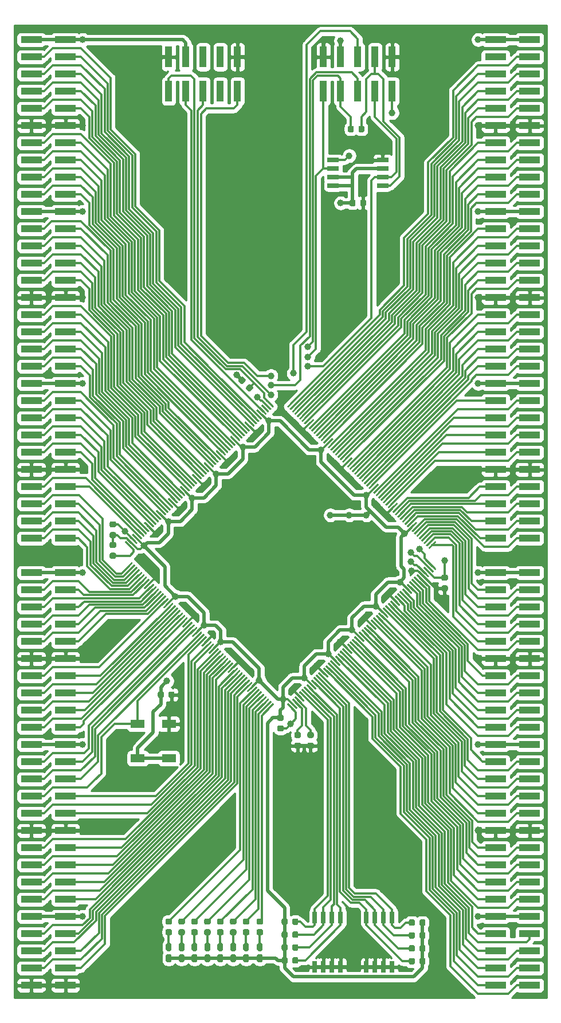
<source format=gbr>
G04 #@! TF.GenerationSoftware,KiCad,Pcbnew,5.1.6-c6e7f7d~87~ubuntu18.04.1*
G04 #@! TF.CreationDate,2020-08-29T05:24:03+09:00*
G04 #@! TF.ProjectId,flex10k70-eval,666c6578-3130-46b3-9730-2d6576616c2e,rev?*
G04 #@! TF.SameCoordinates,PX3b82600PY9fd5f80*
G04 #@! TF.FileFunction,Copper,L1,Top*
G04 #@! TF.FilePolarity,Positive*
%FSLAX46Y46*%
G04 Gerber Fmt 4.6, Leading zero omitted, Abs format (unit mm)*
G04 Created by KiCad (PCBNEW 5.1.6-c6e7f7d~87~ubuntu18.04.1) date 2020-08-29 05:24:03*
%MOMM*%
%LPD*%
G01*
G04 APERTURE LIST*
G04 #@! TA.AperFunction,SMDPad,CuDef*
%ADD10R,3.150000X1.000000*%
G04 #@! TD*
G04 #@! TA.AperFunction,SMDPad,CuDef*
%ADD11R,1.000000X3.150000*%
G04 #@! TD*
G04 #@! TA.AperFunction,SMDPad,CuDef*
%ADD12R,1.700000X0.650000*%
G04 #@! TD*
G04 #@! TA.AperFunction,SMDPad,CuDef*
%ADD13R,2.100000X1.300000*%
G04 #@! TD*
G04 #@! TA.AperFunction,SMDPad,CuDef*
%ADD14R,0.650000X1.700000*%
G04 #@! TD*
G04 #@! TA.AperFunction,ViaPad*
%ADD15C,1.000000*%
G04 #@! TD*
G04 #@! TA.AperFunction,Conductor*
%ADD16C,0.500000*%
G04 #@! TD*
G04 #@! TA.AperFunction,Conductor*
%ADD17C,0.300000*%
G04 #@! TD*
G04 #@! TA.AperFunction,Conductor*
%ADD18C,0.254000*%
G04 #@! TD*
G04 APERTURE END LIST*
G04 #@! TA.AperFunction,SMDPad,CuDef*
G36*
G01*
X23459000Y45169750D02*
X23459000Y45682250D01*
G75*
G02*
X23677750Y45901000I218750J0D01*
G01*
X24115250Y45901000D01*
G75*
G02*
X24334000Y45682250I0J-218750D01*
G01*
X24334000Y45169750D01*
G75*
G02*
X24115250Y44951000I-218750J0D01*
G01*
X23677750Y44951000D01*
G75*
G02*
X23459000Y45169750I0J218750D01*
G01*
G37*
G04 #@! TD.AperFunction*
G04 #@! TA.AperFunction,SMDPad,CuDef*
G36*
G01*
X21884000Y45169750D02*
X21884000Y45682250D01*
G75*
G02*
X22102750Y45901000I218750J0D01*
G01*
X22540250Y45901000D01*
G75*
G02*
X22759000Y45682250I0J-218750D01*
G01*
X22759000Y45169750D01*
G75*
G02*
X22540250Y44951000I-218750J0D01*
G01*
X22102750Y44951000D01*
G75*
G02*
X21884000Y45169750I0J218750D01*
G01*
G37*
G04 #@! TD.AperFunction*
D10*
X71765000Y142200000D03*
X76815000Y142200000D03*
X71765000Y139660000D03*
X76815000Y139660000D03*
X71765000Y137120000D03*
X76815000Y137120000D03*
X71765000Y134580000D03*
X76815000Y134580000D03*
X71765000Y132040000D03*
X76815000Y132040000D03*
X71765000Y129500000D03*
X76815000Y129500000D03*
X71765000Y126960000D03*
X76815000Y126960000D03*
X71765000Y124420000D03*
X76815000Y124420000D03*
X71765000Y121880000D03*
X76815000Y121880000D03*
X71765000Y119340000D03*
X76815000Y119340000D03*
X71765000Y116800000D03*
X76815000Y116800000D03*
X71765000Y114260000D03*
X76815000Y114260000D03*
X71765000Y111720000D03*
X76815000Y111720000D03*
X71765000Y109180000D03*
X76815000Y109180000D03*
X71765000Y106640000D03*
X76815000Y106640000D03*
X71765000Y104100000D03*
X76815000Y104100000D03*
X71765000Y101560000D03*
X76815000Y101560000D03*
X71765000Y99020000D03*
X76815000Y99020000D03*
X71765000Y96480000D03*
X76815000Y96480000D03*
X71765000Y93940000D03*
X76815000Y93940000D03*
X71765000Y91400000D03*
X76815000Y91400000D03*
X71765000Y88860000D03*
X76815000Y88860000D03*
X71765000Y86320000D03*
X76815000Y86320000D03*
X71765000Y83780000D03*
X76815000Y83780000D03*
X71765000Y81240000D03*
X76815000Y81240000D03*
X71765000Y78700000D03*
X76815000Y78700000D03*
X71765000Y76160000D03*
X76815000Y76160000D03*
X71765000Y73620000D03*
X76815000Y73620000D03*
X71765000Y71080000D03*
X76815000Y71080000D03*
X71765000Y68540000D03*
X76815000Y68540000D03*
G04 #@! TA.AperFunction,SMDPad,CuDef*
G36*
G01*
X49951000Y128735750D02*
X49951000Y129248250D01*
G75*
G02*
X50169750Y129467000I218750J0D01*
G01*
X50607250Y129467000D01*
G75*
G02*
X50826000Y129248250I0J-218750D01*
G01*
X50826000Y128735750D01*
G75*
G02*
X50607250Y128517000I-218750J0D01*
G01*
X50169750Y128517000D01*
G75*
G02*
X49951000Y128735750I0J218750D01*
G01*
G37*
G04 #@! TD.AperFunction*
G04 #@! TA.AperFunction,SMDPad,CuDef*
G36*
G01*
X51526000Y128735750D02*
X51526000Y129248250D01*
G75*
G02*
X51744750Y129467000I218750J0D01*
G01*
X52182250Y129467000D01*
G75*
G02*
X52401000Y129248250I0J-218750D01*
G01*
X52401000Y128735750D01*
G75*
G02*
X52182250Y128517000I-218750J0D01*
G01*
X51744750Y128517000D01*
G75*
G02*
X51526000Y128735750I0J218750D01*
G01*
G37*
G04 #@! TD.AperFunction*
G04 #@! TA.AperFunction,SMDPad,CuDef*
G36*
G01*
X50205000Y117813750D02*
X50205000Y118326250D01*
G75*
G02*
X50423750Y118545000I218750J0D01*
G01*
X50861250Y118545000D01*
G75*
G02*
X51080000Y118326250I0J-218750D01*
G01*
X51080000Y117813750D01*
G75*
G02*
X50861250Y117595000I-218750J0D01*
G01*
X50423750Y117595000D01*
G75*
G02*
X50205000Y117813750I0J218750D01*
G01*
G37*
G04 #@! TD.AperFunction*
G04 #@! TA.AperFunction,SMDPad,CuDef*
G36*
G01*
X51780000Y117813750D02*
X51780000Y118326250D01*
G75*
G02*
X51998750Y118545000I218750J0D01*
G01*
X52436250Y118545000D01*
G75*
G02*
X52655000Y118326250I0J-218750D01*
G01*
X52655000Y117813750D01*
G75*
G02*
X52436250Y117595000I-218750J0D01*
G01*
X51998750Y117595000D01*
G75*
G02*
X51780000Y117813750I0J218750D01*
G01*
G37*
G04 #@! TD.AperFunction*
X8235000Y68540000D03*
X3185000Y68540000D03*
X8235000Y71080000D03*
X3185000Y71080000D03*
X8235000Y73620000D03*
X3185000Y73620000D03*
X8235000Y76160000D03*
X3185000Y76160000D03*
X8235000Y78700000D03*
X3185000Y78700000D03*
X8235000Y81240000D03*
X3185000Y81240000D03*
X8235000Y83780000D03*
X3185000Y83780000D03*
X8235000Y86320000D03*
X3185000Y86320000D03*
X8235000Y88860000D03*
X3185000Y88860000D03*
X8235000Y91400000D03*
X3185000Y91400000D03*
X8235000Y93940000D03*
X3185000Y93940000D03*
X8235000Y96480000D03*
X3185000Y96480000D03*
X8235000Y99020000D03*
X3185000Y99020000D03*
X8235000Y101560000D03*
X3185000Y101560000D03*
X8235000Y104100000D03*
X3185000Y104100000D03*
X8235000Y106640000D03*
X3185000Y106640000D03*
X8235000Y109180000D03*
X3185000Y109180000D03*
X8235000Y111720000D03*
X3185000Y111720000D03*
X8235000Y114260000D03*
X3185000Y114260000D03*
X8235000Y116800000D03*
X3185000Y116800000D03*
X8235000Y119340000D03*
X3185000Y119340000D03*
X8235000Y121880000D03*
X3185000Y121880000D03*
X8235000Y124420000D03*
X3185000Y124420000D03*
X8235000Y126960000D03*
X3185000Y126960000D03*
X8235000Y129500000D03*
X3185000Y129500000D03*
X8235000Y132040000D03*
X3185000Y132040000D03*
X8235000Y134580000D03*
X3185000Y134580000D03*
X8235000Y137120000D03*
X3185000Y137120000D03*
X8235000Y139660000D03*
X3185000Y139660000D03*
X8235000Y142200000D03*
X3185000Y142200000D03*
D11*
X46350000Y134595000D03*
X46350000Y139645000D03*
X48890000Y134595000D03*
X48890000Y139645000D03*
X51430000Y134595000D03*
X51430000Y139645000D03*
X53970000Y134595000D03*
X53970000Y139645000D03*
X56510000Y134595000D03*
X56510000Y139645000D03*
X33650000Y139645000D03*
X33650000Y134595000D03*
X31110000Y139645000D03*
X31110000Y134595000D03*
X28570000Y139645000D03*
X28570000Y134595000D03*
X26030000Y139645000D03*
X26030000Y134595000D03*
X23490000Y139645000D03*
X23490000Y134595000D03*
G04 #@! TA.AperFunction,SMDPad,CuDef*
G36*
G01*
X36739500Y8751000D02*
X37164500Y8751000D01*
G75*
G02*
X37377000Y8538500I0J-212500D01*
G01*
X37377000Y7738500D01*
G75*
G02*
X37164500Y7526000I-212500J0D01*
G01*
X36739500Y7526000D01*
G75*
G02*
X36527000Y7738500I0J212500D01*
G01*
X36527000Y8538500D01*
G75*
G02*
X36739500Y8751000I212500J0D01*
G01*
G37*
G04 #@! TD.AperFunction*
G04 #@! TA.AperFunction,SMDPad,CuDef*
G36*
G01*
X36739500Y7126000D02*
X37164500Y7126000D01*
G75*
G02*
X37377000Y6913500I0J-212500D01*
G01*
X37377000Y6113500D01*
G75*
G02*
X37164500Y5901000I-212500J0D01*
G01*
X36739500Y5901000D01*
G75*
G02*
X36527000Y6113500I0J212500D01*
G01*
X36527000Y6913500D01*
G75*
G02*
X36739500Y7126000I212500J0D01*
G01*
G37*
G04 #@! TD.AperFunction*
G04 #@! TA.AperFunction,SMDPad,CuDef*
G36*
G01*
X34707500Y7126000D02*
X35132500Y7126000D01*
G75*
G02*
X35345000Y6913500I0J-212500D01*
G01*
X35345000Y6113500D01*
G75*
G02*
X35132500Y5901000I-212500J0D01*
G01*
X34707500Y5901000D01*
G75*
G02*
X34495000Y6113500I0J212500D01*
G01*
X34495000Y6913500D01*
G75*
G02*
X34707500Y7126000I212500J0D01*
G01*
G37*
G04 #@! TD.AperFunction*
G04 #@! TA.AperFunction,SMDPad,CuDef*
G36*
G01*
X34707500Y8751000D02*
X35132500Y8751000D01*
G75*
G02*
X35345000Y8538500I0J-212500D01*
G01*
X35345000Y7738500D01*
G75*
G02*
X35132500Y7526000I-212500J0D01*
G01*
X34707500Y7526000D01*
G75*
G02*
X34495000Y7738500I0J212500D01*
G01*
X34495000Y8538500D01*
G75*
G02*
X34707500Y8751000I212500J0D01*
G01*
G37*
G04 #@! TD.AperFunction*
G04 #@! TA.AperFunction,SMDPad,CuDef*
G36*
G01*
X32802500Y8751000D02*
X33227500Y8751000D01*
G75*
G02*
X33440000Y8538500I0J-212500D01*
G01*
X33440000Y7738500D01*
G75*
G02*
X33227500Y7526000I-212500J0D01*
G01*
X32802500Y7526000D01*
G75*
G02*
X32590000Y7738500I0J212500D01*
G01*
X32590000Y8538500D01*
G75*
G02*
X32802500Y8751000I212500J0D01*
G01*
G37*
G04 #@! TD.AperFunction*
G04 #@! TA.AperFunction,SMDPad,CuDef*
G36*
G01*
X32802500Y7126000D02*
X33227500Y7126000D01*
G75*
G02*
X33440000Y6913500I0J-212500D01*
G01*
X33440000Y6113500D01*
G75*
G02*
X33227500Y5901000I-212500J0D01*
G01*
X32802500Y5901000D01*
G75*
G02*
X32590000Y6113500I0J212500D01*
G01*
X32590000Y6913500D01*
G75*
G02*
X32802500Y7126000I212500J0D01*
G01*
G37*
G04 #@! TD.AperFunction*
G04 #@! TA.AperFunction,SMDPad,CuDef*
G36*
G01*
X30897500Y7126000D02*
X31322500Y7126000D01*
G75*
G02*
X31535000Y6913500I0J-212500D01*
G01*
X31535000Y6113500D01*
G75*
G02*
X31322500Y5901000I-212500J0D01*
G01*
X30897500Y5901000D01*
G75*
G02*
X30685000Y6113500I0J212500D01*
G01*
X30685000Y6913500D01*
G75*
G02*
X30897500Y7126000I212500J0D01*
G01*
G37*
G04 #@! TD.AperFunction*
G04 #@! TA.AperFunction,SMDPad,CuDef*
G36*
G01*
X30897500Y8751000D02*
X31322500Y8751000D01*
G75*
G02*
X31535000Y8538500I0J-212500D01*
G01*
X31535000Y7738500D01*
G75*
G02*
X31322500Y7526000I-212500J0D01*
G01*
X30897500Y7526000D01*
G75*
G02*
X30685000Y7738500I0J212500D01*
G01*
X30685000Y8538500D01*
G75*
G02*
X30897500Y8751000I212500J0D01*
G01*
G37*
G04 #@! TD.AperFunction*
G04 #@! TA.AperFunction,SMDPad,CuDef*
G36*
G01*
X37208250Y11486000D02*
X36695750Y11486000D01*
G75*
G02*
X36477000Y11704750I0J218750D01*
G01*
X36477000Y12142250D01*
G75*
G02*
X36695750Y12361000I218750J0D01*
G01*
X37208250Y12361000D01*
G75*
G02*
X37427000Y12142250I0J-218750D01*
G01*
X37427000Y11704750D01*
G75*
G02*
X37208250Y11486000I-218750J0D01*
G01*
G37*
G04 #@! TD.AperFunction*
G04 #@! TA.AperFunction,SMDPad,CuDef*
G36*
G01*
X37208250Y9911000D02*
X36695750Y9911000D01*
G75*
G02*
X36477000Y10129750I0J218750D01*
G01*
X36477000Y10567250D01*
G75*
G02*
X36695750Y10786000I218750J0D01*
G01*
X37208250Y10786000D01*
G75*
G02*
X37427000Y10567250I0J-218750D01*
G01*
X37427000Y10129750D01*
G75*
G02*
X37208250Y9911000I-218750J0D01*
G01*
G37*
G04 #@! TD.AperFunction*
G04 #@! TA.AperFunction,SMDPad,CuDef*
G36*
G01*
X33271250Y11486000D02*
X32758750Y11486000D01*
G75*
G02*
X32540000Y11704750I0J218750D01*
G01*
X32540000Y12142250D01*
G75*
G02*
X32758750Y12361000I218750J0D01*
G01*
X33271250Y12361000D01*
G75*
G02*
X33490000Y12142250I0J-218750D01*
G01*
X33490000Y11704750D01*
G75*
G02*
X33271250Y11486000I-218750J0D01*
G01*
G37*
G04 #@! TD.AperFunction*
G04 #@! TA.AperFunction,SMDPad,CuDef*
G36*
G01*
X33271250Y9911000D02*
X32758750Y9911000D01*
G75*
G02*
X32540000Y10129750I0J218750D01*
G01*
X32540000Y10567250D01*
G75*
G02*
X32758750Y10786000I218750J0D01*
G01*
X33271250Y10786000D01*
G75*
G02*
X33490000Y10567250I0J-218750D01*
G01*
X33490000Y10129750D01*
G75*
G02*
X33271250Y9911000I-218750J0D01*
G01*
G37*
G04 #@! TD.AperFunction*
G04 #@! TA.AperFunction,SMDPad,CuDef*
G36*
G01*
X29461250Y9911000D02*
X28948750Y9911000D01*
G75*
G02*
X28730000Y10129750I0J218750D01*
G01*
X28730000Y10567250D01*
G75*
G02*
X28948750Y10786000I218750J0D01*
G01*
X29461250Y10786000D01*
G75*
G02*
X29680000Y10567250I0J-218750D01*
G01*
X29680000Y10129750D01*
G75*
G02*
X29461250Y9911000I-218750J0D01*
G01*
G37*
G04 #@! TD.AperFunction*
G04 #@! TA.AperFunction,SMDPad,CuDef*
G36*
G01*
X29461250Y11486000D02*
X28948750Y11486000D01*
G75*
G02*
X28730000Y11704750I0J218750D01*
G01*
X28730000Y12142250D01*
G75*
G02*
X28948750Y12361000I218750J0D01*
G01*
X29461250Y12361000D01*
G75*
G02*
X29680000Y12142250I0J-218750D01*
G01*
X29680000Y11704750D01*
G75*
G02*
X29461250Y11486000I-218750J0D01*
G01*
G37*
G04 #@! TD.AperFunction*
G04 #@! TA.AperFunction,SMDPad,CuDef*
G36*
G01*
X23746250Y11486000D02*
X23233750Y11486000D01*
G75*
G02*
X23015000Y11704750I0J218750D01*
G01*
X23015000Y12142250D01*
G75*
G02*
X23233750Y12361000I218750J0D01*
G01*
X23746250Y12361000D01*
G75*
G02*
X23965000Y12142250I0J-218750D01*
G01*
X23965000Y11704750D01*
G75*
G02*
X23746250Y11486000I-218750J0D01*
G01*
G37*
G04 #@! TD.AperFunction*
G04 #@! TA.AperFunction,SMDPad,CuDef*
G36*
G01*
X23746250Y9911000D02*
X23233750Y9911000D01*
G75*
G02*
X23015000Y10129750I0J218750D01*
G01*
X23015000Y10567250D01*
G75*
G02*
X23233750Y10786000I218750J0D01*
G01*
X23746250Y10786000D01*
G75*
G02*
X23965000Y10567250I0J-218750D01*
G01*
X23965000Y10129750D01*
G75*
G02*
X23746250Y9911000I-218750J0D01*
G01*
G37*
G04 #@! TD.AperFunction*
G04 #@! TA.AperFunction,SMDPad,CuDef*
G36*
G01*
X14978750Y66412000D02*
X15491250Y66412000D01*
G75*
G02*
X15710000Y66193250I0J-218750D01*
G01*
X15710000Y65755750D01*
G75*
G02*
X15491250Y65537000I-218750J0D01*
G01*
X14978750Y65537000D01*
G75*
G02*
X14760000Y65755750I0J218750D01*
G01*
X14760000Y66193250D01*
G75*
G02*
X14978750Y66412000I218750J0D01*
G01*
G37*
G04 #@! TD.AperFunction*
G04 #@! TA.AperFunction,SMDPad,CuDef*
G36*
G01*
X14978750Y67987000D02*
X15491250Y67987000D01*
G75*
G02*
X15710000Y67768250I0J-218750D01*
G01*
X15710000Y67330750D01*
G75*
G02*
X15491250Y67112000I-218750J0D01*
G01*
X14978750Y67112000D01*
G75*
G02*
X14760000Y67330750I0J218750D01*
G01*
X14760000Y67768250D01*
G75*
G02*
X14978750Y67987000I218750J0D01*
G01*
G37*
G04 #@! TD.AperFunction*
G04 #@! TA.AperFunction,SMDPad,CuDef*
G36*
G01*
X39743750Y42460000D02*
X40256250Y42460000D01*
G75*
G02*
X40475000Y42241250I0J-218750D01*
G01*
X40475000Y41803750D01*
G75*
G02*
X40256250Y41585000I-218750J0D01*
G01*
X39743750Y41585000D01*
G75*
G02*
X39525000Y41803750I0J218750D01*
G01*
X39525000Y42241250D01*
G75*
G02*
X39743750Y42460000I218750J0D01*
G01*
G37*
G04 #@! TD.AperFunction*
G04 #@! TA.AperFunction,SMDPad,CuDef*
G36*
G01*
X39743750Y40885000D02*
X40256250Y40885000D01*
G75*
G02*
X40475000Y40666250I0J-218750D01*
G01*
X40475000Y40228750D01*
G75*
G02*
X40256250Y40010000I-218750J0D01*
G01*
X39743750Y40010000D01*
G75*
G02*
X39525000Y40228750I0J218750D01*
G01*
X39525000Y40666250D01*
G75*
G02*
X39743750Y40885000I218750J0D01*
G01*
G37*
G04 #@! TD.AperFunction*
G04 #@! TA.AperFunction,SMDPad,CuDef*
G36*
G01*
X64000750Y61586000D02*
X64513250Y61586000D01*
G75*
G02*
X64732000Y61367250I0J-218750D01*
G01*
X64732000Y60929750D01*
G75*
G02*
X64513250Y60711000I-218750J0D01*
G01*
X64000750Y60711000D01*
G75*
G02*
X63782000Y60929750I0J218750D01*
G01*
X63782000Y61367250D01*
G75*
G02*
X64000750Y61586000I218750J0D01*
G01*
G37*
G04 #@! TD.AperFunction*
G04 #@! TA.AperFunction,SMDPad,CuDef*
G36*
G01*
X64000750Y63161000D02*
X64513250Y63161000D01*
G75*
G02*
X64732000Y62942250I0J-218750D01*
G01*
X64732000Y62504750D01*
G75*
G02*
X64513250Y62286000I-218750J0D01*
G01*
X64000750Y62286000D01*
G75*
G02*
X63782000Y62504750I0J218750D01*
G01*
X63782000Y62942250D01*
G75*
G02*
X64000750Y63161000I218750J0D01*
G01*
G37*
G04 #@! TD.AperFunction*
G04 #@! TA.AperFunction,SMDPad,CuDef*
G36*
G01*
X42796250Y37470000D02*
X42283750Y37470000D01*
G75*
G02*
X42065000Y37688750I0J218750D01*
G01*
X42065000Y38126250D01*
G75*
G02*
X42283750Y38345000I218750J0D01*
G01*
X42796250Y38345000D01*
G75*
G02*
X43015000Y38126250I0J-218750D01*
G01*
X43015000Y37688750D01*
G75*
G02*
X42796250Y37470000I-218750J0D01*
G01*
G37*
G04 #@! TD.AperFunction*
G04 #@! TA.AperFunction,SMDPad,CuDef*
G36*
G01*
X42796250Y39045000D02*
X42283750Y39045000D01*
G75*
G02*
X42065000Y39263750I0J218750D01*
G01*
X42065000Y39701250D01*
G75*
G02*
X42283750Y39920000I218750J0D01*
G01*
X42796250Y39920000D01*
G75*
G02*
X43015000Y39701250I0J-218750D01*
G01*
X43015000Y39263750D01*
G75*
G02*
X42796250Y39045000I-218750J0D01*
G01*
G37*
G04 #@! TD.AperFunction*
G04 #@! TA.AperFunction,SMDPad,CuDef*
G36*
G01*
X44701250Y39045000D02*
X44188750Y39045000D01*
G75*
G02*
X43970000Y39263750I0J218750D01*
G01*
X43970000Y39701250D01*
G75*
G02*
X44188750Y39920000I218750J0D01*
G01*
X44701250Y39920000D01*
G75*
G02*
X44920000Y39701250I0J-218750D01*
G01*
X44920000Y39263750D01*
G75*
G02*
X44701250Y39045000I-218750J0D01*
G01*
G37*
G04 #@! TD.AperFunction*
G04 #@! TA.AperFunction,SMDPad,CuDef*
G36*
G01*
X44701250Y37470000D02*
X44188750Y37470000D01*
G75*
G02*
X43970000Y37688750I0J218750D01*
G01*
X43970000Y38126250D01*
G75*
G02*
X44188750Y38345000I218750J0D01*
G01*
X44701250Y38345000D01*
G75*
G02*
X44920000Y38126250I0J-218750D01*
G01*
X44920000Y37688750D01*
G75*
G02*
X44701250Y37470000I-218750J0D01*
G01*
G37*
G04 #@! TD.AperFunction*
G04 #@! TA.AperFunction,SMDPad,CuDef*
G36*
G01*
X15491250Y68585000D02*
X14978750Y68585000D01*
G75*
G02*
X14760000Y68803750I0J218750D01*
G01*
X14760000Y69241250D01*
G75*
G02*
X14978750Y69460000I218750J0D01*
G01*
X15491250Y69460000D01*
G75*
G02*
X15710000Y69241250I0J-218750D01*
G01*
X15710000Y68803750D01*
G75*
G02*
X15491250Y68585000I-218750J0D01*
G01*
G37*
G04 #@! TD.AperFunction*
G04 #@! TA.AperFunction,SMDPad,CuDef*
G36*
G01*
X15491250Y70160000D02*
X14978750Y70160000D01*
G75*
G02*
X14760000Y70378750I0J218750D01*
G01*
X14760000Y70816250D01*
G75*
G02*
X14978750Y71035000I218750J0D01*
G01*
X15491250Y71035000D01*
G75*
G02*
X15710000Y70816250I0J-218750D01*
G01*
X15710000Y70378750D01*
G75*
G02*
X15491250Y70160000I-218750J0D01*
G01*
G37*
G04 #@! TD.AperFunction*
G04 #@! TA.AperFunction,SMDPad,CuDef*
G36*
G01*
X34804861Y91750531D02*
X34442469Y91388138D01*
G75*
G02*
X34133109Y91388138I-154680J154680D01*
G01*
X33823750Y91697497D01*
G75*
G02*
X33823750Y92006857I154680J154680D01*
G01*
X34186143Y92369250D01*
G75*
G02*
X34495503Y92369250I154680J-154680D01*
G01*
X34804862Y92059891D01*
G75*
G02*
X34804862Y91750531I-154680J-154680D01*
G01*
G37*
G04 #@! TD.AperFunction*
G04 #@! TA.AperFunction,SMDPad,CuDef*
G36*
G01*
X35918555Y90636837D02*
X35556163Y90274444D01*
G75*
G02*
X35246803Y90274444I-154680J154680D01*
G01*
X34937444Y90583803D01*
G75*
G02*
X34937444Y90893163I154680J154680D01*
G01*
X35299837Y91255556D01*
G75*
G02*
X35609197Y91255556I154680J-154680D01*
G01*
X35918556Y90946197D01*
G75*
G02*
X35918556Y90636837I-154680J-154680D01*
G01*
G37*
G04 #@! TD.AperFunction*
D12*
X55080000Y120610000D03*
X55080000Y121880000D03*
X55080000Y123150000D03*
X55080000Y124420000D03*
X47780000Y124420000D03*
X47780000Y123150000D03*
X47780000Y121880000D03*
X47780000Y120610000D03*
G04 #@! TA.AperFunction,SMDPad,CuDef*
G36*
G01*
X37861002Y88892582D02*
X37967068Y88998648D01*
G75*
G02*
X38073134Y88998648I53033J-53033D01*
G01*
X39010050Y88061732D01*
G75*
G02*
X39010050Y87955666I-53033J-53033D01*
G01*
X38903984Y87849600D01*
G75*
G02*
X38797918Y87849600I-53033J53033D01*
G01*
X37861002Y88786516D01*
G75*
G02*
X37861002Y88892582I53033J53033D01*
G01*
G37*
G04 #@! TD.AperFunction*
G04 #@! TA.AperFunction,SMDPad,CuDef*
G36*
G01*
X37507449Y88539028D02*
X37613515Y88645094D01*
G75*
G02*
X37719581Y88645094I53033J-53033D01*
G01*
X38656497Y87708178D01*
G75*
G02*
X38656497Y87602112I-53033J-53033D01*
G01*
X38550431Y87496046D01*
G75*
G02*
X38444365Y87496046I-53033J53033D01*
G01*
X37507449Y88432962D01*
G75*
G02*
X37507449Y88539028I53033J53033D01*
G01*
G37*
G04 #@! TD.AperFunction*
G04 #@! TA.AperFunction,SMDPad,CuDef*
G36*
G01*
X37153895Y88185475D02*
X37259961Y88291541D01*
G75*
G02*
X37366027Y88291541I53033J-53033D01*
G01*
X38302943Y87354625D01*
G75*
G02*
X38302943Y87248559I-53033J-53033D01*
G01*
X38196877Y87142493D01*
G75*
G02*
X38090811Y87142493I-53033J53033D01*
G01*
X37153895Y88079409D01*
G75*
G02*
X37153895Y88185475I53033J53033D01*
G01*
G37*
G04 #@! TD.AperFunction*
G04 #@! TA.AperFunction,SMDPad,CuDef*
G36*
G01*
X36800342Y87831922D02*
X36906408Y87937988D01*
G75*
G02*
X37012474Y87937988I53033J-53033D01*
G01*
X37949390Y87001072D01*
G75*
G02*
X37949390Y86895006I-53033J-53033D01*
G01*
X37843324Y86788940D01*
G75*
G02*
X37737258Y86788940I-53033J53033D01*
G01*
X36800342Y87725856D01*
G75*
G02*
X36800342Y87831922I53033J53033D01*
G01*
G37*
G04 #@! TD.AperFunction*
G04 #@! TA.AperFunction,SMDPad,CuDef*
G36*
G01*
X36446789Y87478368D02*
X36552855Y87584434D01*
G75*
G02*
X36658921Y87584434I53033J-53033D01*
G01*
X37595837Y86647518D01*
G75*
G02*
X37595837Y86541452I-53033J-53033D01*
G01*
X37489771Y86435386D01*
G75*
G02*
X37383705Y86435386I-53033J53033D01*
G01*
X36446789Y87372302D01*
G75*
G02*
X36446789Y87478368I53033J53033D01*
G01*
G37*
G04 #@! TD.AperFunction*
G04 #@! TA.AperFunction,SMDPad,CuDef*
G36*
G01*
X36093235Y87124815D02*
X36199301Y87230881D01*
G75*
G02*
X36305367Y87230881I53033J-53033D01*
G01*
X37242283Y86293965D01*
G75*
G02*
X37242283Y86187899I-53033J-53033D01*
G01*
X37136217Y86081833D01*
G75*
G02*
X37030151Y86081833I-53033J53033D01*
G01*
X36093235Y87018749D01*
G75*
G02*
X36093235Y87124815I53033J53033D01*
G01*
G37*
G04 #@! TD.AperFunction*
G04 #@! TA.AperFunction,SMDPad,CuDef*
G36*
G01*
X35739682Y86771261D02*
X35845748Y86877327D01*
G75*
G02*
X35951814Y86877327I53033J-53033D01*
G01*
X36888730Y85940411D01*
G75*
G02*
X36888730Y85834345I-53033J-53033D01*
G01*
X36782664Y85728279D01*
G75*
G02*
X36676598Y85728279I-53033J53033D01*
G01*
X35739682Y86665195D01*
G75*
G02*
X35739682Y86771261I53033J53033D01*
G01*
G37*
G04 #@! TD.AperFunction*
G04 #@! TA.AperFunction,SMDPad,CuDef*
G36*
G01*
X35386129Y86417708D02*
X35492195Y86523774D01*
G75*
G02*
X35598261Y86523774I53033J-53033D01*
G01*
X36535177Y85586858D01*
G75*
G02*
X36535177Y85480792I-53033J-53033D01*
G01*
X36429111Y85374726D01*
G75*
G02*
X36323045Y85374726I-53033J53033D01*
G01*
X35386129Y86311642D01*
G75*
G02*
X35386129Y86417708I53033J53033D01*
G01*
G37*
G04 #@! TD.AperFunction*
G04 #@! TA.AperFunction,SMDPad,CuDef*
G36*
G01*
X35032575Y86064155D02*
X35138641Y86170221D01*
G75*
G02*
X35244707Y86170221I53033J-53033D01*
G01*
X36181623Y85233305D01*
G75*
G02*
X36181623Y85127239I-53033J-53033D01*
G01*
X36075557Y85021173D01*
G75*
G02*
X35969491Y85021173I-53033J53033D01*
G01*
X35032575Y85958089D01*
G75*
G02*
X35032575Y86064155I53033J53033D01*
G01*
G37*
G04 #@! TD.AperFunction*
G04 #@! TA.AperFunction,SMDPad,CuDef*
G36*
G01*
X34679022Y85710601D02*
X34785088Y85816667D01*
G75*
G02*
X34891154Y85816667I53033J-53033D01*
G01*
X35828070Y84879751D01*
G75*
G02*
X35828070Y84773685I-53033J-53033D01*
G01*
X35722004Y84667619D01*
G75*
G02*
X35615938Y84667619I-53033J53033D01*
G01*
X34679022Y85604535D01*
G75*
G02*
X34679022Y85710601I53033J53033D01*
G01*
G37*
G04 #@! TD.AperFunction*
G04 #@! TA.AperFunction,SMDPad,CuDef*
G36*
G01*
X34325468Y85357048D02*
X34431534Y85463114D01*
G75*
G02*
X34537600Y85463114I53033J-53033D01*
G01*
X35474516Y84526198D01*
G75*
G02*
X35474516Y84420132I-53033J-53033D01*
G01*
X35368450Y84314066D01*
G75*
G02*
X35262384Y84314066I-53033J53033D01*
G01*
X34325468Y85250982D01*
G75*
G02*
X34325468Y85357048I53033J53033D01*
G01*
G37*
G04 #@! TD.AperFunction*
G04 #@! TA.AperFunction,SMDPad,CuDef*
G36*
G01*
X33971915Y85003495D02*
X34077981Y85109561D01*
G75*
G02*
X34184047Y85109561I53033J-53033D01*
G01*
X35120963Y84172645D01*
G75*
G02*
X35120963Y84066579I-53033J-53033D01*
G01*
X35014897Y83960513D01*
G75*
G02*
X34908831Y83960513I-53033J53033D01*
G01*
X33971915Y84897429D01*
G75*
G02*
X33971915Y85003495I53033J53033D01*
G01*
G37*
G04 #@! TD.AperFunction*
G04 #@! TA.AperFunction,SMDPad,CuDef*
G36*
G01*
X33618362Y84649941D02*
X33724428Y84756007D01*
G75*
G02*
X33830494Y84756007I53033J-53033D01*
G01*
X34767410Y83819091D01*
G75*
G02*
X34767410Y83713025I-53033J-53033D01*
G01*
X34661344Y83606959D01*
G75*
G02*
X34555278Y83606959I-53033J53033D01*
G01*
X33618362Y84543875D01*
G75*
G02*
X33618362Y84649941I53033J53033D01*
G01*
G37*
G04 #@! TD.AperFunction*
G04 #@! TA.AperFunction,SMDPad,CuDef*
G36*
G01*
X33264808Y84296388D02*
X33370874Y84402454D01*
G75*
G02*
X33476940Y84402454I53033J-53033D01*
G01*
X34413856Y83465538D01*
G75*
G02*
X34413856Y83359472I-53033J-53033D01*
G01*
X34307790Y83253406D01*
G75*
G02*
X34201724Y83253406I-53033J53033D01*
G01*
X33264808Y84190322D01*
G75*
G02*
X33264808Y84296388I53033J53033D01*
G01*
G37*
G04 #@! TD.AperFunction*
G04 #@! TA.AperFunction,SMDPad,CuDef*
G36*
G01*
X32911255Y83942834D02*
X33017321Y84048900D01*
G75*
G02*
X33123387Y84048900I53033J-53033D01*
G01*
X34060303Y83111984D01*
G75*
G02*
X34060303Y83005918I-53033J-53033D01*
G01*
X33954237Y82899852D01*
G75*
G02*
X33848171Y82899852I-53033J53033D01*
G01*
X32911255Y83836768D01*
G75*
G02*
X32911255Y83942834I53033J53033D01*
G01*
G37*
G04 #@! TD.AperFunction*
G04 #@! TA.AperFunction,SMDPad,CuDef*
G36*
G01*
X32557701Y83589281D02*
X32663767Y83695347D01*
G75*
G02*
X32769833Y83695347I53033J-53033D01*
G01*
X33706749Y82758431D01*
G75*
G02*
X33706749Y82652365I-53033J-53033D01*
G01*
X33600683Y82546299D01*
G75*
G02*
X33494617Y82546299I-53033J53033D01*
G01*
X32557701Y83483215D01*
G75*
G02*
X32557701Y83589281I53033J53033D01*
G01*
G37*
G04 #@! TD.AperFunction*
G04 #@! TA.AperFunction,SMDPad,CuDef*
G36*
G01*
X32204148Y83235728D02*
X32310214Y83341794D01*
G75*
G02*
X32416280Y83341794I53033J-53033D01*
G01*
X33353196Y82404878D01*
G75*
G02*
X33353196Y82298812I-53033J-53033D01*
G01*
X33247130Y82192746D01*
G75*
G02*
X33141064Y82192746I-53033J53033D01*
G01*
X32204148Y83129662D01*
G75*
G02*
X32204148Y83235728I53033J53033D01*
G01*
G37*
G04 #@! TD.AperFunction*
G04 #@! TA.AperFunction,SMDPad,CuDef*
G36*
G01*
X31850595Y82882174D02*
X31956661Y82988240D01*
G75*
G02*
X32062727Y82988240I53033J-53033D01*
G01*
X32999643Y82051324D01*
G75*
G02*
X32999643Y81945258I-53033J-53033D01*
G01*
X32893577Y81839192D01*
G75*
G02*
X32787511Y81839192I-53033J53033D01*
G01*
X31850595Y82776108D01*
G75*
G02*
X31850595Y82882174I53033J53033D01*
G01*
G37*
G04 #@! TD.AperFunction*
G04 #@! TA.AperFunction,SMDPad,CuDef*
G36*
G01*
X31497041Y82528621D02*
X31603107Y82634687D01*
G75*
G02*
X31709173Y82634687I53033J-53033D01*
G01*
X32646089Y81697771D01*
G75*
G02*
X32646089Y81591705I-53033J-53033D01*
G01*
X32540023Y81485639D01*
G75*
G02*
X32433957Y81485639I-53033J53033D01*
G01*
X31497041Y82422555D01*
G75*
G02*
X31497041Y82528621I53033J53033D01*
G01*
G37*
G04 #@! TD.AperFunction*
G04 #@! TA.AperFunction,SMDPad,CuDef*
G36*
G01*
X31143488Y82175067D02*
X31249554Y82281133D01*
G75*
G02*
X31355620Y82281133I53033J-53033D01*
G01*
X32292536Y81344217D01*
G75*
G02*
X32292536Y81238151I-53033J-53033D01*
G01*
X32186470Y81132085D01*
G75*
G02*
X32080404Y81132085I-53033J53033D01*
G01*
X31143488Y82069001D01*
G75*
G02*
X31143488Y82175067I53033J53033D01*
G01*
G37*
G04 #@! TD.AperFunction*
G04 #@! TA.AperFunction,SMDPad,CuDef*
G36*
G01*
X30789934Y81821514D02*
X30896000Y81927580D01*
G75*
G02*
X31002066Y81927580I53033J-53033D01*
G01*
X31938982Y80990664D01*
G75*
G02*
X31938982Y80884598I-53033J-53033D01*
G01*
X31832916Y80778532D01*
G75*
G02*
X31726850Y80778532I-53033J53033D01*
G01*
X30789934Y81715448D01*
G75*
G02*
X30789934Y81821514I53033J53033D01*
G01*
G37*
G04 #@! TD.AperFunction*
G04 #@! TA.AperFunction,SMDPad,CuDef*
G36*
G01*
X30436381Y81467961D02*
X30542447Y81574027D01*
G75*
G02*
X30648513Y81574027I53033J-53033D01*
G01*
X31585429Y80637111D01*
G75*
G02*
X31585429Y80531045I-53033J-53033D01*
G01*
X31479363Y80424979D01*
G75*
G02*
X31373297Y80424979I-53033J53033D01*
G01*
X30436381Y81361895D01*
G75*
G02*
X30436381Y81467961I53033J53033D01*
G01*
G37*
G04 #@! TD.AperFunction*
G04 #@! TA.AperFunction,SMDPad,CuDef*
G36*
G01*
X30082828Y81114407D02*
X30188894Y81220473D01*
G75*
G02*
X30294960Y81220473I53033J-53033D01*
G01*
X31231876Y80283557D01*
G75*
G02*
X31231876Y80177491I-53033J-53033D01*
G01*
X31125810Y80071425D01*
G75*
G02*
X31019744Y80071425I-53033J53033D01*
G01*
X30082828Y81008341D01*
G75*
G02*
X30082828Y81114407I53033J53033D01*
G01*
G37*
G04 #@! TD.AperFunction*
G04 #@! TA.AperFunction,SMDPad,CuDef*
G36*
G01*
X29729274Y80760854D02*
X29835340Y80866920D01*
G75*
G02*
X29941406Y80866920I53033J-53033D01*
G01*
X30878322Y79930004D01*
G75*
G02*
X30878322Y79823938I-53033J-53033D01*
G01*
X30772256Y79717872D01*
G75*
G02*
X30666190Y79717872I-53033J53033D01*
G01*
X29729274Y80654788D01*
G75*
G02*
X29729274Y80760854I53033J53033D01*
G01*
G37*
G04 #@! TD.AperFunction*
G04 #@! TA.AperFunction,SMDPad,CuDef*
G36*
G01*
X29375721Y80407300D02*
X29481787Y80513366D01*
G75*
G02*
X29587853Y80513366I53033J-53033D01*
G01*
X30524769Y79576450D01*
G75*
G02*
X30524769Y79470384I-53033J-53033D01*
G01*
X30418703Y79364318D01*
G75*
G02*
X30312637Y79364318I-53033J53033D01*
G01*
X29375721Y80301234D01*
G75*
G02*
X29375721Y80407300I53033J53033D01*
G01*
G37*
G04 #@! TD.AperFunction*
G04 #@! TA.AperFunction,SMDPad,CuDef*
G36*
G01*
X29022167Y80053747D02*
X29128233Y80159813D01*
G75*
G02*
X29234299Y80159813I53033J-53033D01*
G01*
X30171215Y79222897D01*
G75*
G02*
X30171215Y79116831I-53033J-53033D01*
G01*
X30065149Y79010765D01*
G75*
G02*
X29959083Y79010765I-53033J53033D01*
G01*
X29022167Y79947681D01*
G75*
G02*
X29022167Y80053747I53033J53033D01*
G01*
G37*
G04 #@! TD.AperFunction*
G04 #@! TA.AperFunction,SMDPad,CuDef*
G36*
G01*
X28668614Y79700194D02*
X28774680Y79806260D01*
G75*
G02*
X28880746Y79806260I53033J-53033D01*
G01*
X29817662Y78869344D01*
G75*
G02*
X29817662Y78763278I-53033J-53033D01*
G01*
X29711596Y78657212D01*
G75*
G02*
X29605530Y78657212I-53033J53033D01*
G01*
X28668614Y79594128D01*
G75*
G02*
X28668614Y79700194I53033J53033D01*
G01*
G37*
G04 #@! TD.AperFunction*
G04 #@! TA.AperFunction,SMDPad,CuDef*
G36*
G01*
X28315061Y79346640D02*
X28421127Y79452706D01*
G75*
G02*
X28527193Y79452706I53033J-53033D01*
G01*
X29464109Y78515790D01*
G75*
G02*
X29464109Y78409724I-53033J-53033D01*
G01*
X29358043Y78303658D01*
G75*
G02*
X29251977Y78303658I-53033J53033D01*
G01*
X28315061Y79240574D01*
G75*
G02*
X28315061Y79346640I53033J53033D01*
G01*
G37*
G04 #@! TD.AperFunction*
G04 #@! TA.AperFunction,SMDPad,CuDef*
G36*
G01*
X27961507Y78993087D02*
X28067573Y79099153D01*
G75*
G02*
X28173639Y79099153I53033J-53033D01*
G01*
X29110555Y78162237D01*
G75*
G02*
X29110555Y78056171I-53033J-53033D01*
G01*
X29004489Y77950105D01*
G75*
G02*
X28898423Y77950105I-53033J53033D01*
G01*
X27961507Y78887021D01*
G75*
G02*
X27961507Y78993087I53033J53033D01*
G01*
G37*
G04 #@! TD.AperFunction*
G04 #@! TA.AperFunction,SMDPad,CuDef*
G36*
G01*
X27607954Y78639533D02*
X27714020Y78745599D01*
G75*
G02*
X27820086Y78745599I53033J-53033D01*
G01*
X28757002Y77808683D01*
G75*
G02*
X28757002Y77702617I-53033J-53033D01*
G01*
X28650936Y77596551D01*
G75*
G02*
X28544870Y77596551I-53033J53033D01*
G01*
X27607954Y78533467D01*
G75*
G02*
X27607954Y78639533I53033J53033D01*
G01*
G37*
G04 #@! TD.AperFunction*
G04 #@! TA.AperFunction,SMDPad,CuDef*
G36*
G01*
X27254401Y78285980D02*
X27360467Y78392046D01*
G75*
G02*
X27466533Y78392046I53033J-53033D01*
G01*
X28403449Y77455130D01*
G75*
G02*
X28403449Y77349064I-53033J-53033D01*
G01*
X28297383Y77242998D01*
G75*
G02*
X28191317Y77242998I-53033J53033D01*
G01*
X27254401Y78179914D01*
G75*
G02*
X27254401Y78285980I53033J53033D01*
G01*
G37*
G04 #@! TD.AperFunction*
G04 #@! TA.AperFunction,SMDPad,CuDef*
G36*
G01*
X26900847Y77932427D02*
X27006913Y78038493D01*
G75*
G02*
X27112979Y78038493I53033J-53033D01*
G01*
X28049895Y77101577D01*
G75*
G02*
X28049895Y76995511I-53033J-53033D01*
G01*
X27943829Y76889445D01*
G75*
G02*
X27837763Y76889445I-53033J53033D01*
G01*
X26900847Y77826361D01*
G75*
G02*
X26900847Y77932427I53033J53033D01*
G01*
G37*
G04 #@! TD.AperFunction*
G04 #@! TA.AperFunction,SMDPad,CuDef*
G36*
G01*
X26547294Y77578873D02*
X26653360Y77684939D01*
G75*
G02*
X26759426Y77684939I53033J-53033D01*
G01*
X27696342Y76748023D01*
G75*
G02*
X27696342Y76641957I-53033J-53033D01*
G01*
X27590276Y76535891D01*
G75*
G02*
X27484210Y76535891I-53033J53033D01*
G01*
X26547294Y77472807D01*
G75*
G02*
X26547294Y77578873I53033J53033D01*
G01*
G37*
G04 #@! TD.AperFunction*
G04 #@! TA.AperFunction,SMDPad,CuDef*
G36*
G01*
X26193740Y77225320D02*
X26299806Y77331386D01*
G75*
G02*
X26405872Y77331386I53033J-53033D01*
G01*
X27342788Y76394470D01*
G75*
G02*
X27342788Y76288404I-53033J-53033D01*
G01*
X27236722Y76182338D01*
G75*
G02*
X27130656Y76182338I-53033J53033D01*
G01*
X26193740Y77119254D01*
G75*
G02*
X26193740Y77225320I53033J53033D01*
G01*
G37*
G04 #@! TD.AperFunction*
G04 #@! TA.AperFunction,SMDPad,CuDef*
G36*
G01*
X25840187Y76871767D02*
X25946253Y76977833D01*
G75*
G02*
X26052319Y76977833I53033J-53033D01*
G01*
X26989235Y76040917D01*
G75*
G02*
X26989235Y75934851I-53033J-53033D01*
G01*
X26883169Y75828785D01*
G75*
G02*
X26777103Y75828785I-53033J53033D01*
G01*
X25840187Y76765701D01*
G75*
G02*
X25840187Y76871767I53033J53033D01*
G01*
G37*
G04 #@! TD.AperFunction*
G04 #@! TA.AperFunction,SMDPad,CuDef*
G36*
G01*
X25486634Y76518213D02*
X25592700Y76624279D01*
G75*
G02*
X25698766Y76624279I53033J-53033D01*
G01*
X26635682Y75687363D01*
G75*
G02*
X26635682Y75581297I-53033J-53033D01*
G01*
X26529616Y75475231D01*
G75*
G02*
X26423550Y75475231I-53033J53033D01*
G01*
X25486634Y76412147D01*
G75*
G02*
X25486634Y76518213I53033J53033D01*
G01*
G37*
G04 #@! TD.AperFunction*
G04 #@! TA.AperFunction,SMDPad,CuDef*
G36*
G01*
X25133080Y76164660D02*
X25239146Y76270726D01*
G75*
G02*
X25345212Y76270726I53033J-53033D01*
G01*
X26282128Y75333810D01*
G75*
G02*
X26282128Y75227744I-53033J-53033D01*
G01*
X26176062Y75121678D01*
G75*
G02*
X26069996Y75121678I-53033J53033D01*
G01*
X25133080Y76058594D01*
G75*
G02*
X25133080Y76164660I53033J53033D01*
G01*
G37*
G04 #@! TD.AperFunction*
G04 #@! TA.AperFunction,SMDPad,CuDef*
G36*
G01*
X24779527Y75811106D02*
X24885593Y75917172D01*
G75*
G02*
X24991659Y75917172I53033J-53033D01*
G01*
X25928575Y74980256D01*
G75*
G02*
X25928575Y74874190I-53033J-53033D01*
G01*
X25822509Y74768124D01*
G75*
G02*
X25716443Y74768124I-53033J53033D01*
G01*
X24779527Y75705040D01*
G75*
G02*
X24779527Y75811106I53033J53033D01*
G01*
G37*
G04 #@! TD.AperFunction*
G04 #@! TA.AperFunction,SMDPad,CuDef*
G36*
G01*
X24425973Y75457553D02*
X24532039Y75563619D01*
G75*
G02*
X24638105Y75563619I53033J-53033D01*
G01*
X25575021Y74626703D01*
G75*
G02*
X25575021Y74520637I-53033J-53033D01*
G01*
X25468955Y74414571D01*
G75*
G02*
X25362889Y74414571I-53033J53033D01*
G01*
X24425973Y75351487D01*
G75*
G02*
X24425973Y75457553I53033J53033D01*
G01*
G37*
G04 #@! TD.AperFunction*
G04 #@! TA.AperFunction,SMDPad,CuDef*
G36*
G01*
X24072420Y75104000D02*
X24178486Y75210066D01*
G75*
G02*
X24284552Y75210066I53033J-53033D01*
G01*
X25221468Y74273150D01*
G75*
G02*
X25221468Y74167084I-53033J-53033D01*
G01*
X25115402Y74061018D01*
G75*
G02*
X25009336Y74061018I-53033J53033D01*
G01*
X24072420Y74997934D01*
G75*
G02*
X24072420Y75104000I53033J53033D01*
G01*
G37*
G04 #@! TD.AperFunction*
G04 #@! TA.AperFunction,SMDPad,CuDef*
G36*
G01*
X23718867Y74750446D02*
X23824933Y74856512D01*
G75*
G02*
X23930999Y74856512I53033J-53033D01*
G01*
X24867915Y73919596D01*
G75*
G02*
X24867915Y73813530I-53033J-53033D01*
G01*
X24761849Y73707464D01*
G75*
G02*
X24655783Y73707464I-53033J53033D01*
G01*
X23718867Y74644380D01*
G75*
G02*
X23718867Y74750446I53033J53033D01*
G01*
G37*
G04 #@! TD.AperFunction*
G04 #@! TA.AperFunction,SMDPad,CuDef*
G36*
G01*
X23365313Y74396893D02*
X23471379Y74502959D01*
G75*
G02*
X23577445Y74502959I53033J-53033D01*
G01*
X24514361Y73566043D01*
G75*
G02*
X24514361Y73459977I-53033J-53033D01*
G01*
X24408295Y73353911D01*
G75*
G02*
X24302229Y73353911I-53033J53033D01*
G01*
X23365313Y74290827D01*
G75*
G02*
X23365313Y74396893I53033J53033D01*
G01*
G37*
G04 #@! TD.AperFunction*
G04 #@! TA.AperFunction,SMDPad,CuDef*
G36*
G01*
X23011760Y74043339D02*
X23117826Y74149405D01*
G75*
G02*
X23223892Y74149405I53033J-53033D01*
G01*
X24160808Y73212489D01*
G75*
G02*
X24160808Y73106423I-53033J-53033D01*
G01*
X24054742Y73000357D01*
G75*
G02*
X23948676Y73000357I-53033J53033D01*
G01*
X23011760Y73937273D01*
G75*
G02*
X23011760Y74043339I53033J53033D01*
G01*
G37*
G04 #@! TD.AperFunction*
G04 #@! TA.AperFunction,SMDPad,CuDef*
G36*
G01*
X22658206Y73689786D02*
X22764272Y73795852D01*
G75*
G02*
X22870338Y73795852I53033J-53033D01*
G01*
X23807254Y72858936D01*
G75*
G02*
X23807254Y72752870I-53033J-53033D01*
G01*
X23701188Y72646804D01*
G75*
G02*
X23595122Y72646804I-53033J53033D01*
G01*
X22658206Y73583720D01*
G75*
G02*
X22658206Y73689786I53033J53033D01*
G01*
G37*
G04 #@! TD.AperFunction*
G04 #@! TA.AperFunction,SMDPad,CuDef*
G36*
G01*
X22304653Y73336233D02*
X22410719Y73442299D01*
G75*
G02*
X22516785Y73442299I53033J-53033D01*
G01*
X23453701Y72505383D01*
G75*
G02*
X23453701Y72399317I-53033J-53033D01*
G01*
X23347635Y72293251D01*
G75*
G02*
X23241569Y72293251I-53033J53033D01*
G01*
X22304653Y73230167D01*
G75*
G02*
X22304653Y73336233I53033J53033D01*
G01*
G37*
G04 #@! TD.AperFunction*
G04 #@! TA.AperFunction,SMDPad,CuDef*
G36*
G01*
X21951100Y72982679D02*
X22057166Y73088745D01*
G75*
G02*
X22163232Y73088745I53033J-53033D01*
G01*
X23100148Y72151829D01*
G75*
G02*
X23100148Y72045763I-53033J-53033D01*
G01*
X22994082Y71939697D01*
G75*
G02*
X22888016Y71939697I-53033J53033D01*
G01*
X21951100Y72876613D01*
G75*
G02*
X21951100Y72982679I53033J53033D01*
G01*
G37*
G04 #@! TD.AperFunction*
G04 #@! TA.AperFunction,SMDPad,CuDef*
G36*
G01*
X21597546Y72629126D02*
X21703612Y72735192D01*
G75*
G02*
X21809678Y72735192I53033J-53033D01*
G01*
X22746594Y71798276D01*
G75*
G02*
X22746594Y71692210I-53033J-53033D01*
G01*
X22640528Y71586144D01*
G75*
G02*
X22534462Y71586144I-53033J53033D01*
G01*
X21597546Y72523060D01*
G75*
G02*
X21597546Y72629126I53033J53033D01*
G01*
G37*
G04 #@! TD.AperFunction*
G04 #@! TA.AperFunction,SMDPad,CuDef*
G36*
G01*
X21243993Y72275572D02*
X21350059Y72381638D01*
G75*
G02*
X21456125Y72381638I53033J-53033D01*
G01*
X22393041Y71444722D01*
G75*
G02*
X22393041Y71338656I-53033J-53033D01*
G01*
X22286975Y71232590D01*
G75*
G02*
X22180909Y71232590I-53033J53033D01*
G01*
X21243993Y72169506D01*
G75*
G02*
X21243993Y72275572I53033J53033D01*
G01*
G37*
G04 #@! TD.AperFunction*
G04 #@! TA.AperFunction,SMDPad,CuDef*
G36*
G01*
X20890439Y71922019D02*
X20996505Y72028085D01*
G75*
G02*
X21102571Y72028085I53033J-53033D01*
G01*
X22039487Y71091169D01*
G75*
G02*
X22039487Y70985103I-53033J-53033D01*
G01*
X21933421Y70879037D01*
G75*
G02*
X21827355Y70879037I-53033J53033D01*
G01*
X20890439Y71815953D01*
G75*
G02*
X20890439Y71922019I53033J53033D01*
G01*
G37*
G04 #@! TD.AperFunction*
G04 #@! TA.AperFunction,SMDPad,CuDef*
G36*
G01*
X20536886Y71568466D02*
X20642952Y71674532D01*
G75*
G02*
X20749018Y71674532I53033J-53033D01*
G01*
X21685934Y70737616D01*
G75*
G02*
X21685934Y70631550I-53033J-53033D01*
G01*
X21579868Y70525484D01*
G75*
G02*
X21473802Y70525484I-53033J53033D01*
G01*
X20536886Y71462400D01*
G75*
G02*
X20536886Y71568466I53033J53033D01*
G01*
G37*
G04 #@! TD.AperFunction*
G04 #@! TA.AperFunction,SMDPad,CuDef*
G36*
G01*
X20183333Y71214912D02*
X20289399Y71320978D01*
G75*
G02*
X20395465Y71320978I53033J-53033D01*
G01*
X21332381Y70384062D01*
G75*
G02*
X21332381Y70277996I-53033J-53033D01*
G01*
X21226315Y70171930D01*
G75*
G02*
X21120249Y70171930I-53033J53033D01*
G01*
X20183333Y71108846D01*
G75*
G02*
X20183333Y71214912I53033J53033D01*
G01*
G37*
G04 #@! TD.AperFunction*
G04 #@! TA.AperFunction,SMDPad,CuDef*
G36*
G01*
X19829779Y70861359D02*
X19935845Y70967425D01*
G75*
G02*
X20041911Y70967425I53033J-53033D01*
G01*
X20978827Y70030509D01*
G75*
G02*
X20978827Y69924443I-53033J-53033D01*
G01*
X20872761Y69818377D01*
G75*
G02*
X20766695Y69818377I-53033J53033D01*
G01*
X19829779Y70755293D01*
G75*
G02*
X19829779Y70861359I53033J53033D01*
G01*
G37*
G04 #@! TD.AperFunction*
G04 #@! TA.AperFunction,SMDPad,CuDef*
G36*
G01*
X19476226Y70507805D02*
X19582292Y70613871D01*
G75*
G02*
X19688358Y70613871I53033J-53033D01*
G01*
X20625274Y69676955D01*
G75*
G02*
X20625274Y69570889I-53033J-53033D01*
G01*
X20519208Y69464823D01*
G75*
G02*
X20413142Y69464823I-53033J53033D01*
G01*
X19476226Y70401739D01*
G75*
G02*
X19476226Y70507805I53033J53033D01*
G01*
G37*
G04 #@! TD.AperFunction*
G04 #@! TA.AperFunction,SMDPad,CuDef*
G36*
G01*
X19122673Y70154252D02*
X19228739Y70260318D01*
G75*
G02*
X19334805Y70260318I53033J-53033D01*
G01*
X20271721Y69323402D01*
G75*
G02*
X20271721Y69217336I-53033J-53033D01*
G01*
X20165655Y69111270D01*
G75*
G02*
X20059589Y69111270I-53033J53033D01*
G01*
X19122673Y70048186D01*
G75*
G02*
X19122673Y70154252I53033J53033D01*
G01*
G37*
G04 #@! TD.AperFunction*
G04 #@! TA.AperFunction,SMDPad,CuDef*
G36*
G01*
X18769119Y69800699D02*
X18875185Y69906765D01*
G75*
G02*
X18981251Y69906765I53033J-53033D01*
G01*
X19918167Y68969849D01*
G75*
G02*
X19918167Y68863783I-53033J-53033D01*
G01*
X19812101Y68757717D01*
G75*
G02*
X19706035Y68757717I-53033J53033D01*
G01*
X18769119Y69694633D01*
G75*
G02*
X18769119Y69800699I53033J53033D01*
G01*
G37*
G04 #@! TD.AperFunction*
G04 #@! TA.AperFunction,SMDPad,CuDef*
G36*
G01*
X18415566Y69447145D02*
X18521632Y69553211D01*
G75*
G02*
X18627698Y69553211I53033J-53033D01*
G01*
X19564614Y68616295D01*
G75*
G02*
X19564614Y68510229I-53033J-53033D01*
G01*
X19458548Y68404163D01*
G75*
G02*
X19352482Y68404163I-53033J53033D01*
G01*
X18415566Y69341079D01*
G75*
G02*
X18415566Y69447145I53033J53033D01*
G01*
G37*
G04 #@! TD.AperFunction*
G04 #@! TA.AperFunction,SMDPad,CuDef*
G36*
G01*
X18062012Y69093592D02*
X18168078Y69199658D01*
G75*
G02*
X18274144Y69199658I53033J-53033D01*
G01*
X19211060Y68262742D01*
G75*
G02*
X19211060Y68156676I-53033J-53033D01*
G01*
X19104994Y68050610D01*
G75*
G02*
X18998928Y68050610I-53033J53033D01*
G01*
X18062012Y68987526D01*
G75*
G02*
X18062012Y69093592I53033J53033D01*
G01*
G37*
G04 #@! TD.AperFunction*
G04 #@! TA.AperFunction,SMDPad,CuDef*
G36*
G01*
X17708459Y68740039D02*
X17814525Y68846105D01*
G75*
G02*
X17920591Y68846105I53033J-53033D01*
G01*
X18857507Y67909189D01*
G75*
G02*
X18857507Y67803123I-53033J-53033D01*
G01*
X18751441Y67697057D01*
G75*
G02*
X18645375Y67697057I-53033J53033D01*
G01*
X17708459Y68633973D01*
G75*
G02*
X17708459Y68740039I53033J53033D01*
G01*
G37*
G04 #@! TD.AperFunction*
G04 #@! TA.AperFunction,SMDPad,CuDef*
G36*
G01*
X17354906Y68386485D02*
X17460972Y68492551D01*
G75*
G02*
X17567038Y68492551I53033J-53033D01*
G01*
X18503954Y67555635D01*
G75*
G02*
X18503954Y67449569I-53033J-53033D01*
G01*
X18397888Y67343503D01*
G75*
G02*
X18291822Y67343503I-53033J53033D01*
G01*
X17354906Y68280419D01*
G75*
G02*
X17354906Y68386485I53033J53033D01*
G01*
G37*
G04 #@! TD.AperFunction*
G04 #@! TA.AperFunction,SMDPad,CuDef*
G36*
G01*
X17001352Y68032932D02*
X17107418Y68138998D01*
G75*
G02*
X17213484Y68138998I53033J-53033D01*
G01*
X18150400Y67202082D01*
G75*
G02*
X18150400Y67096016I-53033J-53033D01*
G01*
X18044334Y66989950D01*
G75*
G02*
X17938268Y66989950I-53033J53033D01*
G01*
X17001352Y67926866D01*
G75*
G02*
X17001352Y68032932I53033J53033D01*
G01*
G37*
G04 #@! TD.AperFunction*
G04 #@! TA.AperFunction,SMDPad,CuDef*
G36*
G01*
X17001352Y64073134D02*
X17938268Y65010050D01*
G75*
G02*
X18044334Y65010050I53033J-53033D01*
G01*
X18150400Y64903984D01*
G75*
G02*
X18150400Y64797918I-53033J-53033D01*
G01*
X17213484Y63861002D01*
G75*
G02*
X17107418Y63861002I-53033J53033D01*
G01*
X17001352Y63967068D01*
G75*
G02*
X17001352Y64073134I53033J53033D01*
G01*
G37*
G04 #@! TD.AperFunction*
G04 #@! TA.AperFunction,SMDPad,CuDef*
G36*
G01*
X17354906Y63719581D02*
X18291822Y64656497D01*
G75*
G02*
X18397888Y64656497I53033J-53033D01*
G01*
X18503954Y64550431D01*
G75*
G02*
X18503954Y64444365I-53033J-53033D01*
G01*
X17567038Y63507449D01*
G75*
G02*
X17460972Y63507449I-53033J53033D01*
G01*
X17354906Y63613515D01*
G75*
G02*
X17354906Y63719581I53033J53033D01*
G01*
G37*
G04 #@! TD.AperFunction*
G04 #@! TA.AperFunction,SMDPad,CuDef*
G36*
G01*
X17708459Y63366027D02*
X18645375Y64302943D01*
G75*
G02*
X18751441Y64302943I53033J-53033D01*
G01*
X18857507Y64196877D01*
G75*
G02*
X18857507Y64090811I-53033J-53033D01*
G01*
X17920591Y63153895D01*
G75*
G02*
X17814525Y63153895I-53033J53033D01*
G01*
X17708459Y63259961D01*
G75*
G02*
X17708459Y63366027I53033J53033D01*
G01*
G37*
G04 #@! TD.AperFunction*
G04 #@! TA.AperFunction,SMDPad,CuDef*
G36*
G01*
X18062012Y63012474D02*
X18998928Y63949390D01*
G75*
G02*
X19104994Y63949390I53033J-53033D01*
G01*
X19211060Y63843324D01*
G75*
G02*
X19211060Y63737258I-53033J-53033D01*
G01*
X18274144Y62800342D01*
G75*
G02*
X18168078Y62800342I-53033J53033D01*
G01*
X18062012Y62906408D01*
G75*
G02*
X18062012Y63012474I53033J53033D01*
G01*
G37*
G04 #@! TD.AperFunction*
G04 #@! TA.AperFunction,SMDPad,CuDef*
G36*
G01*
X18415566Y62658921D02*
X19352482Y63595837D01*
G75*
G02*
X19458548Y63595837I53033J-53033D01*
G01*
X19564614Y63489771D01*
G75*
G02*
X19564614Y63383705I-53033J-53033D01*
G01*
X18627698Y62446789D01*
G75*
G02*
X18521632Y62446789I-53033J53033D01*
G01*
X18415566Y62552855D01*
G75*
G02*
X18415566Y62658921I53033J53033D01*
G01*
G37*
G04 #@! TD.AperFunction*
G04 #@! TA.AperFunction,SMDPad,CuDef*
G36*
G01*
X18769119Y62305367D02*
X19706035Y63242283D01*
G75*
G02*
X19812101Y63242283I53033J-53033D01*
G01*
X19918167Y63136217D01*
G75*
G02*
X19918167Y63030151I-53033J-53033D01*
G01*
X18981251Y62093235D01*
G75*
G02*
X18875185Y62093235I-53033J53033D01*
G01*
X18769119Y62199301D01*
G75*
G02*
X18769119Y62305367I53033J53033D01*
G01*
G37*
G04 #@! TD.AperFunction*
G04 #@! TA.AperFunction,SMDPad,CuDef*
G36*
G01*
X19122673Y61951814D02*
X20059589Y62888730D01*
G75*
G02*
X20165655Y62888730I53033J-53033D01*
G01*
X20271721Y62782664D01*
G75*
G02*
X20271721Y62676598I-53033J-53033D01*
G01*
X19334805Y61739682D01*
G75*
G02*
X19228739Y61739682I-53033J53033D01*
G01*
X19122673Y61845748D01*
G75*
G02*
X19122673Y61951814I53033J53033D01*
G01*
G37*
G04 #@! TD.AperFunction*
G04 #@! TA.AperFunction,SMDPad,CuDef*
G36*
G01*
X19476226Y61598261D02*
X20413142Y62535177D01*
G75*
G02*
X20519208Y62535177I53033J-53033D01*
G01*
X20625274Y62429111D01*
G75*
G02*
X20625274Y62323045I-53033J-53033D01*
G01*
X19688358Y61386129D01*
G75*
G02*
X19582292Y61386129I-53033J53033D01*
G01*
X19476226Y61492195D01*
G75*
G02*
X19476226Y61598261I53033J53033D01*
G01*
G37*
G04 #@! TD.AperFunction*
G04 #@! TA.AperFunction,SMDPad,CuDef*
G36*
G01*
X19829779Y61244707D02*
X20766695Y62181623D01*
G75*
G02*
X20872761Y62181623I53033J-53033D01*
G01*
X20978827Y62075557D01*
G75*
G02*
X20978827Y61969491I-53033J-53033D01*
G01*
X20041911Y61032575D01*
G75*
G02*
X19935845Y61032575I-53033J53033D01*
G01*
X19829779Y61138641D01*
G75*
G02*
X19829779Y61244707I53033J53033D01*
G01*
G37*
G04 #@! TD.AperFunction*
G04 #@! TA.AperFunction,SMDPad,CuDef*
G36*
G01*
X20183333Y60891154D02*
X21120249Y61828070D01*
G75*
G02*
X21226315Y61828070I53033J-53033D01*
G01*
X21332381Y61722004D01*
G75*
G02*
X21332381Y61615938I-53033J-53033D01*
G01*
X20395465Y60679022D01*
G75*
G02*
X20289399Y60679022I-53033J53033D01*
G01*
X20183333Y60785088D01*
G75*
G02*
X20183333Y60891154I53033J53033D01*
G01*
G37*
G04 #@! TD.AperFunction*
G04 #@! TA.AperFunction,SMDPad,CuDef*
G36*
G01*
X20536886Y60537600D02*
X21473802Y61474516D01*
G75*
G02*
X21579868Y61474516I53033J-53033D01*
G01*
X21685934Y61368450D01*
G75*
G02*
X21685934Y61262384I-53033J-53033D01*
G01*
X20749018Y60325468D01*
G75*
G02*
X20642952Y60325468I-53033J53033D01*
G01*
X20536886Y60431534D01*
G75*
G02*
X20536886Y60537600I53033J53033D01*
G01*
G37*
G04 #@! TD.AperFunction*
G04 #@! TA.AperFunction,SMDPad,CuDef*
G36*
G01*
X20890439Y60184047D02*
X21827355Y61120963D01*
G75*
G02*
X21933421Y61120963I53033J-53033D01*
G01*
X22039487Y61014897D01*
G75*
G02*
X22039487Y60908831I-53033J-53033D01*
G01*
X21102571Y59971915D01*
G75*
G02*
X20996505Y59971915I-53033J53033D01*
G01*
X20890439Y60077981D01*
G75*
G02*
X20890439Y60184047I53033J53033D01*
G01*
G37*
G04 #@! TD.AperFunction*
G04 #@! TA.AperFunction,SMDPad,CuDef*
G36*
G01*
X21243993Y59830494D02*
X22180909Y60767410D01*
G75*
G02*
X22286975Y60767410I53033J-53033D01*
G01*
X22393041Y60661344D01*
G75*
G02*
X22393041Y60555278I-53033J-53033D01*
G01*
X21456125Y59618362D01*
G75*
G02*
X21350059Y59618362I-53033J53033D01*
G01*
X21243993Y59724428D01*
G75*
G02*
X21243993Y59830494I53033J53033D01*
G01*
G37*
G04 #@! TD.AperFunction*
G04 #@! TA.AperFunction,SMDPad,CuDef*
G36*
G01*
X21597546Y59476940D02*
X22534462Y60413856D01*
G75*
G02*
X22640528Y60413856I53033J-53033D01*
G01*
X22746594Y60307790D01*
G75*
G02*
X22746594Y60201724I-53033J-53033D01*
G01*
X21809678Y59264808D01*
G75*
G02*
X21703612Y59264808I-53033J53033D01*
G01*
X21597546Y59370874D01*
G75*
G02*
X21597546Y59476940I53033J53033D01*
G01*
G37*
G04 #@! TD.AperFunction*
G04 #@! TA.AperFunction,SMDPad,CuDef*
G36*
G01*
X21951100Y59123387D02*
X22888016Y60060303D01*
G75*
G02*
X22994082Y60060303I53033J-53033D01*
G01*
X23100148Y59954237D01*
G75*
G02*
X23100148Y59848171I-53033J-53033D01*
G01*
X22163232Y58911255D01*
G75*
G02*
X22057166Y58911255I-53033J53033D01*
G01*
X21951100Y59017321D01*
G75*
G02*
X21951100Y59123387I53033J53033D01*
G01*
G37*
G04 #@! TD.AperFunction*
G04 #@! TA.AperFunction,SMDPad,CuDef*
G36*
G01*
X22304653Y58769833D02*
X23241569Y59706749D01*
G75*
G02*
X23347635Y59706749I53033J-53033D01*
G01*
X23453701Y59600683D01*
G75*
G02*
X23453701Y59494617I-53033J-53033D01*
G01*
X22516785Y58557701D01*
G75*
G02*
X22410719Y58557701I-53033J53033D01*
G01*
X22304653Y58663767D01*
G75*
G02*
X22304653Y58769833I53033J53033D01*
G01*
G37*
G04 #@! TD.AperFunction*
G04 #@! TA.AperFunction,SMDPad,CuDef*
G36*
G01*
X22658206Y58416280D02*
X23595122Y59353196D01*
G75*
G02*
X23701188Y59353196I53033J-53033D01*
G01*
X23807254Y59247130D01*
G75*
G02*
X23807254Y59141064I-53033J-53033D01*
G01*
X22870338Y58204148D01*
G75*
G02*
X22764272Y58204148I-53033J53033D01*
G01*
X22658206Y58310214D01*
G75*
G02*
X22658206Y58416280I53033J53033D01*
G01*
G37*
G04 #@! TD.AperFunction*
G04 #@! TA.AperFunction,SMDPad,CuDef*
G36*
G01*
X23011760Y58062727D02*
X23948676Y58999643D01*
G75*
G02*
X24054742Y58999643I53033J-53033D01*
G01*
X24160808Y58893577D01*
G75*
G02*
X24160808Y58787511I-53033J-53033D01*
G01*
X23223892Y57850595D01*
G75*
G02*
X23117826Y57850595I-53033J53033D01*
G01*
X23011760Y57956661D01*
G75*
G02*
X23011760Y58062727I53033J53033D01*
G01*
G37*
G04 #@! TD.AperFunction*
G04 #@! TA.AperFunction,SMDPad,CuDef*
G36*
G01*
X23365313Y57709173D02*
X24302229Y58646089D01*
G75*
G02*
X24408295Y58646089I53033J-53033D01*
G01*
X24514361Y58540023D01*
G75*
G02*
X24514361Y58433957I-53033J-53033D01*
G01*
X23577445Y57497041D01*
G75*
G02*
X23471379Y57497041I-53033J53033D01*
G01*
X23365313Y57603107D01*
G75*
G02*
X23365313Y57709173I53033J53033D01*
G01*
G37*
G04 #@! TD.AperFunction*
G04 #@! TA.AperFunction,SMDPad,CuDef*
G36*
G01*
X23718867Y57355620D02*
X24655783Y58292536D01*
G75*
G02*
X24761849Y58292536I53033J-53033D01*
G01*
X24867915Y58186470D01*
G75*
G02*
X24867915Y58080404I-53033J-53033D01*
G01*
X23930999Y57143488D01*
G75*
G02*
X23824933Y57143488I-53033J53033D01*
G01*
X23718867Y57249554D01*
G75*
G02*
X23718867Y57355620I53033J53033D01*
G01*
G37*
G04 #@! TD.AperFunction*
G04 #@! TA.AperFunction,SMDPad,CuDef*
G36*
G01*
X24072420Y57002066D02*
X25009336Y57938982D01*
G75*
G02*
X25115402Y57938982I53033J-53033D01*
G01*
X25221468Y57832916D01*
G75*
G02*
X25221468Y57726850I-53033J-53033D01*
G01*
X24284552Y56789934D01*
G75*
G02*
X24178486Y56789934I-53033J53033D01*
G01*
X24072420Y56896000D01*
G75*
G02*
X24072420Y57002066I53033J53033D01*
G01*
G37*
G04 #@! TD.AperFunction*
G04 #@! TA.AperFunction,SMDPad,CuDef*
G36*
G01*
X24425973Y56648513D02*
X25362889Y57585429D01*
G75*
G02*
X25468955Y57585429I53033J-53033D01*
G01*
X25575021Y57479363D01*
G75*
G02*
X25575021Y57373297I-53033J-53033D01*
G01*
X24638105Y56436381D01*
G75*
G02*
X24532039Y56436381I-53033J53033D01*
G01*
X24425973Y56542447D01*
G75*
G02*
X24425973Y56648513I53033J53033D01*
G01*
G37*
G04 #@! TD.AperFunction*
G04 #@! TA.AperFunction,SMDPad,CuDef*
G36*
G01*
X24779527Y56294960D02*
X25716443Y57231876D01*
G75*
G02*
X25822509Y57231876I53033J-53033D01*
G01*
X25928575Y57125810D01*
G75*
G02*
X25928575Y57019744I-53033J-53033D01*
G01*
X24991659Y56082828D01*
G75*
G02*
X24885593Y56082828I-53033J53033D01*
G01*
X24779527Y56188894D01*
G75*
G02*
X24779527Y56294960I53033J53033D01*
G01*
G37*
G04 #@! TD.AperFunction*
G04 #@! TA.AperFunction,SMDPad,CuDef*
G36*
G01*
X25133080Y55941406D02*
X26069996Y56878322D01*
G75*
G02*
X26176062Y56878322I53033J-53033D01*
G01*
X26282128Y56772256D01*
G75*
G02*
X26282128Y56666190I-53033J-53033D01*
G01*
X25345212Y55729274D01*
G75*
G02*
X25239146Y55729274I-53033J53033D01*
G01*
X25133080Y55835340D01*
G75*
G02*
X25133080Y55941406I53033J53033D01*
G01*
G37*
G04 #@! TD.AperFunction*
G04 #@! TA.AperFunction,SMDPad,CuDef*
G36*
G01*
X25486634Y55587853D02*
X26423550Y56524769D01*
G75*
G02*
X26529616Y56524769I53033J-53033D01*
G01*
X26635682Y56418703D01*
G75*
G02*
X26635682Y56312637I-53033J-53033D01*
G01*
X25698766Y55375721D01*
G75*
G02*
X25592700Y55375721I-53033J53033D01*
G01*
X25486634Y55481787D01*
G75*
G02*
X25486634Y55587853I53033J53033D01*
G01*
G37*
G04 #@! TD.AperFunction*
G04 #@! TA.AperFunction,SMDPad,CuDef*
G36*
G01*
X25840187Y55234299D02*
X26777103Y56171215D01*
G75*
G02*
X26883169Y56171215I53033J-53033D01*
G01*
X26989235Y56065149D01*
G75*
G02*
X26989235Y55959083I-53033J-53033D01*
G01*
X26052319Y55022167D01*
G75*
G02*
X25946253Y55022167I-53033J53033D01*
G01*
X25840187Y55128233D01*
G75*
G02*
X25840187Y55234299I53033J53033D01*
G01*
G37*
G04 #@! TD.AperFunction*
G04 #@! TA.AperFunction,SMDPad,CuDef*
G36*
G01*
X26193740Y54880746D02*
X27130656Y55817662D01*
G75*
G02*
X27236722Y55817662I53033J-53033D01*
G01*
X27342788Y55711596D01*
G75*
G02*
X27342788Y55605530I-53033J-53033D01*
G01*
X26405872Y54668614D01*
G75*
G02*
X26299806Y54668614I-53033J53033D01*
G01*
X26193740Y54774680D01*
G75*
G02*
X26193740Y54880746I53033J53033D01*
G01*
G37*
G04 #@! TD.AperFunction*
G04 #@! TA.AperFunction,SMDPad,CuDef*
G36*
G01*
X26547294Y54527193D02*
X27484210Y55464109D01*
G75*
G02*
X27590276Y55464109I53033J-53033D01*
G01*
X27696342Y55358043D01*
G75*
G02*
X27696342Y55251977I-53033J-53033D01*
G01*
X26759426Y54315061D01*
G75*
G02*
X26653360Y54315061I-53033J53033D01*
G01*
X26547294Y54421127D01*
G75*
G02*
X26547294Y54527193I53033J53033D01*
G01*
G37*
G04 #@! TD.AperFunction*
G04 #@! TA.AperFunction,SMDPad,CuDef*
G36*
G01*
X26900847Y54173639D02*
X27837763Y55110555D01*
G75*
G02*
X27943829Y55110555I53033J-53033D01*
G01*
X28049895Y55004489D01*
G75*
G02*
X28049895Y54898423I-53033J-53033D01*
G01*
X27112979Y53961507D01*
G75*
G02*
X27006913Y53961507I-53033J53033D01*
G01*
X26900847Y54067573D01*
G75*
G02*
X26900847Y54173639I53033J53033D01*
G01*
G37*
G04 #@! TD.AperFunction*
G04 #@! TA.AperFunction,SMDPad,CuDef*
G36*
G01*
X27254401Y53820086D02*
X28191317Y54757002D01*
G75*
G02*
X28297383Y54757002I53033J-53033D01*
G01*
X28403449Y54650936D01*
G75*
G02*
X28403449Y54544870I-53033J-53033D01*
G01*
X27466533Y53607954D01*
G75*
G02*
X27360467Y53607954I-53033J53033D01*
G01*
X27254401Y53714020D01*
G75*
G02*
X27254401Y53820086I53033J53033D01*
G01*
G37*
G04 #@! TD.AperFunction*
G04 #@! TA.AperFunction,SMDPad,CuDef*
G36*
G01*
X27607954Y53466533D02*
X28544870Y54403449D01*
G75*
G02*
X28650936Y54403449I53033J-53033D01*
G01*
X28757002Y54297383D01*
G75*
G02*
X28757002Y54191317I-53033J-53033D01*
G01*
X27820086Y53254401D01*
G75*
G02*
X27714020Y53254401I-53033J53033D01*
G01*
X27607954Y53360467D01*
G75*
G02*
X27607954Y53466533I53033J53033D01*
G01*
G37*
G04 #@! TD.AperFunction*
G04 #@! TA.AperFunction,SMDPad,CuDef*
G36*
G01*
X27961507Y53112979D02*
X28898423Y54049895D01*
G75*
G02*
X29004489Y54049895I53033J-53033D01*
G01*
X29110555Y53943829D01*
G75*
G02*
X29110555Y53837763I-53033J-53033D01*
G01*
X28173639Y52900847D01*
G75*
G02*
X28067573Y52900847I-53033J53033D01*
G01*
X27961507Y53006913D01*
G75*
G02*
X27961507Y53112979I53033J53033D01*
G01*
G37*
G04 #@! TD.AperFunction*
G04 #@! TA.AperFunction,SMDPad,CuDef*
G36*
G01*
X28315061Y52759426D02*
X29251977Y53696342D01*
G75*
G02*
X29358043Y53696342I53033J-53033D01*
G01*
X29464109Y53590276D01*
G75*
G02*
X29464109Y53484210I-53033J-53033D01*
G01*
X28527193Y52547294D01*
G75*
G02*
X28421127Y52547294I-53033J53033D01*
G01*
X28315061Y52653360D01*
G75*
G02*
X28315061Y52759426I53033J53033D01*
G01*
G37*
G04 #@! TD.AperFunction*
G04 #@! TA.AperFunction,SMDPad,CuDef*
G36*
G01*
X28668614Y52405872D02*
X29605530Y53342788D01*
G75*
G02*
X29711596Y53342788I53033J-53033D01*
G01*
X29817662Y53236722D01*
G75*
G02*
X29817662Y53130656I-53033J-53033D01*
G01*
X28880746Y52193740D01*
G75*
G02*
X28774680Y52193740I-53033J53033D01*
G01*
X28668614Y52299806D01*
G75*
G02*
X28668614Y52405872I53033J53033D01*
G01*
G37*
G04 #@! TD.AperFunction*
G04 #@! TA.AperFunction,SMDPad,CuDef*
G36*
G01*
X29022167Y52052319D02*
X29959083Y52989235D01*
G75*
G02*
X30065149Y52989235I53033J-53033D01*
G01*
X30171215Y52883169D01*
G75*
G02*
X30171215Y52777103I-53033J-53033D01*
G01*
X29234299Y51840187D01*
G75*
G02*
X29128233Y51840187I-53033J53033D01*
G01*
X29022167Y51946253D01*
G75*
G02*
X29022167Y52052319I53033J53033D01*
G01*
G37*
G04 #@! TD.AperFunction*
G04 #@! TA.AperFunction,SMDPad,CuDef*
G36*
G01*
X29375721Y51698766D02*
X30312637Y52635682D01*
G75*
G02*
X30418703Y52635682I53033J-53033D01*
G01*
X30524769Y52529616D01*
G75*
G02*
X30524769Y52423550I-53033J-53033D01*
G01*
X29587853Y51486634D01*
G75*
G02*
X29481787Y51486634I-53033J53033D01*
G01*
X29375721Y51592700D01*
G75*
G02*
X29375721Y51698766I53033J53033D01*
G01*
G37*
G04 #@! TD.AperFunction*
G04 #@! TA.AperFunction,SMDPad,CuDef*
G36*
G01*
X29729274Y51345212D02*
X30666190Y52282128D01*
G75*
G02*
X30772256Y52282128I53033J-53033D01*
G01*
X30878322Y52176062D01*
G75*
G02*
X30878322Y52069996I-53033J-53033D01*
G01*
X29941406Y51133080D01*
G75*
G02*
X29835340Y51133080I-53033J53033D01*
G01*
X29729274Y51239146D01*
G75*
G02*
X29729274Y51345212I53033J53033D01*
G01*
G37*
G04 #@! TD.AperFunction*
G04 #@! TA.AperFunction,SMDPad,CuDef*
G36*
G01*
X30082828Y50991659D02*
X31019744Y51928575D01*
G75*
G02*
X31125810Y51928575I53033J-53033D01*
G01*
X31231876Y51822509D01*
G75*
G02*
X31231876Y51716443I-53033J-53033D01*
G01*
X30294960Y50779527D01*
G75*
G02*
X30188894Y50779527I-53033J53033D01*
G01*
X30082828Y50885593D01*
G75*
G02*
X30082828Y50991659I53033J53033D01*
G01*
G37*
G04 #@! TD.AperFunction*
G04 #@! TA.AperFunction,SMDPad,CuDef*
G36*
G01*
X30436381Y50638105D02*
X31373297Y51575021D01*
G75*
G02*
X31479363Y51575021I53033J-53033D01*
G01*
X31585429Y51468955D01*
G75*
G02*
X31585429Y51362889I-53033J-53033D01*
G01*
X30648513Y50425973D01*
G75*
G02*
X30542447Y50425973I-53033J53033D01*
G01*
X30436381Y50532039D01*
G75*
G02*
X30436381Y50638105I53033J53033D01*
G01*
G37*
G04 #@! TD.AperFunction*
G04 #@! TA.AperFunction,SMDPad,CuDef*
G36*
G01*
X30789934Y50284552D02*
X31726850Y51221468D01*
G75*
G02*
X31832916Y51221468I53033J-53033D01*
G01*
X31938982Y51115402D01*
G75*
G02*
X31938982Y51009336I-53033J-53033D01*
G01*
X31002066Y50072420D01*
G75*
G02*
X30896000Y50072420I-53033J53033D01*
G01*
X30789934Y50178486D01*
G75*
G02*
X30789934Y50284552I53033J53033D01*
G01*
G37*
G04 #@! TD.AperFunction*
G04 #@! TA.AperFunction,SMDPad,CuDef*
G36*
G01*
X31143488Y49930999D02*
X32080404Y50867915D01*
G75*
G02*
X32186470Y50867915I53033J-53033D01*
G01*
X32292536Y50761849D01*
G75*
G02*
X32292536Y50655783I-53033J-53033D01*
G01*
X31355620Y49718867D01*
G75*
G02*
X31249554Y49718867I-53033J53033D01*
G01*
X31143488Y49824933D01*
G75*
G02*
X31143488Y49930999I53033J53033D01*
G01*
G37*
G04 #@! TD.AperFunction*
G04 #@! TA.AperFunction,SMDPad,CuDef*
G36*
G01*
X31497041Y49577445D02*
X32433957Y50514361D01*
G75*
G02*
X32540023Y50514361I53033J-53033D01*
G01*
X32646089Y50408295D01*
G75*
G02*
X32646089Y50302229I-53033J-53033D01*
G01*
X31709173Y49365313D01*
G75*
G02*
X31603107Y49365313I-53033J53033D01*
G01*
X31497041Y49471379D01*
G75*
G02*
X31497041Y49577445I53033J53033D01*
G01*
G37*
G04 #@! TD.AperFunction*
G04 #@! TA.AperFunction,SMDPad,CuDef*
G36*
G01*
X31850595Y49223892D02*
X32787511Y50160808D01*
G75*
G02*
X32893577Y50160808I53033J-53033D01*
G01*
X32999643Y50054742D01*
G75*
G02*
X32999643Y49948676I-53033J-53033D01*
G01*
X32062727Y49011760D01*
G75*
G02*
X31956661Y49011760I-53033J53033D01*
G01*
X31850595Y49117826D01*
G75*
G02*
X31850595Y49223892I53033J53033D01*
G01*
G37*
G04 #@! TD.AperFunction*
G04 #@! TA.AperFunction,SMDPad,CuDef*
G36*
G01*
X32204148Y48870338D02*
X33141064Y49807254D01*
G75*
G02*
X33247130Y49807254I53033J-53033D01*
G01*
X33353196Y49701188D01*
G75*
G02*
X33353196Y49595122I-53033J-53033D01*
G01*
X32416280Y48658206D01*
G75*
G02*
X32310214Y48658206I-53033J53033D01*
G01*
X32204148Y48764272D01*
G75*
G02*
X32204148Y48870338I53033J53033D01*
G01*
G37*
G04 #@! TD.AperFunction*
G04 #@! TA.AperFunction,SMDPad,CuDef*
G36*
G01*
X32557701Y48516785D02*
X33494617Y49453701D01*
G75*
G02*
X33600683Y49453701I53033J-53033D01*
G01*
X33706749Y49347635D01*
G75*
G02*
X33706749Y49241569I-53033J-53033D01*
G01*
X32769833Y48304653D01*
G75*
G02*
X32663767Y48304653I-53033J53033D01*
G01*
X32557701Y48410719D01*
G75*
G02*
X32557701Y48516785I53033J53033D01*
G01*
G37*
G04 #@! TD.AperFunction*
G04 #@! TA.AperFunction,SMDPad,CuDef*
G36*
G01*
X32911255Y48163232D02*
X33848171Y49100148D01*
G75*
G02*
X33954237Y49100148I53033J-53033D01*
G01*
X34060303Y48994082D01*
G75*
G02*
X34060303Y48888016I-53033J-53033D01*
G01*
X33123387Y47951100D01*
G75*
G02*
X33017321Y47951100I-53033J53033D01*
G01*
X32911255Y48057166D01*
G75*
G02*
X32911255Y48163232I53033J53033D01*
G01*
G37*
G04 #@! TD.AperFunction*
G04 #@! TA.AperFunction,SMDPad,CuDef*
G36*
G01*
X33264808Y47809678D02*
X34201724Y48746594D01*
G75*
G02*
X34307790Y48746594I53033J-53033D01*
G01*
X34413856Y48640528D01*
G75*
G02*
X34413856Y48534462I-53033J-53033D01*
G01*
X33476940Y47597546D01*
G75*
G02*
X33370874Y47597546I-53033J53033D01*
G01*
X33264808Y47703612D01*
G75*
G02*
X33264808Y47809678I53033J53033D01*
G01*
G37*
G04 #@! TD.AperFunction*
G04 #@! TA.AperFunction,SMDPad,CuDef*
G36*
G01*
X33618362Y47456125D02*
X34555278Y48393041D01*
G75*
G02*
X34661344Y48393041I53033J-53033D01*
G01*
X34767410Y48286975D01*
G75*
G02*
X34767410Y48180909I-53033J-53033D01*
G01*
X33830494Y47243993D01*
G75*
G02*
X33724428Y47243993I-53033J53033D01*
G01*
X33618362Y47350059D01*
G75*
G02*
X33618362Y47456125I53033J53033D01*
G01*
G37*
G04 #@! TD.AperFunction*
G04 #@! TA.AperFunction,SMDPad,CuDef*
G36*
G01*
X33971915Y47102571D02*
X34908831Y48039487D01*
G75*
G02*
X35014897Y48039487I53033J-53033D01*
G01*
X35120963Y47933421D01*
G75*
G02*
X35120963Y47827355I-53033J-53033D01*
G01*
X34184047Y46890439D01*
G75*
G02*
X34077981Y46890439I-53033J53033D01*
G01*
X33971915Y46996505D01*
G75*
G02*
X33971915Y47102571I53033J53033D01*
G01*
G37*
G04 #@! TD.AperFunction*
G04 #@! TA.AperFunction,SMDPad,CuDef*
G36*
G01*
X34325468Y46749018D02*
X35262384Y47685934D01*
G75*
G02*
X35368450Y47685934I53033J-53033D01*
G01*
X35474516Y47579868D01*
G75*
G02*
X35474516Y47473802I-53033J-53033D01*
G01*
X34537600Y46536886D01*
G75*
G02*
X34431534Y46536886I-53033J53033D01*
G01*
X34325468Y46642952D01*
G75*
G02*
X34325468Y46749018I53033J53033D01*
G01*
G37*
G04 #@! TD.AperFunction*
G04 #@! TA.AperFunction,SMDPad,CuDef*
G36*
G01*
X34679022Y46395465D02*
X35615938Y47332381D01*
G75*
G02*
X35722004Y47332381I53033J-53033D01*
G01*
X35828070Y47226315D01*
G75*
G02*
X35828070Y47120249I-53033J-53033D01*
G01*
X34891154Y46183333D01*
G75*
G02*
X34785088Y46183333I-53033J53033D01*
G01*
X34679022Y46289399D01*
G75*
G02*
X34679022Y46395465I53033J53033D01*
G01*
G37*
G04 #@! TD.AperFunction*
G04 #@! TA.AperFunction,SMDPad,CuDef*
G36*
G01*
X35032575Y46041911D02*
X35969491Y46978827D01*
G75*
G02*
X36075557Y46978827I53033J-53033D01*
G01*
X36181623Y46872761D01*
G75*
G02*
X36181623Y46766695I-53033J-53033D01*
G01*
X35244707Y45829779D01*
G75*
G02*
X35138641Y45829779I-53033J53033D01*
G01*
X35032575Y45935845D01*
G75*
G02*
X35032575Y46041911I53033J53033D01*
G01*
G37*
G04 #@! TD.AperFunction*
G04 #@! TA.AperFunction,SMDPad,CuDef*
G36*
G01*
X35386129Y45688358D02*
X36323045Y46625274D01*
G75*
G02*
X36429111Y46625274I53033J-53033D01*
G01*
X36535177Y46519208D01*
G75*
G02*
X36535177Y46413142I-53033J-53033D01*
G01*
X35598261Y45476226D01*
G75*
G02*
X35492195Y45476226I-53033J53033D01*
G01*
X35386129Y45582292D01*
G75*
G02*
X35386129Y45688358I53033J53033D01*
G01*
G37*
G04 #@! TD.AperFunction*
G04 #@! TA.AperFunction,SMDPad,CuDef*
G36*
G01*
X35739682Y45334805D02*
X36676598Y46271721D01*
G75*
G02*
X36782664Y46271721I53033J-53033D01*
G01*
X36888730Y46165655D01*
G75*
G02*
X36888730Y46059589I-53033J-53033D01*
G01*
X35951814Y45122673D01*
G75*
G02*
X35845748Y45122673I-53033J53033D01*
G01*
X35739682Y45228739D01*
G75*
G02*
X35739682Y45334805I53033J53033D01*
G01*
G37*
G04 #@! TD.AperFunction*
G04 #@! TA.AperFunction,SMDPad,CuDef*
G36*
G01*
X36093235Y44981251D02*
X37030151Y45918167D01*
G75*
G02*
X37136217Y45918167I53033J-53033D01*
G01*
X37242283Y45812101D01*
G75*
G02*
X37242283Y45706035I-53033J-53033D01*
G01*
X36305367Y44769119D01*
G75*
G02*
X36199301Y44769119I-53033J53033D01*
G01*
X36093235Y44875185D01*
G75*
G02*
X36093235Y44981251I53033J53033D01*
G01*
G37*
G04 #@! TD.AperFunction*
G04 #@! TA.AperFunction,SMDPad,CuDef*
G36*
G01*
X36446789Y44627698D02*
X37383705Y45564614D01*
G75*
G02*
X37489771Y45564614I53033J-53033D01*
G01*
X37595837Y45458548D01*
G75*
G02*
X37595837Y45352482I-53033J-53033D01*
G01*
X36658921Y44415566D01*
G75*
G02*
X36552855Y44415566I-53033J53033D01*
G01*
X36446789Y44521632D01*
G75*
G02*
X36446789Y44627698I53033J53033D01*
G01*
G37*
G04 #@! TD.AperFunction*
G04 #@! TA.AperFunction,SMDPad,CuDef*
G36*
G01*
X36800342Y44274144D02*
X37737258Y45211060D01*
G75*
G02*
X37843324Y45211060I53033J-53033D01*
G01*
X37949390Y45104994D01*
G75*
G02*
X37949390Y44998928I-53033J-53033D01*
G01*
X37012474Y44062012D01*
G75*
G02*
X36906408Y44062012I-53033J53033D01*
G01*
X36800342Y44168078D01*
G75*
G02*
X36800342Y44274144I53033J53033D01*
G01*
G37*
G04 #@! TD.AperFunction*
G04 #@! TA.AperFunction,SMDPad,CuDef*
G36*
G01*
X37153895Y43920591D02*
X38090811Y44857507D01*
G75*
G02*
X38196877Y44857507I53033J-53033D01*
G01*
X38302943Y44751441D01*
G75*
G02*
X38302943Y44645375I-53033J-53033D01*
G01*
X37366027Y43708459D01*
G75*
G02*
X37259961Y43708459I-53033J53033D01*
G01*
X37153895Y43814525D01*
G75*
G02*
X37153895Y43920591I53033J53033D01*
G01*
G37*
G04 #@! TD.AperFunction*
G04 #@! TA.AperFunction,SMDPad,CuDef*
G36*
G01*
X37507449Y43567038D02*
X38444365Y44503954D01*
G75*
G02*
X38550431Y44503954I53033J-53033D01*
G01*
X38656497Y44397888D01*
G75*
G02*
X38656497Y44291822I-53033J-53033D01*
G01*
X37719581Y43354906D01*
G75*
G02*
X37613515Y43354906I-53033J53033D01*
G01*
X37507449Y43460972D01*
G75*
G02*
X37507449Y43567038I53033J53033D01*
G01*
G37*
G04 #@! TD.AperFunction*
G04 #@! TA.AperFunction,SMDPad,CuDef*
G36*
G01*
X37861002Y43213484D02*
X38797918Y44150400D01*
G75*
G02*
X38903984Y44150400I53033J-53033D01*
G01*
X39010050Y44044334D01*
G75*
G02*
X39010050Y43938268I-53033J-53033D01*
G01*
X38073134Y43001352D01*
G75*
G02*
X37967068Y43001352I-53033J53033D01*
G01*
X37861002Y43107418D01*
G75*
G02*
X37861002Y43213484I53033J53033D01*
G01*
G37*
G04 #@! TD.AperFunction*
G04 #@! TA.AperFunction,SMDPad,CuDef*
G36*
G01*
X40989950Y44044334D02*
X41096016Y44150400D01*
G75*
G02*
X41202082Y44150400I53033J-53033D01*
G01*
X42138998Y43213484D01*
G75*
G02*
X42138998Y43107418I-53033J-53033D01*
G01*
X42032932Y43001352D01*
G75*
G02*
X41926866Y43001352I-53033J53033D01*
G01*
X40989950Y43938268D01*
G75*
G02*
X40989950Y44044334I53033J53033D01*
G01*
G37*
G04 #@! TD.AperFunction*
G04 #@! TA.AperFunction,SMDPad,CuDef*
G36*
G01*
X41343503Y44397888D02*
X41449569Y44503954D01*
G75*
G02*
X41555635Y44503954I53033J-53033D01*
G01*
X42492551Y43567038D01*
G75*
G02*
X42492551Y43460972I-53033J-53033D01*
G01*
X42386485Y43354906D01*
G75*
G02*
X42280419Y43354906I-53033J53033D01*
G01*
X41343503Y44291822D01*
G75*
G02*
X41343503Y44397888I53033J53033D01*
G01*
G37*
G04 #@! TD.AperFunction*
G04 #@! TA.AperFunction,SMDPad,CuDef*
G36*
G01*
X41697057Y44751441D02*
X41803123Y44857507D01*
G75*
G02*
X41909189Y44857507I53033J-53033D01*
G01*
X42846105Y43920591D01*
G75*
G02*
X42846105Y43814525I-53033J-53033D01*
G01*
X42740039Y43708459D01*
G75*
G02*
X42633973Y43708459I-53033J53033D01*
G01*
X41697057Y44645375D01*
G75*
G02*
X41697057Y44751441I53033J53033D01*
G01*
G37*
G04 #@! TD.AperFunction*
G04 #@! TA.AperFunction,SMDPad,CuDef*
G36*
G01*
X42050610Y45104994D02*
X42156676Y45211060D01*
G75*
G02*
X42262742Y45211060I53033J-53033D01*
G01*
X43199658Y44274144D01*
G75*
G02*
X43199658Y44168078I-53033J-53033D01*
G01*
X43093592Y44062012D01*
G75*
G02*
X42987526Y44062012I-53033J53033D01*
G01*
X42050610Y44998928D01*
G75*
G02*
X42050610Y45104994I53033J53033D01*
G01*
G37*
G04 #@! TD.AperFunction*
G04 #@! TA.AperFunction,SMDPad,CuDef*
G36*
G01*
X42404163Y45458548D02*
X42510229Y45564614D01*
G75*
G02*
X42616295Y45564614I53033J-53033D01*
G01*
X43553211Y44627698D01*
G75*
G02*
X43553211Y44521632I-53033J-53033D01*
G01*
X43447145Y44415566D01*
G75*
G02*
X43341079Y44415566I-53033J53033D01*
G01*
X42404163Y45352482D01*
G75*
G02*
X42404163Y45458548I53033J53033D01*
G01*
G37*
G04 #@! TD.AperFunction*
G04 #@! TA.AperFunction,SMDPad,CuDef*
G36*
G01*
X42757717Y45812101D02*
X42863783Y45918167D01*
G75*
G02*
X42969849Y45918167I53033J-53033D01*
G01*
X43906765Y44981251D01*
G75*
G02*
X43906765Y44875185I-53033J-53033D01*
G01*
X43800699Y44769119D01*
G75*
G02*
X43694633Y44769119I-53033J53033D01*
G01*
X42757717Y45706035D01*
G75*
G02*
X42757717Y45812101I53033J53033D01*
G01*
G37*
G04 #@! TD.AperFunction*
G04 #@! TA.AperFunction,SMDPad,CuDef*
G36*
G01*
X43111270Y46165655D02*
X43217336Y46271721D01*
G75*
G02*
X43323402Y46271721I53033J-53033D01*
G01*
X44260318Y45334805D01*
G75*
G02*
X44260318Y45228739I-53033J-53033D01*
G01*
X44154252Y45122673D01*
G75*
G02*
X44048186Y45122673I-53033J53033D01*
G01*
X43111270Y46059589D01*
G75*
G02*
X43111270Y46165655I53033J53033D01*
G01*
G37*
G04 #@! TD.AperFunction*
G04 #@! TA.AperFunction,SMDPad,CuDef*
G36*
G01*
X43464823Y46519208D02*
X43570889Y46625274D01*
G75*
G02*
X43676955Y46625274I53033J-53033D01*
G01*
X44613871Y45688358D01*
G75*
G02*
X44613871Y45582292I-53033J-53033D01*
G01*
X44507805Y45476226D01*
G75*
G02*
X44401739Y45476226I-53033J53033D01*
G01*
X43464823Y46413142D01*
G75*
G02*
X43464823Y46519208I53033J53033D01*
G01*
G37*
G04 #@! TD.AperFunction*
G04 #@! TA.AperFunction,SMDPad,CuDef*
G36*
G01*
X43818377Y46872761D02*
X43924443Y46978827D01*
G75*
G02*
X44030509Y46978827I53033J-53033D01*
G01*
X44967425Y46041911D01*
G75*
G02*
X44967425Y45935845I-53033J-53033D01*
G01*
X44861359Y45829779D01*
G75*
G02*
X44755293Y45829779I-53033J53033D01*
G01*
X43818377Y46766695D01*
G75*
G02*
X43818377Y46872761I53033J53033D01*
G01*
G37*
G04 #@! TD.AperFunction*
G04 #@! TA.AperFunction,SMDPad,CuDef*
G36*
G01*
X44171930Y47226315D02*
X44277996Y47332381D01*
G75*
G02*
X44384062Y47332381I53033J-53033D01*
G01*
X45320978Y46395465D01*
G75*
G02*
X45320978Y46289399I-53033J-53033D01*
G01*
X45214912Y46183333D01*
G75*
G02*
X45108846Y46183333I-53033J53033D01*
G01*
X44171930Y47120249D01*
G75*
G02*
X44171930Y47226315I53033J53033D01*
G01*
G37*
G04 #@! TD.AperFunction*
G04 #@! TA.AperFunction,SMDPad,CuDef*
G36*
G01*
X44525484Y47579868D02*
X44631550Y47685934D01*
G75*
G02*
X44737616Y47685934I53033J-53033D01*
G01*
X45674532Y46749018D01*
G75*
G02*
X45674532Y46642952I-53033J-53033D01*
G01*
X45568466Y46536886D01*
G75*
G02*
X45462400Y46536886I-53033J53033D01*
G01*
X44525484Y47473802D01*
G75*
G02*
X44525484Y47579868I53033J53033D01*
G01*
G37*
G04 #@! TD.AperFunction*
G04 #@! TA.AperFunction,SMDPad,CuDef*
G36*
G01*
X44879037Y47933421D02*
X44985103Y48039487D01*
G75*
G02*
X45091169Y48039487I53033J-53033D01*
G01*
X46028085Y47102571D01*
G75*
G02*
X46028085Y46996505I-53033J-53033D01*
G01*
X45922019Y46890439D01*
G75*
G02*
X45815953Y46890439I-53033J53033D01*
G01*
X44879037Y47827355D01*
G75*
G02*
X44879037Y47933421I53033J53033D01*
G01*
G37*
G04 #@! TD.AperFunction*
G04 #@! TA.AperFunction,SMDPad,CuDef*
G36*
G01*
X45232590Y48286975D02*
X45338656Y48393041D01*
G75*
G02*
X45444722Y48393041I53033J-53033D01*
G01*
X46381638Y47456125D01*
G75*
G02*
X46381638Y47350059I-53033J-53033D01*
G01*
X46275572Y47243993D01*
G75*
G02*
X46169506Y47243993I-53033J53033D01*
G01*
X45232590Y48180909D01*
G75*
G02*
X45232590Y48286975I53033J53033D01*
G01*
G37*
G04 #@! TD.AperFunction*
G04 #@! TA.AperFunction,SMDPad,CuDef*
G36*
G01*
X45586144Y48640528D02*
X45692210Y48746594D01*
G75*
G02*
X45798276Y48746594I53033J-53033D01*
G01*
X46735192Y47809678D01*
G75*
G02*
X46735192Y47703612I-53033J-53033D01*
G01*
X46629126Y47597546D01*
G75*
G02*
X46523060Y47597546I-53033J53033D01*
G01*
X45586144Y48534462D01*
G75*
G02*
X45586144Y48640528I53033J53033D01*
G01*
G37*
G04 #@! TD.AperFunction*
G04 #@! TA.AperFunction,SMDPad,CuDef*
G36*
G01*
X45939697Y48994082D02*
X46045763Y49100148D01*
G75*
G02*
X46151829Y49100148I53033J-53033D01*
G01*
X47088745Y48163232D01*
G75*
G02*
X47088745Y48057166I-53033J-53033D01*
G01*
X46982679Y47951100D01*
G75*
G02*
X46876613Y47951100I-53033J53033D01*
G01*
X45939697Y48888016D01*
G75*
G02*
X45939697Y48994082I53033J53033D01*
G01*
G37*
G04 #@! TD.AperFunction*
G04 #@! TA.AperFunction,SMDPad,CuDef*
G36*
G01*
X46293251Y49347635D02*
X46399317Y49453701D01*
G75*
G02*
X46505383Y49453701I53033J-53033D01*
G01*
X47442299Y48516785D01*
G75*
G02*
X47442299Y48410719I-53033J-53033D01*
G01*
X47336233Y48304653D01*
G75*
G02*
X47230167Y48304653I-53033J53033D01*
G01*
X46293251Y49241569D01*
G75*
G02*
X46293251Y49347635I53033J53033D01*
G01*
G37*
G04 #@! TD.AperFunction*
G04 #@! TA.AperFunction,SMDPad,CuDef*
G36*
G01*
X46646804Y49701188D02*
X46752870Y49807254D01*
G75*
G02*
X46858936Y49807254I53033J-53033D01*
G01*
X47795852Y48870338D01*
G75*
G02*
X47795852Y48764272I-53033J-53033D01*
G01*
X47689786Y48658206D01*
G75*
G02*
X47583720Y48658206I-53033J53033D01*
G01*
X46646804Y49595122D01*
G75*
G02*
X46646804Y49701188I53033J53033D01*
G01*
G37*
G04 #@! TD.AperFunction*
G04 #@! TA.AperFunction,SMDPad,CuDef*
G36*
G01*
X47000357Y50054742D02*
X47106423Y50160808D01*
G75*
G02*
X47212489Y50160808I53033J-53033D01*
G01*
X48149405Y49223892D01*
G75*
G02*
X48149405Y49117826I-53033J-53033D01*
G01*
X48043339Y49011760D01*
G75*
G02*
X47937273Y49011760I-53033J53033D01*
G01*
X47000357Y49948676D01*
G75*
G02*
X47000357Y50054742I53033J53033D01*
G01*
G37*
G04 #@! TD.AperFunction*
G04 #@! TA.AperFunction,SMDPad,CuDef*
G36*
G01*
X47353911Y50408295D02*
X47459977Y50514361D01*
G75*
G02*
X47566043Y50514361I53033J-53033D01*
G01*
X48502959Y49577445D01*
G75*
G02*
X48502959Y49471379I-53033J-53033D01*
G01*
X48396893Y49365313D01*
G75*
G02*
X48290827Y49365313I-53033J53033D01*
G01*
X47353911Y50302229D01*
G75*
G02*
X47353911Y50408295I53033J53033D01*
G01*
G37*
G04 #@! TD.AperFunction*
G04 #@! TA.AperFunction,SMDPad,CuDef*
G36*
G01*
X47707464Y50761849D02*
X47813530Y50867915D01*
G75*
G02*
X47919596Y50867915I53033J-53033D01*
G01*
X48856512Y49930999D01*
G75*
G02*
X48856512Y49824933I-53033J-53033D01*
G01*
X48750446Y49718867D01*
G75*
G02*
X48644380Y49718867I-53033J53033D01*
G01*
X47707464Y50655783D01*
G75*
G02*
X47707464Y50761849I53033J53033D01*
G01*
G37*
G04 #@! TD.AperFunction*
G04 #@! TA.AperFunction,SMDPad,CuDef*
G36*
G01*
X48061018Y51115402D02*
X48167084Y51221468D01*
G75*
G02*
X48273150Y51221468I53033J-53033D01*
G01*
X49210066Y50284552D01*
G75*
G02*
X49210066Y50178486I-53033J-53033D01*
G01*
X49104000Y50072420D01*
G75*
G02*
X48997934Y50072420I-53033J53033D01*
G01*
X48061018Y51009336D01*
G75*
G02*
X48061018Y51115402I53033J53033D01*
G01*
G37*
G04 #@! TD.AperFunction*
G04 #@! TA.AperFunction,SMDPad,CuDef*
G36*
G01*
X48414571Y51468955D02*
X48520637Y51575021D01*
G75*
G02*
X48626703Y51575021I53033J-53033D01*
G01*
X49563619Y50638105D01*
G75*
G02*
X49563619Y50532039I-53033J-53033D01*
G01*
X49457553Y50425973D01*
G75*
G02*
X49351487Y50425973I-53033J53033D01*
G01*
X48414571Y51362889D01*
G75*
G02*
X48414571Y51468955I53033J53033D01*
G01*
G37*
G04 #@! TD.AperFunction*
G04 #@! TA.AperFunction,SMDPad,CuDef*
G36*
G01*
X48768124Y51822509D02*
X48874190Y51928575D01*
G75*
G02*
X48980256Y51928575I53033J-53033D01*
G01*
X49917172Y50991659D01*
G75*
G02*
X49917172Y50885593I-53033J-53033D01*
G01*
X49811106Y50779527D01*
G75*
G02*
X49705040Y50779527I-53033J53033D01*
G01*
X48768124Y51716443D01*
G75*
G02*
X48768124Y51822509I53033J53033D01*
G01*
G37*
G04 #@! TD.AperFunction*
G04 #@! TA.AperFunction,SMDPad,CuDef*
G36*
G01*
X49121678Y52176062D02*
X49227744Y52282128D01*
G75*
G02*
X49333810Y52282128I53033J-53033D01*
G01*
X50270726Y51345212D01*
G75*
G02*
X50270726Y51239146I-53033J-53033D01*
G01*
X50164660Y51133080D01*
G75*
G02*
X50058594Y51133080I-53033J53033D01*
G01*
X49121678Y52069996D01*
G75*
G02*
X49121678Y52176062I53033J53033D01*
G01*
G37*
G04 #@! TD.AperFunction*
G04 #@! TA.AperFunction,SMDPad,CuDef*
G36*
G01*
X49475231Y52529616D02*
X49581297Y52635682D01*
G75*
G02*
X49687363Y52635682I53033J-53033D01*
G01*
X50624279Y51698766D01*
G75*
G02*
X50624279Y51592700I-53033J-53033D01*
G01*
X50518213Y51486634D01*
G75*
G02*
X50412147Y51486634I-53033J53033D01*
G01*
X49475231Y52423550D01*
G75*
G02*
X49475231Y52529616I53033J53033D01*
G01*
G37*
G04 #@! TD.AperFunction*
G04 #@! TA.AperFunction,SMDPad,CuDef*
G36*
G01*
X49828785Y52883169D02*
X49934851Y52989235D01*
G75*
G02*
X50040917Y52989235I53033J-53033D01*
G01*
X50977833Y52052319D01*
G75*
G02*
X50977833Y51946253I-53033J-53033D01*
G01*
X50871767Y51840187D01*
G75*
G02*
X50765701Y51840187I-53033J53033D01*
G01*
X49828785Y52777103D01*
G75*
G02*
X49828785Y52883169I53033J53033D01*
G01*
G37*
G04 #@! TD.AperFunction*
G04 #@! TA.AperFunction,SMDPad,CuDef*
G36*
G01*
X50182338Y53236722D02*
X50288404Y53342788D01*
G75*
G02*
X50394470Y53342788I53033J-53033D01*
G01*
X51331386Y52405872D01*
G75*
G02*
X51331386Y52299806I-53033J-53033D01*
G01*
X51225320Y52193740D01*
G75*
G02*
X51119254Y52193740I-53033J53033D01*
G01*
X50182338Y53130656D01*
G75*
G02*
X50182338Y53236722I53033J53033D01*
G01*
G37*
G04 #@! TD.AperFunction*
G04 #@! TA.AperFunction,SMDPad,CuDef*
G36*
G01*
X50535891Y53590276D02*
X50641957Y53696342D01*
G75*
G02*
X50748023Y53696342I53033J-53033D01*
G01*
X51684939Y52759426D01*
G75*
G02*
X51684939Y52653360I-53033J-53033D01*
G01*
X51578873Y52547294D01*
G75*
G02*
X51472807Y52547294I-53033J53033D01*
G01*
X50535891Y53484210D01*
G75*
G02*
X50535891Y53590276I53033J53033D01*
G01*
G37*
G04 #@! TD.AperFunction*
G04 #@! TA.AperFunction,SMDPad,CuDef*
G36*
G01*
X50889445Y53943829D02*
X50995511Y54049895D01*
G75*
G02*
X51101577Y54049895I53033J-53033D01*
G01*
X52038493Y53112979D01*
G75*
G02*
X52038493Y53006913I-53033J-53033D01*
G01*
X51932427Y52900847D01*
G75*
G02*
X51826361Y52900847I-53033J53033D01*
G01*
X50889445Y53837763D01*
G75*
G02*
X50889445Y53943829I53033J53033D01*
G01*
G37*
G04 #@! TD.AperFunction*
G04 #@! TA.AperFunction,SMDPad,CuDef*
G36*
G01*
X51242998Y54297383D02*
X51349064Y54403449D01*
G75*
G02*
X51455130Y54403449I53033J-53033D01*
G01*
X52392046Y53466533D01*
G75*
G02*
X52392046Y53360467I-53033J-53033D01*
G01*
X52285980Y53254401D01*
G75*
G02*
X52179914Y53254401I-53033J53033D01*
G01*
X51242998Y54191317D01*
G75*
G02*
X51242998Y54297383I53033J53033D01*
G01*
G37*
G04 #@! TD.AperFunction*
G04 #@! TA.AperFunction,SMDPad,CuDef*
G36*
G01*
X51596551Y54650936D02*
X51702617Y54757002D01*
G75*
G02*
X51808683Y54757002I53033J-53033D01*
G01*
X52745599Y53820086D01*
G75*
G02*
X52745599Y53714020I-53033J-53033D01*
G01*
X52639533Y53607954D01*
G75*
G02*
X52533467Y53607954I-53033J53033D01*
G01*
X51596551Y54544870D01*
G75*
G02*
X51596551Y54650936I53033J53033D01*
G01*
G37*
G04 #@! TD.AperFunction*
G04 #@! TA.AperFunction,SMDPad,CuDef*
G36*
G01*
X51950105Y55004489D02*
X52056171Y55110555D01*
G75*
G02*
X52162237Y55110555I53033J-53033D01*
G01*
X53099153Y54173639D01*
G75*
G02*
X53099153Y54067573I-53033J-53033D01*
G01*
X52993087Y53961507D01*
G75*
G02*
X52887021Y53961507I-53033J53033D01*
G01*
X51950105Y54898423D01*
G75*
G02*
X51950105Y55004489I53033J53033D01*
G01*
G37*
G04 #@! TD.AperFunction*
G04 #@! TA.AperFunction,SMDPad,CuDef*
G36*
G01*
X52303658Y55358043D02*
X52409724Y55464109D01*
G75*
G02*
X52515790Y55464109I53033J-53033D01*
G01*
X53452706Y54527193D01*
G75*
G02*
X53452706Y54421127I-53033J-53033D01*
G01*
X53346640Y54315061D01*
G75*
G02*
X53240574Y54315061I-53033J53033D01*
G01*
X52303658Y55251977D01*
G75*
G02*
X52303658Y55358043I53033J53033D01*
G01*
G37*
G04 #@! TD.AperFunction*
G04 #@! TA.AperFunction,SMDPad,CuDef*
G36*
G01*
X52657212Y55711596D02*
X52763278Y55817662D01*
G75*
G02*
X52869344Y55817662I53033J-53033D01*
G01*
X53806260Y54880746D01*
G75*
G02*
X53806260Y54774680I-53033J-53033D01*
G01*
X53700194Y54668614D01*
G75*
G02*
X53594128Y54668614I-53033J53033D01*
G01*
X52657212Y55605530D01*
G75*
G02*
X52657212Y55711596I53033J53033D01*
G01*
G37*
G04 #@! TD.AperFunction*
G04 #@! TA.AperFunction,SMDPad,CuDef*
G36*
G01*
X53010765Y56065149D02*
X53116831Y56171215D01*
G75*
G02*
X53222897Y56171215I53033J-53033D01*
G01*
X54159813Y55234299D01*
G75*
G02*
X54159813Y55128233I-53033J-53033D01*
G01*
X54053747Y55022167D01*
G75*
G02*
X53947681Y55022167I-53033J53033D01*
G01*
X53010765Y55959083D01*
G75*
G02*
X53010765Y56065149I53033J53033D01*
G01*
G37*
G04 #@! TD.AperFunction*
G04 #@! TA.AperFunction,SMDPad,CuDef*
G36*
G01*
X53364318Y56418703D02*
X53470384Y56524769D01*
G75*
G02*
X53576450Y56524769I53033J-53033D01*
G01*
X54513366Y55587853D01*
G75*
G02*
X54513366Y55481787I-53033J-53033D01*
G01*
X54407300Y55375721D01*
G75*
G02*
X54301234Y55375721I-53033J53033D01*
G01*
X53364318Y56312637D01*
G75*
G02*
X53364318Y56418703I53033J53033D01*
G01*
G37*
G04 #@! TD.AperFunction*
G04 #@! TA.AperFunction,SMDPad,CuDef*
G36*
G01*
X53717872Y56772256D02*
X53823938Y56878322D01*
G75*
G02*
X53930004Y56878322I53033J-53033D01*
G01*
X54866920Y55941406D01*
G75*
G02*
X54866920Y55835340I-53033J-53033D01*
G01*
X54760854Y55729274D01*
G75*
G02*
X54654788Y55729274I-53033J53033D01*
G01*
X53717872Y56666190D01*
G75*
G02*
X53717872Y56772256I53033J53033D01*
G01*
G37*
G04 #@! TD.AperFunction*
G04 #@! TA.AperFunction,SMDPad,CuDef*
G36*
G01*
X54071425Y57125810D02*
X54177491Y57231876D01*
G75*
G02*
X54283557Y57231876I53033J-53033D01*
G01*
X55220473Y56294960D01*
G75*
G02*
X55220473Y56188894I-53033J-53033D01*
G01*
X55114407Y56082828D01*
G75*
G02*
X55008341Y56082828I-53033J53033D01*
G01*
X54071425Y57019744D01*
G75*
G02*
X54071425Y57125810I53033J53033D01*
G01*
G37*
G04 #@! TD.AperFunction*
G04 #@! TA.AperFunction,SMDPad,CuDef*
G36*
G01*
X54424979Y57479363D02*
X54531045Y57585429D01*
G75*
G02*
X54637111Y57585429I53033J-53033D01*
G01*
X55574027Y56648513D01*
G75*
G02*
X55574027Y56542447I-53033J-53033D01*
G01*
X55467961Y56436381D01*
G75*
G02*
X55361895Y56436381I-53033J53033D01*
G01*
X54424979Y57373297D01*
G75*
G02*
X54424979Y57479363I53033J53033D01*
G01*
G37*
G04 #@! TD.AperFunction*
G04 #@! TA.AperFunction,SMDPad,CuDef*
G36*
G01*
X54778532Y57832916D02*
X54884598Y57938982D01*
G75*
G02*
X54990664Y57938982I53033J-53033D01*
G01*
X55927580Y57002066D01*
G75*
G02*
X55927580Y56896000I-53033J-53033D01*
G01*
X55821514Y56789934D01*
G75*
G02*
X55715448Y56789934I-53033J53033D01*
G01*
X54778532Y57726850D01*
G75*
G02*
X54778532Y57832916I53033J53033D01*
G01*
G37*
G04 #@! TD.AperFunction*
G04 #@! TA.AperFunction,SMDPad,CuDef*
G36*
G01*
X55132085Y58186470D02*
X55238151Y58292536D01*
G75*
G02*
X55344217Y58292536I53033J-53033D01*
G01*
X56281133Y57355620D01*
G75*
G02*
X56281133Y57249554I-53033J-53033D01*
G01*
X56175067Y57143488D01*
G75*
G02*
X56069001Y57143488I-53033J53033D01*
G01*
X55132085Y58080404D01*
G75*
G02*
X55132085Y58186470I53033J53033D01*
G01*
G37*
G04 #@! TD.AperFunction*
G04 #@! TA.AperFunction,SMDPad,CuDef*
G36*
G01*
X55485639Y58540023D02*
X55591705Y58646089D01*
G75*
G02*
X55697771Y58646089I53033J-53033D01*
G01*
X56634687Y57709173D01*
G75*
G02*
X56634687Y57603107I-53033J-53033D01*
G01*
X56528621Y57497041D01*
G75*
G02*
X56422555Y57497041I-53033J53033D01*
G01*
X55485639Y58433957D01*
G75*
G02*
X55485639Y58540023I53033J53033D01*
G01*
G37*
G04 #@! TD.AperFunction*
G04 #@! TA.AperFunction,SMDPad,CuDef*
G36*
G01*
X55839192Y58893577D02*
X55945258Y58999643D01*
G75*
G02*
X56051324Y58999643I53033J-53033D01*
G01*
X56988240Y58062727D01*
G75*
G02*
X56988240Y57956661I-53033J-53033D01*
G01*
X56882174Y57850595D01*
G75*
G02*
X56776108Y57850595I-53033J53033D01*
G01*
X55839192Y58787511D01*
G75*
G02*
X55839192Y58893577I53033J53033D01*
G01*
G37*
G04 #@! TD.AperFunction*
G04 #@! TA.AperFunction,SMDPad,CuDef*
G36*
G01*
X56192746Y59247130D02*
X56298812Y59353196D01*
G75*
G02*
X56404878Y59353196I53033J-53033D01*
G01*
X57341794Y58416280D01*
G75*
G02*
X57341794Y58310214I-53033J-53033D01*
G01*
X57235728Y58204148D01*
G75*
G02*
X57129662Y58204148I-53033J53033D01*
G01*
X56192746Y59141064D01*
G75*
G02*
X56192746Y59247130I53033J53033D01*
G01*
G37*
G04 #@! TD.AperFunction*
G04 #@! TA.AperFunction,SMDPad,CuDef*
G36*
G01*
X56546299Y59600683D02*
X56652365Y59706749D01*
G75*
G02*
X56758431Y59706749I53033J-53033D01*
G01*
X57695347Y58769833D01*
G75*
G02*
X57695347Y58663767I-53033J-53033D01*
G01*
X57589281Y58557701D01*
G75*
G02*
X57483215Y58557701I-53033J53033D01*
G01*
X56546299Y59494617D01*
G75*
G02*
X56546299Y59600683I53033J53033D01*
G01*
G37*
G04 #@! TD.AperFunction*
G04 #@! TA.AperFunction,SMDPad,CuDef*
G36*
G01*
X56899852Y59954237D02*
X57005918Y60060303D01*
G75*
G02*
X57111984Y60060303I53033J-53033D01*
G01*
X58048900Y59123387D01*
G75*
G02*
X58048900Y59017321I-53033J-53033D01*
G01*
X57942834Y58911255D01*
G75*
G02*
X57836768Y58911255I-53033J53033D01*
G01*
X56899852Y59848171D01*
G75*
G02*
X56899852Y59954237I53033J53033D01*
G01*
G37*
G04 #@! TD.AperFunction*
G04 #@! TA.AperFunction,SMDPad,CuDef*
G36*
G01*
X57253406Y60307790D02*
X57359472Y60413856D01*
G75*
G02*
X57465538Y60413856I53033J-53033D01*
G01*
X58402454Y59476940D01*
G75*
G02*
X58402454Y59370874I-53033J-53033D01*
G01*
X58296388Y59264808D01*
G75*
G02*
X58190322Y59264808I-53033J53033D01*
G01*
X57253406Y60201724D01*
G75*
G02*
X57253406Y60307790I53033J53033D01*
G01*
G37*
G04 #@! TD.AperFunction*
G04 #@! TA.AperFunction,SMDPad,CuDef*
G36*
G01*
X57606959Y60661344D02*
X57713025Y60767410D01*
G75*
G02*
X57819091Y60767410I53033J-53033D01*
G01*
X58756007Y59830494D01*
G75*
G02*
X58756007Y59724428I-53033J-53033D01*
G01*
X58649941Y59618362D01*
G75*
G02*
X58543875Y59618362I-53033J53033D01*
G01*
X57606959Y60555278D01*
G75*
G02*
X57606959Y60661344I53033J53033D01*
G01*
G37*
G04 #@! TD.AperFunction*
G04 #@! TA.AperFunction,SMDPad,CuDef*
G36*
G01*
X57960513Y61014897D02*
X58066579Y61120963D01*
G75*
G02*
X58172645Y61120963I53033J-53033D01*
G01*
X59109561Y60184047D01*
G75*
G02*
X59109561Y60077981I-53033J-53033D01*
G01*
X59003495Y59971915D01*
G75*
G02*
X58897429Y59971915I-53033J53033D01*
G01*
X57960513Y60908831D01*
G75*
G02*
X57960513Y61014897I53033J53033D01*
G01*
G37*
G04 #@! TD.AperFunction*
G04 #@! TA.AperFunction,SMDPad,CuDef*
G36*
G01*
X58314066Y61368450D02*
X58420132Y61474516D01*
G75*
G02*
X58526198Y61474516I53033J-53033D01*
G01*
X59463114Y60537600D01*
G75*
G02*
X59463114Y60431534I-53033J-53033D01*
G01*
X59357048Y60325468D01*
G75*
G02*
X59250982Y60325468I-53033J53033D01*
G01*
X58314066Y61262384D01*
G75*
G02*
X58314066Y61368450I53033J53033D01*
G01*
G37*
G04 #@! TD.AperFunction*
G04 #@! TA.AperFunction,SMDPad,CuDef*
G36*
G01*
X58667619Y61722004D02*
X58773685Y61828070D01*
G75*
G02*
X58879751Y61828070I53033J-53033D01*
G01*
X59816667Y60891154D01*
G75*
G02*
X59816667Y60785088I-53033J-53033D01*
G01*
X59710601Y60679022D01*
G75*
G02*
X59604535Y60679022I-53033J53033D01*
G01*
X58667619Y61615938D01*
G75*
G02*
X58667619Y61722004I53033J53033D01*
G01*
G37*
G04 #@! TD.AperFunction*
G04 #@! TA.AperFunction,SMDPad,CuDef*
G36*
G01*
X59021173Y62075557D02*
X59127239Y62181623D01*
G75*
G02*
X59233305Y62181623I53033J-53033D01*
G01*
X60170221Y61244707D01*
G75*
G02*
X60170221Y61138641I-53033J-53033D01*
G01*
X60064155Y61032575D01*
G75*
G02*
X59958089Y61032575I-53033J53033D01*
G01*
X59021173Y61969491D01*
G75*
G02*
X59021173Y62075557I53033J53033D01*
G01*
G37*
G04 #@! TD.AperFunction*
G04 #@! TA.AperFunction,SMDPad,CuDef*
G36*
G01*
X59374726Y62429111D02*
X59480792Y62535177D01*
G75*
G02*
X59586858Y62535177I53033J-53033D01*
G01*
X60523774Y61598261D01*
G75*
G02*
X60523774Y61492195I-53033J-53033D01*
G01*
X60417708Y61386129D01*
G75*
G02*
X60311642Y61386129I-53033J53033D01*
G01*
X59374726Y62323045D01*
G75*
G02*
X59374726Y62429111I53033J53033D01*
G01*
G37*
G04 #@! TD.AperFunction*
G04 #@! TA.AperFunction,SMDPad,CuDef*
G36*
G01*
X59728279Y62782664D02*
X59834345Y62888730D01*
G75*
G02*
X59940411Y62888730I53033J-53033D01*
G01*
X60877327Y61951814D01*
G75*
G02*
X60877327Y61845748I-53033J-53033D01*
G01*
X60771261Y61739682D01*
G75*
G02*
X60665195Y61739682I-53033J53033D01*
G01*
X59728279Y62676598D01*
G75*
G02*
X59728279Y62782664I53033J53033D01*
G01*
G37*
G04 #@! TD.AperFunction*
G04 #@! TA.AperFunction,SMDPad,CuDef*
G36*
G01*
X60081833Y63136217D02*
X60187899Y63242283D01*
G75*
G02*
X60293965Y63242283I53033J-53033D01*
G01*
X61230881Y62305367D01*
G75*
G02*
X61230881Y62199301I-53033J-53033D01*
G01*
X61124815Y62093235D01*
G75*
G02*
X61018749Y62093235I-53033J53033D01*
G01*
X60081833Y63030151D01*
G75*
G02*
X60081833Y63136217I53033J53033D01*
G01*
G37*
G04 #@! TD.AperFunction*
G04 #@! TA.AperFunction,SMDPad,CuDef*
G36*
G01*
X60435386Y63489771D02*
X60541452Y63595837D01*
G75*
G02*
X60647518Y63595837I53033J-53033D01*
G01*
X61584434Y62658921D01*
G75*
G02*
X61584434Y62552855I-53033J-53033D01*
G01*
X61478368Y62446789D01*
G75*
G02*
X61372302Y62446789I-53033J53033D01*
G01*
X60435386Y63383705D01*
G75*
G02*
X60435386Y63489771I53033J53033D01*
G01*
G37*
G04 #@! TD.AperFunction*
G04 #@! TA.AperFunction,SMDPad,CuDef*
G36*
G01*
X60788940Y63843324D02*
X60895006Y63949390D01*
G75*
G02*
X61001072Y63949390I53033J-53033D01*
G01*
X61937988Y63012474D01*
G75*
G02*
X61937988Y62906408I-53033J-53033D01*
G01*
X61831922Y62800342D01*
G75*
G02*
X61725856Y62800342I-53033J53033D01*
G01*
X60788940Y63737258D01*
G75*
G02*
X60788940Y63843324I53033J53033D01*
G01*
G37*
G04 #@! TD.AperFunction*
G04 #@! TA.AperFunction,SMDPad,CuDef*
G36*
G01*
X61142493Y64196877D02*
X61248559Y64302943D01*
G75*
G02*
X61354625Y64302943I53033J-53033D01*
G01*
X62291541Y63366027D01*
G75*
G02*
X62291541Y63259961I-53033J-53033D01*
G01*
X62185475Y63153895D01*
G75*
G02*
X62079409Y63153895I-53033J53033D01*
G01*
X61142493Y64090811D01*
G75*
G02*
X61142493Y64196877I53033J53033D01*
G01*
G37*
G04 #@! TD.AperFunction*
G04 #@! TA.AperFunction,SMDPad,CuDef*
G36*
G01*
X61496046Y64550431D02*
X61602112Y64656497D01*
G75*
G02*
X61708178Y64656497I53033J-53033D01*
G01*
X62645094Y63719581D01*
G75*
G02*
X62645094Y63613515I-53033J-53033D01*
G01*
X62539028Y63507449D01*
G75*
G02*
X62432962Y63507449I-53033J53033D01*
G01*
X61496046Y64444365D01*
G75*
G02*
X61496046Y64550431I53033J53033D01*
G01*
G37*
G04 #@! TD.AperFunction*
G04 #@! TA.AperFunction,SMDPad,CuDef*
G36*
G01*
X61849600Y64903984D02*
X61955666Y65010050D01*
G75*
G02*
X62061732Y65010050I53033J-53033D01*
G01*
X62998648Y64073134D01*
G75*
G02*
X62998648Y63967068I-53033J-53033D01*
G01*
X62892582Y63861002D01*
G75*
G02*
X62786516Y63861002I-53033J53033D01*
G01*
X61849600Y64797918D01*
G75*
G02*
X61849600Y64903984I53033J53033D01*
G01*
G37*
G04 #@! TD.AperFunction*
G04 #@! TA.AperFunction,SMDPad,CuDef*
G36*
G01*
X61849600Y67202082D02*
X62786516Y68138998D01*
G75*
G02*
X62892582Y68138998I53033J-53033D01*
G01*
X62998648Y68032932D01*
G75*
G02*
X62998648Y67926866I-53033J-53033D01*
G01*
X62061732Y66989950D01*
G75*
G02*
X61955666Y66989950I-53033J53033D01*
G01*
X61849600Y67096016D01*
G75*
G02*
X61849600Y67202082I53033J53033D01*
G01*
G37*
G04 #@! TD.AperFunction*
G04 #@! TA.AperFunction,SMDPad,CuDef*
G36*
G01*
X61496046Y67555635D02*
X62432962Y68492551D01*
G75*
G02*
X62539028Y68492551I53033J-53033D01*
G01*
X62645094Y68386485D01*
G75*
G02*
X62645094Y68280419I-53033J-53033D01*
G01*
X61708178Y67343503D01*
G75*
G02*
X61602112Y67343503I-53033J53033D01*
G01*
X61496046Y67449569D01*
G75*
G02*
X61496046Y67555635I53033J53033D01*
G01*
G37*
G04 #@! TD.AperFunction*
G04 #@! TA.AperFunction,SMDPad,CuDef*
G36*
G01*
X61142493Y67909189D02*
X62079409Y68846105D01*
G75*
G02*
X62185475Y68846105I53033J-53033D01*
G01*
X62291541Y68740039D01*
G75*
G02*
X62291541Y68633973I-53033J-53033D01*
G01*
X61354625Y67697057D01*
G75*
G02*
X61248559Y67697057I-53033J53033D01*
G01*
X61142493Y67803123D01*
G75*
G02*
X61142493Y67909189I53033J53033D01*
G01*
G37*
G04 #@! TD.AperFunction*
G04 #@! TA.AperFunction,SMDPad,CuDef*
G36*
G01*
X60788940Y68262742D02*
X61725856Y69199658D01*
G75*
G02*
X61831922Y69199658I53033J-53033D01*
G01*
X61937988Y69093592D01*
G75*
G02*
X61937988Y68987526I-53033J-53033D01*
G01*
X61001072Y68050610D01*
G75*
G02*
X60895006Y68050610I-53033J53033D01*
G01*
X60788940Y68156676D01*
G75*
G02*
X60788940Y68262742I53033J53033D01*
G01*
G37*
G04 #@! TD.AperFunction*
G04 #@! TA.AperFunction,SMDPad,CuDef*
G36*
G01*
X60435386Y68616295D02*
X61372302Y69553211D01*
G75*
G02*
X61478368Y69553211I53033J-53033D01*
G01*
X61584434Y69447145D01*
G75*
G02*
X61584434Y69341079I-53033J-53033D01*
G01*
X60647518Y68404163D01*
G75*
G02*
X60541452Y68404163I-53033J53033D01*
G01*
X60435386Y68510229D01*
G75*
G02*
X60435386Y68616295I53033J53033D01*
G01*
G37*
G04 #@! TD.AperFunction*
G04 #@! TA.AperFunction,SMDPad,CuDef*
G36*
G01*
X60081833Y68969849D02*
X61018749Y69906765D01*
G75*
G02*
X61124815Y69906765I53033J-53033D01*
G01*
X61230881Y69800699D01*
G75*
G02*
X61230881Y69694633I-53033J-53033D01*
G01*
X60293965Y68757717D01*
G75*
G02*
X60187899Y68757717I-53033J53033D01*
G01*
X60081833Y68863783D01*
G75*
G02*
X60081833Y68969849I53033J53033D01*
G01*
G37*
G04 #@! TD.AperFunction*
G04 #@! TA.AperFunction,SMDPad,CuDef*
G36*
G01*
X59728279Y69323402D02*
X60665195Y70260318D01*
G75*
G02*
X60771261Y70260318I53033J-53033D01*
G01*
X60877327Y70154252D01*
G75*
G02*
X60877327Y70048186I-53033J-53033D01*
G01*
X59940411Y69111270D01*
G75*
G02*
X59834345Y69111270I-53033J53033D01*
G01*
X59728279Y69217336D01*
G75*
G02*
X59728279Y69323402I53033J53033D01*
G01*
G37*
G04 #@! TD.AperFunction*
G04 #@! TA.AperFunction,SMDPad,CuDef*
G36*
G01*
X59374726Y69676955D02*
X60311642Y70613871D01*
G75*
G02*
X60417708Y70613871I53033J-53033D01*
G01*
X60523774Y70507805D01*
G75*
G02*
X60523774Y70401739I-53033J-53033D01*
G01*
X59586858Y69464823D01*
G75*
G02*
X59480792Y69464823I-53033J53033D01*
G01*
X59374726Y69570889D01*
G75*
G02*
X59374726Y69676955I53033J53033D01*
G01*
G37*
G04 #@! TD.AperFunction*
G04 #@! TA.AperFunction,SMDPad,CuDef*
G36*
G01*
X59021173Y70030509D02*
X59958089Y70967425D01*
G75*
G02*
X60064155Y70967425I53033J-53033D01*
G01*
X60170221Y70861359D01*
G75*
G02*
X60170221Y70755293I-53033J-53033D01*
G01*
X59233305Y69818377D01*
G75*
G02*
X59127239Y69818377I-53033J53033D01*
G01*
X59021173Y69924443D01*
G75*
G02*
X59021173Y70030509I53033J53033D01*
G01*
G37*
G04 #@! TD.AperFunction*
G04 #@! TA.AperFunction,SMDPad,CuDef*
G36*
G01*
X58667619Y70384062D02*
X59604535Y71320978D01*
G75*
G02*
X59710601Y71320978I53033J-53033D01*
G01*
X59816667Y71214912D01*
G75*
G02*
X59816667Y71108846I-53033J-53033D01*
G01*
X58879751Y70171930D01*
G75*
G02*
X58773685Y70171930I-53033J53033D01*
G01*
X58667619Y70277996D01*
G75*
G02*
X58667619Y70384062I53033J53033D01*
G01*
G37*
G04 #@! TD.AperFunction*
G04 #@! TA.AperFunction,SMDPad,CuDef*
G36*
G01*
X58314066Y70737616D02*
X59250982Y71674532D01*
G75*
G02*
X59357048Y71674532I53033J-53033D01*
G01*
X59463114Y71568466D01*
G75*
G02*
X59463114Y71462400I-53033J-53033D01*
G01*
X58526198Y70525484D01*
G75*
G02*
X58420132Y70525484I-53033J53033D01*
G01*
X58314066Y70631550D01*
G75*
G02*
X58314066Y70737616I53033J53033D01*
G01*
G37*
G04 #@! TD.AperFunction*
G04 #@! TA.AperFunction,SMDPad,CuDef*
G36*
G01*
X57960513Y71091169D02*
X58897429Y72028085D01*
G75*
G02*
X59003495Y72028085I53033J-53033D01*
G01*
X59109561Y71922019D01*
G75*
G02*
X59109561Y71815953I-53033J-53033D01*
G01*
X58172645Y70879037D01*
G75*
G02*
X58066579Y70879037I-53033J53033D01*
G01*
X57960513Y70985103D01*
G75*
G02*
X57960513Y71091169I53033J53033D01*
G01*
G37*
G04 #@! TD.AperFunction*
G04 #@! TA.AperFunction,SMDPad,CuDef*
G36*
G01*
X57606959Y71444722D02*
X58543875Y72381638D01*
G75*
G02*
X58649941Y72381638I53033J-53033D01*
G01*
X58756007Y72275572D01*
G75*
G02*
X58756007Y72169506I-53033J-53033D01*
G01*
X57819091Y71232590D01*
G75*
G02*
X57713025Y71232590I-53033J53033D01*
G01*
X57606959Y71338656D01*
G75*
G02*
X57606959Y71444722I53033J53033D01*
G01*
G37*
G04 #@! TD.AperFunction*
G04 #@! TA.AperFunction,SMDPad,CuDef*
G36*
G01*
X57253406Y71798276D02*
X58190322Y72735192D01*
G75*
G02*
X58296388Y72735192I53033J-53033D01*
G01*
X58402454Y72629126D01*
G75*
G02*
X58402454Y72523060I-53033J-53033D01*
G01*
X57465538Y71586144D01*
G75*
G02*
X57359472Y71586144I-53033J53033D01*
G01*
X57253406Y71692210D01*
G75*
G02*
X57253406Y71798276I53033J53033D01*
G01*
G37*
G04 #@! TD.AperFunction*
G04 #@! TA.AperFunction,SMDPad,CuDef*
G36*
G01*
X56899852Y72151829D02*
X57836768Y73088745D01*
G75*
G02*
X57942834Y73088745I53033J-53033D01*
G01*
X58048900Y72982679D01*
G75*
G02*
X58048900Y72876613I-53033J-53033D01*
G01*
X57111984Y71939697D01*
G75*
G02*
X57005918Y71939697I-53033J53033D01*
G01*
X56899852Y72045763D01*
G75*
G02*
X56899852Y72151829I53033J53033D01*
G01*
G37*
G04 #@! TD.AperFunction*
G04 #@! TA.AperFunction,SMDPad,CuDef*
G36*
G01*
X56546299Y72505383D02*
X57483215Y73442299D01*
G75*
G02*
X57589281Y73442299I53033J-53033D01*
G01*
X57695347Y73336233D01*
G75*
G02*
X57695347Y73230167I-53033J-53033D01*
G01*
X56758431Y72293251D01*
G75*
G02*
X56652365Y72293251I-53033J53033D01*
G01*
X56546299Y72399317D01*
G75*
G02*
X56546299Y72505383I53033J53033D01*
G01*
G37*
G04 #@! TD.AperFunction*
G04 #@! TA.AperFunction,SMDPad,CuDef*
G36*
G01*
X56192746Y72858936D02*
X57129662Y73795852D01*
G75*
G02*
X57235728Y73795852I53033J-53033D01*
G01*
X57341794Y73689786D01*
G75*
G02*
X57341794Y73583720I-53033J-53033D01*
G01*
X56404878Y72646804D01*
G75*
G02*
X56298812Y72646804I-53033J53033D01*
G01*
X56192746Y72752870D01*
G75*
G02*
X56192746Y72858936I53033J53033D01*
G01*
G37*
G04 #@! TD.AperFunction*
G04 #@! TA.AperFunction,SMDPad,CuDef*
G36*
G01*
X55839192Y73212489D02*
X56776108Y74149405D01*
G75*
G02*
X56882174Y74149405I53033J-53033D01*
G01*
X56988240Y74043339D01*
G75*
G02*
X56988240Y73937273I-53033J-53033D01*
G01*
X56051324Y73000357D01*
G75*
G02*
X55945258Y73000357I-53033J53033D01*
G01*
X55839192Y73106423D01*
G75*
G02*
X55839192Y73212489I53033J53033D01*
G01*
G37*
G04 #@! TD.AperFunction*
G04 #@! TA.AperFunction,SMDPad,CuDef*
G36*
G01*
X55485639Y73566043D02*
X56422555Y74502959D01*
G75*
G02*
X56528621Y74502959I53033J-53033D01*
G01*
X56634687Y74396893D01*
G75*
G02*
X56634687Y74290827I-53033J-53033D01*
G01*
X55697771Y73353911D01*
G75*
G02*
X55591705Y73353911I-53033J53033D01*
G01*
X55485639Y73459977D01*
G75*
G02*
X55485639Y73566043I53033J53033D01*
G01*
G37*
G04 #@! TD.AperFunction*
G04 #@! TA.AperFunction,SMDPad,CuDef*
G36*
G01*
X55132085Y73919596D02*
X56069001Y74856512D01*
G75*
G02*
X56175067Y74856512I53033J-53033D01*
G01*
X56281133Y74750446D01*
G75*
G02*
X56281133Y74644380I-53033J-53033D01*
G01*
X55344217Y73707464D01*
G75*
G02*
X55238151Y73707464I-53033J53033D01*
G01*
X55132085Y73813530D01*
G75*
G02*
X55132085Y73919596I53033J53033D01*
G01*
G37*
G04 #@! TD.AperFunction*
G04 #@! TA.AperFunction,SMDPad,CuDef*
G36*
G01*
X54778532Y74273150D02*
X55715448Y75210066D01*
G75*
G02*
X55821514Y75210066I53033J-53033D01*
G01*
X55927580Y75104000D01*
G75*
G02*
X55927580Y74997934I-53033J-53033D01*
G01*
X54990664Y74061018D01*
G75*
G02*
X54884598Y74061018I-53033J53033D01*
G01*
X54778532Y74167084D01*
G75*
G02*
X54778532Y74273150I53033J53033D01*
G01*
G37*
G04 #@! TD.AperFunction*
G04 #@! TA.AperFunction,SMDPad,CuDef*
G36*
G01*
X54424979Y74626703D02*
X55361895Y75563619D01*
G75*
G02*
X55467961Y75563619I53033J-53033D01*
G01*
X55574027Y75457553D01*
G75*
G02*
X55574027Y75351487I-53033J-53033D01*
G01*
X54637111Y74414571D01*
G75*
G02*
X54531045Y74414571I-53033J53033D01*
G01*
X54424979Y74520637D01*
G75*
G02*
X54424979Y74626703I53033J53033D01*
G01*
G37*
G04 #@! TD.AperFunction*
G04 #@! TA.AperFunction,SMDPad,CuDef*
G36*
G01*
X54071425Y74980256D02*
X55008341Y75917172D01*
G75*
G02*
X55114407Y75917172I53033J-53033D01*
G01*
X55220473Y75811106D01*
G75*
G02*
X55220473Y75705040I-53033J-53033D01*
G01*
X54283557Y74768124D01*
G75*
G02*
X54177491Y74768124I-53033J53033D01*
G01*
X54071425Y74874190D01*
G75*
G02*
X54071425Y74980256I53033J53033D01*
G01*
G37*
G04 #@! TD.AperFunction*
G04 #@! TA.AperFunction,SMDPad,CuDef*
G36*
G01*
X53717872Y75333810D02*
X54654788Y76270726D01*
G75*
G02*
X54760854Y76270726I53033J-53033D01*
G01*
X54866920Y76164660D01*
G75*
G02*
X54866920Y76058594I-53033J-53033D01*
G01*
X53930004Y75121678D01*
G75*
G02*
X53823938Y75121678I-53033J53033D01*
G01*
X53717872Y75227744D01*
G75*
G02*
X53717872Y75333810I53033J53033D01*
G01*
G37*
G04 #@! TD.AperFunction*
G04 #@! TA.AperFunction,SMDPad,CuDef*
G36*
G01*
X53364318Y75687363D02*
X54301234Y76624279D01*
G75*
G02*
X54407300Y76624279I53033J-53033D01*
G01*
X54513366Y76518213D01*
G75*
G02*
X54513366Y76412147I-53033J-53033D01*
G01*
X53576450Y75475231D01*
G75*
G02*
X53470384Y75475231I-53033J53033D01*
G01*
X53364318Y75581297D01*
G75*
G02*
X53364318Y75687363I53033J53033D01*
G01*
G37*
G04 #@! TD.AperFunction*
G04 #@! TA.AperFunction,SMDPad,CuDef*
G36*
G01*
X53010765Y76040917D02*
X53947681Y76977833D01*
G75*
G02*
X54053747Y76977833I53033J-53033D01*
G01*
X54159813Y76871767D01*
G75*
G02*
X54159813Y76765701I-53033J-53033D01*
G01*
X53222897Y75828785D01*
G75*
G02*
X53116831Y75828785I-53033J53033D01*
G01*
X53010765Y75934851D01*
G75*
G02*
X53010765Y76040917I53033J53033D01*
G01*
G37*
G04 #@! TD.AperFunction*
G04 #@! TA.AperFunction,SMDPad,CuDef*
G36*
G01*
X52657212Y76394470D02*
X53594128Y77331386D01*
G75*
G02*
X53700194Y77331386I53033J-53033D01*
G01*
X53806260Y77225320D01*
G75*
G02*
X53806260Y77119254I-53033J-53033D01*
G01*
X52869344Y76182338D01*
G75*
G02*
X52763278Y76182338I-53033J53033D01*
G01*
X52657212Y76288404D01*
G75*
G02*
X52657212Y76394470I53033J53033D01*
G01*
G37*
G04 #@! TD.AperFunction*
G04 #@! TA.AperFunction,SMDPad,CuDef*
G36*
G01*
X52303658Y76748023D02*
X53240574Y77684939D01*
G75*
G02*
X53346640Y77684939I53033J-53033D01*
G01*
X53452706Y77578873D01*
G75*
G02*
X53452706Y77472807I-53033J-53033D01*
G01*
X52515790Y76535891D01*
G75*
G02*
X52409724Y76535891I-53033J53033D01*
G01*
X52303658Y76641957D01*
G75*
G02*
X52303658Y76748023I53033J53033D01*
G01*
G37*
G04 #@! TD.AperFunction*
G04 #@! TA.AperFunction,SMDPad,CuDef*
G36*
G01*
X51950105Y77101577D02*
X52887021Y78038493D01*
G75*
G02*
X52993087Y78038493I53033J-53033D01*
G01*
X53099153Y77932427D01*
G75*
G02*
X53099153Y77826361I-53033J-53033D01*
G01*
X52162237Y76889445D01*
G75*
G02*
X52056171Y76889445I-53033J53033D01*
G01*
X51950105Y76995511D01*
G75*
G02*
X51950105Y77101577I53033J53033D01*
G01*
G37*
G04 #@! TD.AperFunction*
G04 #@! TA.AperFunction,SMDPad,CuDef*
G36*
G01*
X51596551Y77455130D02*
X52533467Y78392046D01*
G75*
G02*
X52639533Y78392046I53033J-53033D01*
G01*
X52745599Y78285980D01*
G75*
G02*
X52745599Y78179914I-53033J-53033D01*
G01*
X51808683Y77242998D01*
G75*
G02*
X51702617Y77242998I-53033J53033D01*
G01*
X51596551Y77349064D01*
G75*
G02*
X51596551Y77455130I53033J53033D01*
G01*
G37*
G04 #@! TD.AperFunction*
G04 #@! TA.AperFunction,SMDPad,CuDef*
G36*
G01*
X51242998Y77808683D02*
X52179914Y78745599D01*
G75*
G02*
X52285980Y78745599I53033J-53033D01*
G01*
X52392046Y78639533D01*
G75*
G02*
X52392046Y78533467I-53033J-53033D01*
G01*
X51455130Y77596551D01*
G75*
G02*
X51349064Y77596551I-53033J53033D01*
G01*
X51242998Y77702617D01*
G75*
G02*
X51242998Y77808683I53033J53033D01*
G01*
G37*
G04 #@! TD.AperFunction*
G04 #@! TA.AperFunction,SMDPad,CuDef*
G36*
G01*
X50889445Y78162237D02*
X51826361Y79099153D01*
G75*
G02*
X51932427Y79099153I53033J-53033D01*
G01*
X52038493Y78993087D01*
G75*
G02*
X52038493Y78887021I-53033J-53033D01*
G01*
X51101577Y77950105D01*
G75*
G02*
X50995511Y77950105I-53033J53033D01*
G01*
X50889445Y78056171D01*
G75*
G02*
X50889445Y78162237I53033J53033D01*
G01*
G37*
G04 #@! TD.AperFunction*
G04 #@! TA.AperFunction,SMDPad,CuDef*
G36*
G01*
X50535891Y78515790D02*
X51472807Y79452706D01*
G75*
G02*
X51578873Y79452706I53033J-53033D01*
G01*
X51684939Y79346640D01*
G75*
G02*
X51684939Y79240574I-53033J-53033D01*
G01*
X50748023Y78303658D01*
G75*
G02*
X50641957Y78303658I-53033J53033D01*
G01*
X50535891Y78409724D01*
G75*
G02*
X50535891Y78515790I53033J53033D01*
G01*
G37*
G04 #@! TD.AperFunction*
G04 #@! TA.AperFunction,SMDPad,CuDef*
G36*
G01*
X50182338Y78869344D02*
X51119254Y79806260D01*
G75*
G02*
X51225320Y79806260I53033J-53033D01*
G01*
X51331386Y79700194D01*
G75*
G02*
X51331386Y79594128I-53033J-53033D01*
G01*
X50394470Y78657212D01*
G75*
G02*
X50288404Y78657212I-53033J53033D01*
G01*
X50182338Y78763278D01*
G75*
G02*
X50182338Y78869344I53033J53033D01*
G01*
G37*
G04 #@! TD.AperFunction*
G04 #@! TA.AperFunction,SMDPad,CuDef*
G36*
G01*
X49828785Y79222897D02*
X50765701Y80159813D01*
G75*
G02*
X50871767Y80159813I53033J-53033D01*
G01*
X50977833Y80053747D01*
G75*
G02*
X50977833Y79947681I-53033J-53033D01*
G01*
X50040917Y79010765D01*
G75*
G02*
X49934851Y79010765I-53033J53033D01*
G01*
X49828785Y79116831D01*
G75*
G02*
X49828785Y79222897I53033J53033D01*
G01*
G37*
G04 #@! TD.AperFunction*
G04 #@! TA.AperFunction,SMDPad,CuDef*
G36*
G01*
X49475231Y79576450D02*
X50412147Y80513366D01*
G75*
G02*
X50518213Y80513366I53033J-53033D01*
G01*
X50624279Y80407300D01*
G75*
G02*
X50624279Y80301234I-53033J-53033D01*
G01*
X49687363Y79364318D01*
G75*
G02*
X49581297Y79364318I-53033J53033D01*
G01*
X49475231Y79470384D01*
G75*
G02*
X49475231Y79576450I53033J53033D01*
G01*
G37*
G04 #@! TD.AperFunction*
G04 #@! TA.AperFunction,SMDPad,CuDef*
G36*
G01*
X49121678Y79930004D02*
X50058594Y80866920D01*
G75*
G02*
X50164660Y80866920I53033J-53033D01*
G01*
X50270726Y80760854D01*
G75*
G02*
X50270726Y80654788I-53033J-53033D01*
G01*
X49333810Y79717872D01*
G75*
G02*
X49227744Y79717872I-53033J53033D01*
G01*
X49121678Y79823938D01*
G75*
G02*
X49121678Y79930004I53033J53033D01*
G01*
G37*
G04 #@! TD.AperFunction*
G04 #@! TA.AperFunction,SMDPad,CuDef*
G36*
G01*
X48768124Y80283557D02*
X49705040Y81220473D01*
G75*
G02*
X49811106Y81220473I53033J-53033D01*
G01*
X49917172Y81114407D01*
G75*
G02*
X49917172Y81008341I-53033J-53033D01*
G01*
X48980256Y80071425D01*
G75*
G02*
X48874190Y80071425I-53033J53033D01*
G01*
X48768124Y80177491D01*
G75*
G02*
X48768124Y80283557I53033J53033D01*
G01*
G37*
G04 #@! TD.AperFunction*
G04 #@! TA.AperFunction,SMDPad,CuDef*
G36*
G01*
X48414571Y80637111D02*
X49351487Y81574027D01*
G75*
G02*
X49457553Y81574027I53033J-53033D01*
G01*
X49563619Y81467961D01*
G75*
G02*
X49563619Y81361895I-53033J-53033D01*
G01*
X48626703Y80424979D01*
G75*
G02*
X48520637Y80424979I-53033J53033D01*
G01*
X48414571Y80531045D01*
G75*
G02*
X48414571Y80637111I53033J53033D01*
G01*
G37*
G04 #@! TD.AperFunction*
G04 #@! TA.AperFunction,SMDPad,CuDef*
G36*
G01*
X48061018Y80990664D02*
X48997934Y81927580D01*
G75*
G02*
X49104000Y81927580I53033J-53033D01*
G01*
X49210066Y81821514D01*
G75*
G02*
X49210066Y81715448I-53033J-53033D01*
G01*
X48273150Y80778532D01*
G75*
G02*
X48167084Y80778532I-53033J53033D01*
G01*
X48061018Y80884598D01*
G75*
G02*
X48061018Y80990664I53033J53033D01*
G01*
G37*
G04 #@! TD.AperFunction*
G04 #@! TA.AperFunction,SMDPad,CuDef*
G36*
G01*
X47707464Y81344217D02*
X48644380Y82281133D01*
G75*
G02*
X48750446Y82281133I53033J-53033D01*
G01*
X48856512Y82175067D01*
G75*
G02*
X48856512Y82069001I-53033J-53033D01*
G01*
X47919596Y81132085D01*
G75*
G02*
X47813530Y81132085I-53033J53033D01*
G01*
X47707464Y81238151D01*
G75*
G02*
X47707464Y81344217I53033J53033D01*
G01*
G37*
G04 #@! TD.AperFunction*
G04 #@! TA.AperFunction,SMDPad,CuDef*
G36*
G01*
X47353911Y81697771D02*
X48290827Y82634687D01*
G75*
G02*
X48396893Y82634687I53033J-53033D01*
G01*
X48502959Y82528621D01*
G75*
G02*
X48502959Y82422555I-53033J-53033D01*
G01*
X47566043Y81485639D01*
G75*
G02*
X47459977Y81485639I-53033J53033D01*
G01*
X47353911Y81591705D01*
G75*
G02*
X47353911Y81697771I53033J53033D01*
G01*
G37*
G04 #@! TD.AperFunction*
G04 #@! TA.AperFunction,SMDPad,CuDef*
G36*
G01*
X47000357Y82051324D02*
X47937273Y82988240D01*
G75*
G02*
X48043339Y82988240I53033J-53033D01*
G01*
X48149405Y82882174D01*
G75*
G02*
X48149405Y82776108I-53033J-53033D01*
G01*
X47212489Y81839192D01*
G75*
G02*
X47106423Y81839192I-53033J53033D01*
G01*
X47000357Y81945258D01*
G75*
G02*
X47000357Y82051324I53033J53033D01*
G01*
G37*
G04 #@! TD.AperFunction*
G04 #@! TA.AperFunction,SMDPad,CuDef*
G36*
G01*
X46646804Y82404878D02*
X47583720Y83341794D01*
G75*
G02*
X47689786Y83341794I53033J-53033D01*
G01*
X47795852Y83235728D01*
G75*
G02*
X47795852Y83129662I-53033J-53033D01*
G01*
X46858936Y82192746D01*
G75*
G02*
X46752870Y82192746I-53033J53033D01*
G01*
X46646804Y82298812D01*
G75*
G02*
X46646804Y82404878I53033J53033D01*
G01*
G37*
G04 #@! TD.AperFunction*
G04 #@! TA.AperFunction,SMDPad,CuDef*
G36*
G01*
X46293251Y82758431D02*
X47230167Y83695347D01*
G75*
G02*
X47336233Y83695347I53033J-53033D01*
G01*
X47442299Y83589281D01*
G75*
G02*
X47442299Y83483215I-53033J-53033D01*
G01*
X46505383Y82546299D01*
G75*
G02*
X46399317Y82546299I-53033J53033D01*
G01*
X46293251Y82652365D01*
G75*
G02*
X46293251Y82758431I53033J53033D01*
G01*
G37*
G04 #@! TD.AperFunction*
G04 #@! TA.AperFunction,SMDPad,CuDef*
G36*
G01*
X45939697Y83111984D02*
X46876613Y84048900D01*
G75*
G02*
X46982679Y84048900I53033J-53033D01*
G01*
X47088745Y83942834D01*
G75*
G02*
X47088745Y83836768I-53033J-53033D01*
G01*
X46151829Y82899852D01*
G75*
G02*
X46045763Y82899852I-53033J53033D01*
G01*
X45939697Y83005918D01*
G75*
G02*
X45939697Y83111984I53033J53033D01*
G01*
G37*
G04 #@! TD.AperFunction*
G04 #@! TA.AperFunction,SMDPad,CuDef*
G36*
G01*
X45586144Y83465538D02*
X46523060Y84402454D01*
G75*
G02*
X46629126Y84402454I53033J-53033D01*
G01*
X46735192Y84296388D01*
G75*
G02*
X46735192Y84190322I-53033J-53033D01*
G01*
X45798276Y83253406D01*
G75*
G02*
X45692210Y83253406I-53033J53033D01*
G01*
X45586144Y83359472D01*
G75*
G02*
X45586144Y83465538I53033J53033D01*
G01*
G37*
G04 #@! TD.AperFunction*
G04 #@! TA.AperFunction,SMDPad,CuDef*
G36*
G01*
X45232590Y83819091D02*
X46169506Y84756007D01*
G75*
G02*
X46275572Y84756007I53033J-53033D01*
G01*
X46381638Y84649941D01*
G75*
G02*
X46381638Y84543875I-53033J-53033D01*
G01*
X45444722Y83606959D01*
G75*
G02*
X45338656Y83606959I-53033J53033D01*
G01*
X45232590Y83713025D01*
G75*
G02*
X45232590Y83819091I53033J53033D01*
G01*
G37*
G04 #@! TD.AperFunction*
G04 #@! TA.AperFunction,SMDPad,CuDef*
G36*
G01*
X44879037Y84172645D02*
X45815953Y85109561D01*
G75*
G02*
X45922019Y85109561I53033J-53033D01*
G01*
X46028085Y85003495D01*
G75*
G02*
X46028085Y84897429I-53033J-53033D01*
G01*
X45091169Y83960513D01*
G75*
G02*
X44985103Y83960513I-53033J53033D01*
G01*
X44879037Y84066579D01*
G75*
G02*
X44879037Y84172645I53033J53033D01*
G01*
G37*
G04 #@! TD.AperFunction*
G04 #@! TA.AperFunction,SMDPad,CuDef*
G36*
G01*
X44525484Y84526198D02*
X45462400Y85463114D01*
G75*
G02*
X45568466Y85463114I53033J-53033D01*
G01*
X45674532Y85357048D01*
G75*
G02*
X45674532Y85250982I-53033J-53033D01*
G01*
X44737616Y84314066D01*
G75*
G02*
X44631550Y84314066I-53033J53033D01*
G01*
X44525484Y84420132D01*
G75*
G02*
X44525484Y84526198I53033J53033D01*
G01*
G37*
G04 #@! TD.AperFunction*
G04 #@! TA.AperFunction,SMDPad,CuDef*
G36*
G01*
X44171930Y84879751D02*
X45108846Y85816667D01*
G75*
G02*
X45214912Y85816667I53033J-53033D01*
G01*
X45320978Y85710601D01*
G75*
G02*
X45320978Y85604535I-53033J-53033D01*
G01*
X44384062Y84667619D01*
G75*
G02*
X44277996Y84667619I-53033J53033D01*
G01*
X44171930Y84773685D01*
G75*
G02*
X44171930Y84879751I53033J53033D01*
G01*
G37*
G04 #@! TD.AperFunction*
G04 #@! TA.AperFunction,SMDPad,CuDef*
G36*
G01*
X43818377Y85233305D02*
X44755293Y86170221D01*
G75*
G02*
X44861359Y86170221I53033J-53033D01*
G01*
X44967425Y86064155D01*
G75*
G02*
X44967425Y85958089I-53033J-53033D01*
G01*
X44030509Y85021173D01*
G75*
G02*
X43924443Y85021173I-53033J53033D01*
G01*
X43818377Y85127239D01*
G75*
G02*
X43818377Y85233305I53033J53033D01*
G01*
G37*
G04 #@! TD.AperFunction*
G04 #@! TA.AperFunction,SMDPad,CuDef*
G36*
G01*
X43464823Y85586858D02*
X44401739Y86523774D01*
G75*
G02*
X44507805Y86523774I53033J-53033D01*
G01*
X44613871Y86417708D01*
G75*
G02*
X44613871Y86311642I-53033J-53033D01*
G01*
X43676955Y85374726D01*
G75*
G02*
X43570889Y85374726I-53033J53033D01*
G01*
X43464823Y85480792D01*
G75*
G02*
X43464823Y85586858I53033J53033D01*
G01*
G37*
G04 #@! TD.AperFunction*
G04 #@! TA.AperFunction,SMDPad,CuDef*
G36*
G01*
X43111270Y85940411D02*
X44048186Y86877327D01*
G75*
G02*
X44154252Y86877327I53033J-53033D01*
G01*
X44260318Y86771261D01*
G75*
G02*
X44260318Y86665195I-53033J-53033D01*
G01*
X43323402Y85728279D01*
G75*
G02*
X43217336Y85728279I-53033J53033D01*
G01*
X43111270Y85834345D01*
G75*
G02*
X43111270Y85940411I53033J53033D01*
G01*
G37*
G04 #@! TD.AperFunction*
G04 #@! TA.AperFunction,SMDPad,CuDef*
G36*
G01*
X42757717Y86293965D02*
X43694633Y87230881D01*
G75*
G02*
X43800699Y87230881I53033J-53033D01*
G01*
X43906765Y87124815D01*
G75*
G02*
X43906765Y87018749I-53033J-53033D01*
G01*
X42969849Y86081833D01*
G75*
G02*
X42863783Y86081833I-53033J53033D01*
G01*
X42757717Y86187899D01*
G75*
G02*
X42757717Y86293965I53033J53033D01*
G01*
G37*
G04 #@! TD.AperFunction*
G04 #@! TA.AperFunction,SMDPad,CuDef*
G36*
G01*
X42404163Y86647518D02*
X43341079Y87584434D01*
G75*
G02*
X43447145Y87584434I53033J-53033D01*
G01*
X43553211Y87478368D01*
G75*
G02*
X43553211Y87372302I-53033J-53033D01*
G01*
X42616295Y86435386D01*
G75*
G02*
X42510229Y86435386I-53033J53033D01*
G01*
X42404163Y86541452D01*
G75*
G02*
X42404163Y86647518I53033J53033D01*
G01*
G37*
G04 #@! TD.AperFunction*
G04 #@! TA.AperFunction,SMDPad,CuDef*
G36*
G01*
X42050610Y87001072D02*
X42987526Y87937988D01*
G75*
G02*
X43093592Y87937988I53033J-53033D01*
G01*
X43199658Y87831922D01*
G75*
G02*
X43199658Y87725856I-53033J-53033D01*
G01*
X42262742Y86788940D01*
G75*
G02*
X42156676Y86788940I-53033J53033D01*
G01*
X42050610Y86895006D01*
G75*
G02*
X42050610Y87001072I53033J53033D01*
G01*
G37*
G04 #@! TD.AperFunction*
G04 #@! TA.AperFunction,SMDPad,CuDef*
G36*
G01*
X41697057Y87354625D02*
X42633973Y88291541D01*
G75*
G02*
X42740039Y88291541I53033J-53033D01*
G01*
X42846105Y88185475D01*
G75*
G02*
X42846105Y88079409I-53033J-53033D01*
G01*
X41909189Y87142493D01*
G75*
G02*
X41803123Y87142493I-53033J53033D01*
G01*
X41697057Y87248559D01*
G75*
G02*
X41697057Y87354625I53033J53033D01*
G01*
G37*
G04 #@! TD.AperFunction*
G04 #@! TA.AperFunction,SMDPad,CuDef*
G36*
G01*
X41343503Y87708178D02*
X42280419Y88645094D01*
G75*
G02*
X42386485Y88645094I53033J-53033D01*
G01*
X42492551Y88539028D01*
G75*
G02*
X42492551Y88432962I-53033J-53033D01*
G01*
X41555635Y87496046D01*
G75*
G02*
X41449569Y87496046I-53033J53033D01*
G01*
X41343503Y87602112D01*
G75*
G02*
X41343503Y87708178I53033J53033D01*
G01*
G37*
G04 #@! TD.AperFunction*
G04 #@! TA.AperFunction,SMDPad,CuDef*
G36*
G01*
X40989950Y88061732D02*
X41926866Y88998648D01*
G75*
G02*
X42032932Y88998648I53033J-53033D01*
G01*
X42138998Y88892582D01*
G75*
G02*
X42138998Y88786516I-53033J-53033D01*
G01*
X41202082Y87849600D01*
G75*
G02*
X41096016Y87849600I-53033J53033D01*
G01*
X40989950Y87955666D01*
G75*
G02*
X40989950Y88061732I53033J53033D01*
G01*
G37*
G04 #@! TD.AperFunction*
D13*
X23504000Y36028000D03*
X23504000Y41108000D03*
X18904000Y41108000D03*
X18904000Y36028000D03*
D10*
X3185000Y63460000D03*
X8235000Y63460000D03*
X3185000Y60920000D03*
X8235000Y60920000D03*
X3185000Y58380000D03*
X8235000Y58380000D03*
X3185000Y55840000D03*
X8235000Y55840000D03*
X3185000Y53300000D03*
X8235000Y53300000D03*
X3185000Y50760000D03*
X8235000Y50760000D03*
X3185000Y48220000D03*
X8235000Y48220000D03*
X3185000Y45680000D03*
X8235000Y45680000D03*
X3185000Y43140000D03*
X8235000Y43140000D03*
X3185000Y40600000D03*
X8235000Y40600000D03*
X3185000Y38060000D03*
X8235000Y38060000D03*
X3185000Y35520000D03*
X8235000Y35520000D03*
X3185000Y32980000D03*
X8235000Y32980000D03*
X3185000Y30440000D03*
X8235000Y30440000D03*
X3185000Y27900000D03*
X8235000Y27900000D03*
X3185000Y25360000D03*
X8235000Y25360000D03*
X3185000Y22820000D03*
X8235000Y22820000D03*
X3185000Y20280000D03*
X8235000Y20280000D03*
X3185000Y17740000D03*
X8235000Y17740000D03*
X3185000Y15200000D03*
X8235000Y15200000D03*
X3185000Y12660000D03*
X8235000Y12660000D03*
X3185000Y10120000D03*
X8235000Y10120000D03*
X3185000Y7580000D03*
X8235000Y7580000D03*
X3185000Y5040000D03*
X8235000Y5040000D03*
X3185000Y2500000D03*
X8235000Y2500000D03*
X76815000Y2500000D03*
X71765000Y2500000D03*
X76815000Y5040000D03*
X71765000Y5040000D03*
X76815000Y7580000D03*
X71765000Y7580000D03*
X76815000Y10120000D03*
X71765000Y10120000D03*
X76815000Y12660000D03*
X71765000Y12660000D03*
X76815000Y15200000D03*
X71765000Y15200000D03*
X76815000Y17740000D03*
X71765000Y17740000D03*
X76815000Y20280000D03*
X71765000Y20280000D03*
X76815000Y22820000D03*
X71765000Y22820000D03*
X76815000Y25360000D03*
X71765000Y25360000D03*
X76815000Y27900000D03*
X71765000Y27900000D03*
X76815000Y30440000D03*
X71765000Y30440000D03*
X76815000Y32980000D03*
X71765000Y32980000D03*
X76815000Y35520000D03*
X71765000Y35520000D03*
X76815000Y38060000D03*
X71765000Y38060000D03*
X76815000Y40600000D03*
X71765000Y40600000D03*
X76815000Y43140000D03*
X71765000Y43140000D03*
X76815000Y45680000D03*
X71765000Y45680000D03*
X76815000Y48220000D03*
X71765000Y48220000D03*
X76815000Y50760000D03*
X71765000Y50760000D03*
X76815000Y53300000D03*
X71765000Y53300000D03*
X76815000Y55840000D03*
X71765000Y55840000D03*
X76815000Y58380000D03*
X71765000Y58380000D03*
X76815000Y60920000D03*
X71765000Y60920000D03*
X76815000Y63460000D03*
X71765000Y63460000D03*
G04 #@! TA.AperFunction,SMDPad,CuDef*
G36*
G01*
X28992500Y8751000D02*
X29417500Y8751000D01*
G75*
G02*
X29630000Y8538500I0J-212500D01*
G01*
X29630000Y7738500D01*
G75*
G02*
X29417500Y7526000I-212500J0D01*
G01*
X28992500Y7526000D01*
G75*
G02*
X28780000Y7738500I0J212500D01*
G01*
X28780000Y8538500D01*
G75*
G02*
X28992500Y8751000I212500J0D01*
G01*
G37*
G04 #@! TD.AperFunction*
G04 #@! TA.AperFunction,SMDPad,CuDef*
G36*
G01*
X28992500Y7126000D02*
X29417500Y7126000D01*
G75*
G02*
X29630000Y6913500I0J-212500D01*
G01*
X29630000Y6113500D01*
G75*
G02*
X29417500Y5901000I-212500J0D01*
G01*
X28992500Y5901000D01*
G75*
G02*
X28780000Y6113500I0J212500D01*
G01*
X28780000Y6913500D01*
G75*
G02*
X28992500Y7126000I212500J0D01*
G01*
G37*
G04 #@! TD.AperFunction*
G04 #@! TA.AperFunction,SMDPad,CuDef*
G36*
G01*
X27087500Y7126000D02*
X27512500Y7126000D01*
G75*
G02*
X27725000Y6913500I0J-212500D01*
G01*
X27725000Y6113500D01*
G75*
G02*
X27512500Y5901000I-212500J0D01*
G01*
X27087500Y5901000D01*
G75*
G02*
X26875000Y6113500I0J212500D01*
G01*
X26875000Y6913500D01*
G75*
G02*
X27087500Y7126000I212500J0D01*
G01*
G37*
G04 #@! TD.AperFunction*
G04 #@! TA.AperFunction,SMDPad,CuDef*
G36*
G01*
X27087500Y8751000D02*
X27512500Y8751000D01*
G75*
G02*
X27725000Y8538500I0J-212500D01*
G01*
X27725000Y7738500D01*
G75*
G02*
X27512500Y7526000I-212500J0D01*
G01*
X27087500Y7526000D01*
G75*
G02*
X26875000Y7738500I0J212500D01*
G01*
X26875000Y8538500D01*
G75*
G02*
X27087500Y8751000I212500J0D01*
G01*
G37*
G04 #@! TD.AperFunction*
G04 #@! TA.AperFunction,SMDPad,CuDef*
G36*
G01*
X25182500Y8751000D02*
X25607500Y8751000D01*
G75*
G02*
X25820000Y8538500I0J-212500D01*
G01*
X25820000Y7738500D01*
G75*
G02*
X25607500Y7526000I-212500J0D01*
G01*
X25182500Y7526000D01*
G75*
G02*
X24970000Y7738500I0J212500D01*
G01*
X24970000Y8538500D01*
G75*
G02*
X25182500Y8751000I212500J0D01*
G01*
G37*
G04 #@! TD.AperFunction*
G04 #@! TA.AperFunction,SMDPad,CuDef*
G36*
G01*
X25182500Y7126000D02*
X25607500Y7126000D01*
G75*
G02*
X25820000Y6913500I0J-212500D01*
G01*
X25820000Y6113500D01*
G75*
G02*
X25607500Y5901000I-212500J0D01*
G01*
X25182500Y5901000D01*
G75*
G02*
X24970000Y6113500I0J212500D01*
G01*
X24970000Y6913500D01*
G75*
G02*
X25182500Y7126000I212500J0D01*
G01*
G37*
G04 #@! TD.AperFunction*
G04 #@! TA.AperFunction,SMDPad,CuDef*
G36*
G01*
X23277500Y7126000D02*
X23702500Y7126000D01*
G75*
G02*
X23915000Y6913500I0J-212500D01*
G01*
X23915000Y6113500D01*
G75*
G02*
X23702500Y5901000I-212500J0D01*
G01*
X23277500Y5901000D01*
G75*
G02*
X23065000Y6113500I0J212500D01*
G01*
X23065000Y6913500D01*
G75*
G02*
X23277500Y7126000I212500J0D01*
G01*
G37*
G04 #@! TD.AperFunction*
G04 #@! TA.AperFunction,SMDPad,CuDef*
G36*
G01*
X23277500Y8751000D02*
X23702500Y8751000D01*
G75*
G02*
X23915000Y8538500I0J-212500D01*
G01*
X23915000Y7738500D01*
G75*
G02*
X23702500Y7526000I-212500J0D01*
G01*
X23277500Y7526000D01*
G75*
G02*
X23065000Y7738500I0J212500D01*
G01*
X23065000Y8538500D01*
G75*
G02*
X23277500Y8751000I212500J0D01*
G01*
G37*
G04 #@! TD.AperFunction*
G04 #@! TA.AperFunction,SMDPad,CuDef*
G36*
G01*
X35176250Y11486000D02*
X34663750Y11486000D01*
G75*
G02*
X34445000Y11704750I0J218750D01*
G01*
X34445000Y12142250D01*
G75*
G02*
X34663750Y12361000I218750J0D01*
G01*
X35176250Y12361000D01*
G75*
G02*
X35395000Y12142250I0J-218750D01*
G01*
X35395000Y11704750D01*
G75*
G02*
X35176250Y11486000I-218750J0D01*
G01*
G37*
G04 #@! TD.AperFunction*
G04 #@! TA.AperFunction,SMDPad,CuDef*
G36*
G01*
X35176250Y9911000D02*
X34663750Y9911000D01*
G75*
G02*
X34445000Y10129750I0J218750D01*
G01*
X34445000Y10567250D01*
G75*
G02*
X34663750Y10786000I218750J0D01*
G01*
X35176250Y10786000D01*
G75*
G02*
X35395000Y10567250I0J-218750D01*
G01*
X35395000Y10129750D01*
G75*
G02*
X35176250Y9911000I-218750J0D01*
G01*
G37*
G04 #@! TD.AperFunction*
G04 #@! TA.AperFunction,SMDPad,CuDef*
G36*
G01*
X31366250Y9911000D02*
X30853750Y9911000D01*
G75*
G02*
X30635000Y10129750I0J218750D01*
G01*
X30635000Y10567250D01*
G75*
G02*
X30853750Y10786000I218750J0D01*
G01*
X31366250Y10786000D01*
G75*
G02*
X31585000Y10567250I0J-218750D01*
G01*
X31585000Y10129750D01*
G75*
G02*
X31366250Y9911000I-218750J0D01*
G01*
G37*
G04 #@! TD.AperFunction*
G04 #@! TA.AperFunction,SMDPad,CuDef*
G36*
G01*
X31366250Y11486000D02*
X30853750Y11486000D01*
G75*
G02*
X30635000Y11704750I0J218750D01*
G01*
X30635000Y12142250D01*
G75*
G02*
X30853750Y12361000I218750J0D01*
G01*
X31366250Y12361000D01*
G75*
G02*
X31585000Y12142250I0J-218750D01*
G01*
X31585000Y11704750D01*
G75*
G02*
X31366250Y11486000I-218750J0D01*
G01*
G37*
G04 #@! TD.AperFunction*
G04 #@! TA.AperFunction,SMDPad,CuDef*
G36*
G01*
X27556250Y11486000D02*
X27043750Y11486000D01*
G75*
G02*
X26825000Y11704750I0J218750D01*
G01*
X26825000Y12142250D01*
G75*
G02*
X27043750Y12361000I218750J0D01*
G01*
X27556250Y12361000D01*
G75*
G02*
X27775000Y12142250I0J-218750D01*
G01*
X27775000Y11704750D01*
G75*
G02*
X27556250Y11486000I-218750J0D01*
G01*
G37*
G04 #@! TD.AperFunction*
G04 #@! TA.AperFunction,SMDPad,CuDef*
G36*
G01*
X27556250Y9911000D02*
X27043750Y9911000D01*
G75*
G02*
X26825000Y10129750I0J218750D01*
G01*
X26825000Y10567250D01*
G75*
G02*
X27043750Y10786000I218750J0D01*
G01*
X27556250Y10786000D01*
G75*
G02*
X27775000Y10567250I0J-218750D01*
G01*
X27775000Y10129750D01*
G75*
G02*
X27556250Y9911000I-218750J0D01*
G01*
G37*
G04 #@! TD.AperFunction*
G04 #@! TA.AperFunction,SMDPad,CuDef*
G36*
G01*
X25651250Y9911000D02*
X25138750Y9911000D01*
G75*
G02*
X24920000Y10129750I0J218750D01*
G01*
X24920000Y10567250D01*
G75*
G02*
X25138750Y10786000I218750J0D01*
G01*
X25651250Y10786000D01*
G75*
G02*
X25870000Y10567250I0J-218750D01*
G01*
X25870000Y10129750D01*
G75*
G02*
X25651250Y9911000I-218750J0D01*
G01*
G37*
G04 #@! TD.AperFunction*
G04 #@! TA.AperFunction,SMDPad,CuDef*
G36*
G01*
X25651250Y11486000D02*
X25138750Y11486000D01*
G75*
G02*
X24920000Y11704750I0J218750D01*
G01*
X24920000Y12142250D01*
G75*
G02*
X25138750Y12361000I218750J0D01*
G01*
X25651250Y12361000D01*
G75*
G02*
X25870000Y12142250I0J-218750D01*
G01*
X25870000Y11704750D01*
G75*
G02*
X25651250Y11486000I-218750J0D01*
G01*
G37*
G04 #@! TD.AperFunction*
G04 #@! TA.AperFunction,SMDPad,CuDef*
G36*
G01*
X40172000Y11641750D02*
X40172000Y12154250D01*
G75*
G02*
X40390750Y12373000I218750J0D01*
G01*
X40828250Y12373000D01*
G75*
G02*
X41047000Y12154250I0J-218750D01*
G01*
X41047000Y11641750D01*
G75*
G02*
X40828250Y11423000I-218750J0D01*
G01*
X40390750Y11423000D01*
G75*
G02*
X40172000Y11641750I0J218750D01*
G01*
G37*
G04 #@! TD.AperFunction*
G04 #@! TA.AperFunction,SMDPad,CuDef*
G36*
G01*
X41747000Y11641750D02*
X41747000Y12154250D01*
G75*
G02*
X41965750Y12373000I218750J0D01*
G01*
X42403250Y12373000D01*
G75*
G02*
X42622000Y12154250I0J-218750D01*
G01*
X42622000Y11641750D01*
G75*
G02*
X42403250Y11423000I-218750J0D01*
G01*
X41965750Y11423000D01*
G75*
G02*
X41747000Y11641750I0J218750D01*
G01*
G37*
G04 #@! TD.AperFunction*
G04 #@! TA.AperFunction,SMDPad,CuDef*
G36*
G01*
X41747000Y9736750D02*
X41747000Y10249250D01*
G75*
G02*
X41965750Y10468000I218750J0D01*
G01*
X42403250Y10468000D01*
G75*
G02*
X42622000Y10249250I0J-218750D01*
G01*
X42622000Y9736750D01*
G75*
G02*
X42403250Y9518000I-218750J0D01*
G01*
X41965750Y9518000D01*
G75*
G02*
X41747000Y9736750I0J218750D01*
G01*
G37*
G04 #@! TD.AperFunction*
G04 #@! TA.AperFunction,SMDPad,CuDef*
G36*
G01*
X40172000Y9736750D02*
X40172000Y10249250D01*
G75*
G02*
X40390750Y10468000I218750J0D01*
G01*
X40828250Y10468000D01*
G75*
G02*
X41047000Y10249250I0J-218750D01*
G01*
X41047000Y9736750D01*
G75*
G02*
X40828250Y9518000I-218750J0D01*
G01*
X40390750Y9518000D01*
G75*
G02*
X40172000Y9736750I0J218750D01*
G01*
G37*
G04 #@! TD.AperFunction*
G04 #@! TA.AperFunction,SMDPad,CuDef*
G36*
G01*
X40172000Y7831750D02*
X40172000Y8344250D01*
G75*
G02*
X40390750Y8563000I218750J0D01*
G01*
X40828250Y8563000D01*
G75*
G02*
X41047000Y8344250I0J-218750D01*
G01*
X41047000Y7831750D01*
G75*
G02*
X40828250Y7613000I-218750J0D01*
G01*
X40390750Y7613000D01*
G75*
G02*
X40172000Y7831750I0J218750D01*
G01*
G37*
G04 #@! TD.AperFunction*
G04 #@! TA.AperFunction,SMDPad,CuDef*
G36*
G01*
X41747000Y7831750D02*
X41747000Y8344250D01*
G75*
G02*
X41965750Y8563000I218750J0D01*
G01*
X42403250Y8563000D01*
G75*
G02*
X42622000Y8344250I0J-218750D01*
G01*
X42622000Y7831750D01*
G75*
G02*
X42403250Y7613000I-218750J0D01*
G01*
X41965750Y7613000D01*
G75*
G02*
X41747000Y7831750I0J218750D01*
G01*
G37*
G04 #@! TD.AperFunction*
G04 #@! TA.AperFunction,SMDPad,CuDef*
G36*
G01*
X41747000Y5926750D02*
X41747000Y6439250D01*
G75*
G02*
X41965750Y6658000I218750J0D01*
G01*
X42403250Y6658000D01*
G75*
G02*
X42622000Y6439250I0J-218750D01*
G01*
X42622000Y5926750D01*
G75*
G02*
X42403250Y5708000I-218750J0D01*
G01*
X41965750Y5708000D01*
G75*
G02*
X41747000Y5926750I0J218750D01*
G01*
G37*
G04 #@! TD.AperFunction*
G04 #@! TA.AperFunction,SMDPad,CuDef*
G36*
G01*
X40172000Y5926750D02*
X40172000Y6439250D01*
G75*
G02*
X40390750Y6658000I218750J0D01*
G01*
X40828250Y6658000D01*
G75*
G02*
X41047000Y6439250I0J-218750D01*
G01*
X41047000Y5926750D01*
G75*
G02*
X40828250Y5708000I-218750J0D01*
G01*
X40390750Y5708000D01*
G75*
G02*
X40172000Y5926750I0J218750D01*
G01*
G37*
G04 #@! TD.AperFunction*
G04 #@! TA.AperFunction,SMDPad,CuDef*
G36*
G01*
X61418000Y6312250D02*
X61418000Y5799750D01*
G75*
G02*
X61199250Y5581000I-218750J0D01*
G01*
X60761750Y5581000D01*
G75*
G02*
X60543000Y5799750I0J218750D01*
G01*
X60543000Y6312250D01*
G75*
G02*
X60761750Y6531000I218750J0D01*
G01*
X61199250Y6531000D01*
G75*
G02*
X61418000Y6312250I0J-218750D01*
G01*
G37*
G04 #@! TD.AperFunction*
G04 #@! TA.AperFunction,SMDPad,CuDef*
G36*
G01*
X59843000Y6312250D02*
X59843000Y5799750D01*
G75*
G02*
X59624250Y5581000I-218750J0D01*
G01*
X59186750Y5581000D01*
G75*
G02*
X58968000Y5799750I0J218750D01*
G01*
X58968000Y6312250D01*
G75*
G02*
X59186750Y6531000I218750J0D01*
G01*
X59624250Y6531000D01*
G75*
G02*
X59843000Y6312250I0J-218750D01*
G01*
G37*
G04 #@! TD.AperFunction*
G04 #@! TA.AperFunction,SMDPad,CuDef*
G36*
G01*
X59843000Y8217250D02*
X59843000Y7704750D01*
G75*
G02*
X59624250Y7486000I-218750J0D01*
G01*
X59186750Y7486000D01*
G75*
G02*
X58968000Y7704750I0J218750D01*
G01*
X58968000Y8217250D01*
G75*
G02*
X59186750Y8436000I218750J0D01*
G01*
X59624250Y8436000D01*
G75*
G02*
X59843000Y8217250I0J-218750D01*
G01*
G37*
G04 #@! TD.AperFunction*
G04 #@! TA.AperFunction,SMDPad,CuDef*
G36*
G01*
X61418000Y8217250D02*
X61418000Y7704750D01*
G75*
G02*
X61199250Y7486000I-218750J0D01*
G01*
X60761750Y7486000D01*
G75*
G02*
X60543000Y7704750I0J218750D01*
G01*
X60543000Y8217250D01*
G75*
G02*
X60761750Y8436000I218750J0D01*
G01*
X61199250Y8436000D01*
G75*
G02*
X61418000Y8217250I0J-218750D01*
G01*
G37*
G04 #@! TD.AperFunction*
G04 #@! TA.AperFunction,SMDPad,CuDef*
G36*
G01*
X61418000Y10122250D02*
X61418000Y9609750D01*
G75*
G02*
X61199250Y9391000I-218750J0D01*
G01*
X60761750Y9391000D01*
G75*
G02*
X60543000Y9609750I0J218750D01*
G01*
X60543000Y10122250D01*
G75*
G02*
X60761750Y10341000I218750J0D01*
G01*
X61199250Y10341000D01*
G75*
G02*
X61418000Y10122250I0J-218750D01*
G01*
G37*
G04 #@! TD.AperFunction*
G04 #@! TA.AperFunction,SMDPad,CuDef*
G36*
G01*
X59843000Y10122250D02*
X59843000Y9609750D01*
G75*
G02*
X59624250Y9391000I-218750J0D01*
G01*
X59186750Y9391000D01*
G75*
G02*
X58968000Y9609750I0J218750D01*
G01*
X58968000Y10122250D01*
G75*
G02*
X59186750Y10341000I218750J0D01*
G01*
X59624250Y10341000D01*
G75*
G02*
X59843000Y10122250I0J-218750D01*
G01*
G37*
G04 #@! TD.AperFunction*
G04 #@! TA.AperFunction,SMDPad,CuDef*
G36*
G01*
X59843000Y12027250D02*
X59843000Y11514750D01*
G75*
G02*
X59624250Y11296000I-218750J0D01*
G01*
X59186750Y11296000D01*
G75*
G02*
X58968000Y11514750I0J218750D01*
G01*
X58968000Y12027250D01*
G75*
G02*
X59186750Y12246000I218750J0D01*
G01*
X59624250Y12246000D01*
G75*
G02*
X59843000Y12027250I0J-218750D01*
G01*
G37*
G04 #@! TD.AperFunction*
G04 #@! TA.AperFunction,SMDPad,CuDef*
G36*
G01*
X61418000Y12027250D02*
X61418000Y11514750D01*
G75*
G02*
X61199250Y11296000I-218750J0D01*
G01*
X60761750Y11296000D01*
G75*
G02*
X60543000Y11514750I0J218750D01*
G01*
X60543000Y12027250D01*
G75*
G02*
X60761750Y12246000I218750J0D01*
G01*
X61199250Y12246000D01*
G75*
G02*
X61418000Y12027250I0J-218750D01*
G01*
G37*
G04 #@! TD.AperFunction*
D14*
X48890000Y5200000D03*
X47620000Y5200000D03*
X46350000Y5200000D03*
X45080000Y5200000D03*
X45080000Y12500000D03*
X46350000Y12500000D03*
X47620000Y12500000D03*
X48890000Y12500000D03*
X56510000Y12500000D03*
X55240000Y12500000D03*
X53970000Y12500000D03*
X52700000Y12500000D03*
X52700000Y5200000D03*
X53970000Y5200000D03*
X55240000Y5200000D03*
X56510000Y5200000D03*
D15*
X10752000Y38060000D03*
X10790000Y12660000D03*
X10790000Y63460000D03*
X10790000Y91400000D03*
X10790000Y116800000D03*
X10790000Y142200000D03*
X24480000Y59940000D03*
X28710000Y55690000D03*
X31190000Y53220000D03*
X36850000Y47570000D03*
X43510000Y47920000D03*
X47040000Y51450000D03*
X50580000Y54980000D03*
X54080000Y58500000D03*
X57640000Y62050000D03*
X58320000Y69270000D03*
X52650000Y74920000D03*
X45980000Y81610000D03*
X34420000Y82010000D03*
X30500000Y78080000D03*
X26950000Y74530000D03*
X23430000Y71030000D03*
X19807008Y67460500D03*
X40381000Y44791000D03*
X38300000Y85880000D03*
X47366000Y71969000D03*
X50160000Y71969000D03*
X69210000Y38060000D03*
X69210000Y12660000D03*
X69210000Y63460000D03*
X69210000Y91400000D03*
X69210000Y116800000D03*
X69210000Y142200000D03*
X23236000Y47458000D03*
X48890000Y142072998D03*
X48890000Y118070000D03*
X52700000Y71969000D03*
X10790000Y50760000D03*
X10790000Y25360000D03*
X10790000Y2500000D03*
X10790000Y78700000D03*
X10790000Y104100000D03*
X10790000Y129500000D03*
X21650000Y62770000D03*
X27310000Y57120000D03*
X29967000Y54443000D03*
X34020000Y50400000D03*
X41730000Y46140000D03*
X45270000Y49680000D03*
X48800000Y53210000D03*
X55880000Y60270000D03*
X55510000Y72060000D03*
X48790000Y78790000D03*
X43120000Y84450000D03*
X36530000Y84100000D03*
X32290000Y79860000D03*
X28740000Y76320000D03*
X25180000Y72780000D03*
X21610398Y69175000D03*
X52380000Y56710000D03*
X46350000Y142098400D03*
X59329400Y63713998D03*
X21585000Y139660000D03*
X35555000Y139660000D03*
X58404000Y139660000D03*
X50828000Y5200000D03*
X43479800Y36688400D03*
X33523000Y92670000D03*
X46096000Y95464000D03*
X37790200Y80960600D03*
X37460000Y51014000D03*
X23591600Y66050800D03*
X55494000Y64603000D03*
X41422400Y80173200D03*
X41778000Y49744000D03*
X51582400Y17714600D03*
X58288000Y13574400D03*
X61336000Y14438000D03*
X53970000Y22058000D03*
X51684000Y36282000D03*
X51684000Y42098600D03*
X51557000Y28331800D03*
X5710000Y104100000D03*
X5710000Y129500000D03*
X5710000Y78700000D03*
X5710000Y50760000D03*
X5710000Y25360000D03*
X69210000Y50760000D03*
X69210000Y25360000D03*
X69210000Y78700000D03*
X69210000Y104100000D03*
X69210000Y129500000D03*
X74290000Y129500000D03*
X74290000Y104100000D03*
X74290000Y78700000D03*
X74290000Y50760000D03*
X74290000Y25360000D03*
X5710000Y2500000D03*
X25014000Y48474000D03*
X24760000Y38441000D03*
X13076000Y140676000D03*
X16632000Y129500000D03*
X25522000Y105370000D03*
X20188000Y118324000D03*
X25268000Y129500000D03*
X25268000Y118324000D03*
X46858000Y118070000D03*
X51938000Y116292000D03*
X55087600Y125893200D03*
X50414000Y127214000D03*
X52192000Y101560000D03*
X51938000Y109688000D03*
X46604000Y109688000D03*
X54732000Y104100000D03*
X57018000Y106386000D03*
X55240000Y118578000D03*
X60574000Y117054000D03*
X64130000Y128484000D03*
X68702000Y139914000D03*
X38222000Y96226000D03*
X42286000Y100036000D03*
X42286000Y118070000D03*
X29840000Y118070000D03*
X30094000Y130008000D03*
X42286000Y139660000D03*
X42032000Y64476000D03*
X37460000Y64476000D03*
X42032000Y73112000D03*
X37460000Y73112000D03*
X42032000Y56856000D03*
X37460000Y56856000D03*
X15616000Y38060000D03*
X15616000Y32726000D03*
X21204000Y32726000D03*
X32634000Y29424000D03*
X32634000Y23074000D03*
X15616000Y12152000D03*
X24252000Y20788000D03*
X22982000Y13930000D03*
X23236000Y3262000D03*
X38222000Y3262000D03*
X50922000Y1738000D03*
X29840000Y72604000D03*
X5964000Y66000000D03*
X74290000Y65746000D03*
X60828000Y75906000D03*
X30094000Y99274000D03*
X45588000Y16470000D03*
X42794000Y13930000D03*
X39746000Y17486000D03*
X45588000Y27392000D03*
X39746000Y27392000D03*
X56256000Y34250000D03*
X60066000Y23328000D03*
X66416000Y1484000D03*
X47366000Y7580000D03*
X54224000Y7580000D03*
X50922000Y12660000D03*
X59234693Y66438693D03*
X44064000Y95336992D03*
X36571000Y89368004D03*
X44064000Y96861000D03*
X41524000Y41108000D03*
X38603000Y91146008D03*
X64257006Y65238000D03*
X41905000Y92924000D03*
X60548600Y66914400D03*
X44064000Y93932987D03*
X50160010Y125055000D03*
X56510000Y131405000D03*
X59253200Y65111000D03*
X38603000Y92542996D03*
X17013008Y69556000D03*
X38603000Y89748994D03*
D16*
X3185000Y38060000D02*
X8235000Y38060000D01*
X8235000Y38060000D02*
X10752000Y38060000D01*
X3185000Y12660000D02*
X8235000Y12660000D01*
X8235000Y12660000D02*
X10790000Y12660000D01*
X3185000Y63460000D02*
X8235000Y63460000D01*
X8235000Y63460000D02*
X10790000Y63460000D01*
X3185000Y91400000D02*
X8235000Y91400000D01*
X8235000Y91400000D02*
X10790000Y91400000D01*
X3185000Y116800000D02*
X8235000Y116800000D01*
X8235000Y116800000D02*
X10790000Y116800000D01*
X5260000Y142200000D02*
X8235000Y142200000D01*
X3185000Y142200000D02*
X5260000Y142200000D01*
X8235000Y142200000D02*
X10790000Y142200000D01*
X40609500Y11898000D02*
X40609500Y9993000D01*
X40609500Y9993000D02*
X40609500Y8088000D01*
X40609500Y8088000D02*
X40609500Y6183000D01*
X60980500Y11771000D02*
X60980500Y9866000D01*
X60980500Y9866000D02*
X60980500Y7961000D01*
X60980500Y7961000D02*
X60980500Y6056000D01*
D17*
X24394058Y59940000D02*
X24480000Y59940000D01*
X23232730Y58778672D02*
X24394058Y59940000D01*
X28629340Y55690000D02*
X28710000Y55690000D01*
X27475371Y54536031D02*
X28629340Y55690000D01*
X31109087Y53220000D02*
X31190000Y53220000D01*
X29950245Y52061158D02*
X31109087Y53220000D01*
X36772796Y47570000D02*
X36850000Y47570000D01*
X35607099Y46404303D02*
X36772796Y47570000D01*
X43584311Y47920000D02*
X43510000Y47920000D01*
X44746454Y46757857D02*
X43584311Y47920000D01*
X47125379Y51450000D02*
X47040000Y51450000D01*
X48281988Y50293391D02*
X47125379Y51450000D01*
X50666447Y54980000D02*
X50580000Y54980000D01*
X51817522Y53828925D02*
X50666447Y54980000D01*
X54217514Y58500000D02*
X54080000Y58500000D01*
X55353056Y57364458D02*
X54217514Y58500000D01*
X57738582Y62050000D02*
X57640000Y62050000D01*
X58888590Y60899992D02*
X57738582Y62050000D01*
X58472796Y69270000D02*
X58320000Y69270000D01*
X59595697Y70392901D02*
X58472796Y69270000D01*
X52809087Y74920000D02*
X52650000Y74920000D01*
X53938842Y76049755D02*
X52809087Y74920000D01*
X46064058Y81610000D02*
X45980000Y81610000D01*
X47221328Y82767270D02*
X46064058Y81610000D01*
X34243048Y82010000D02*
X34420000Y82010000D01*
X33132225Y83120823D02*
X34243048Y82010000D01*
X30394874Y78080000D02*
X30500000Y78080000D01*
X29243138Y79231736D02*
X30394874Y78080000D01*
X26873806Y74530000D02*
X26950000Y74530000D01*
X25707604Y75696202D02*
X26873806Y74530000D01*
X23302738Y71030000D02*
X23430000Y71030000D01*
X22172070Y72160668D02*
X23302738Y71030000D01*
X18636536Y68625134D02*
X18642374Y68625134D01*
X18642374Y68625134D02*
X19307009Y67960499D01*
X18886956Y66960501D02*
X19307009Y66960501D01*
X19307009Y67960499D02*
X19807008Y67460500D01*
X17929430Y67918027D02*
X18886956Y66960501D01*
X19307009Y66960501D02*
X19807008Y67460500D01*
X17858735Y67918027D02*
X17236762Y68540000D01*
X17929430Y67918027D02*
X17858735Y67918027D01*
X17236762Y68540000D02*
X16378000Y68540000D01*
X15895500Y69022500D02*
X15235000Y69022500D01*
X16378000Y68540000D02*
X15895500Y69022500D01*
X15235000Y67549500D02*
X15235000Y69022500D01*
X41056457Y44791000D02*
X40381000Y44791000D01*
X41918027Y43929430D02*
X41056457Y44791000D01*
X37021313Y87009910D02*
X38151223Y85880000D01*
X38151223Y85880000D02*
X38300000Y85880000D01*
D16*
X36850000Y47560000D02*
X39619000Y44791000D01*
X39619000Y44791000D02*
X40381000Y44791000D01*
X36850000Y47570000D02*
X36850000Y47560000D01*
X58288000Y63968000D02*
X57820001Y64435999D01*
X58288000Y62698000D02*
X58288000Y63968000D01*
X57820001Y68770001D02*
X58320000Y69270000D01*
X57820001Y64435999D02*
X57820001Y68770001D01*
X57640000Y62050000D02*
X58288000Y62698000D01*
X47366000Y71969000D02*
X50160000Y71969000D01*
X40000000Y42022500D02*
X40000000Y43140000D01*
X40381000Y43521000D02*
X40381000Y44791000D01*
X40000000Y43140000D02*
X40381000Y43521000D01*
X26030000Y141720000D02*
X26030000Y139645000D01*
X25550000Y142200000D02*
X26030000Y141720000D01*
X10790000Y142200000D02*
X25550000Y142200000D01*
X23490000Y6513500D02*
X36952000Y6513500D01*
X39288500Y6513500D02*
X39619000Y6183000D01*
X39619000Y6183000D02*
X40609500Y6183000D01*
X36952000Y6513500D02*
X39288500Y6513500D01*
X39932000Y85880000D02*
X38300000Y85880000D01*
X45980000Y81610000D02*
X44202000Y81610000D01*
X44202000Y81610000D02*
X39932000Y85880000D01*
X45980000Y80902894D02*
X45980000Y81610000D01*
X52650000Y74920000D02*
X50855999Y74920000D01*
X45980000Y79795999D02*
X45980000Y80902894D01*
X50855999Y74920000D02*
X45980000Y79795999D01*
X52650000Y73162000D02*
X52650000Y74212894D01*
X52650000Y74212894D02*
X52650000Y74920000D01*
X55621000Y70191000D02*
X52650000Y73162000D01*
X58320000Y69270000D02*
X57399000Y70191000D01*
X57399000Y70191000D02*
X55621000Y70191000D01*
X55862000Y62050000D02*
X56932894Y62050000D01*
X56932894Y62050000D02*
X57640000Y62050000D01*
X54080000Y58500000D02*
X54080000Y60268000D01*
X54080000Y60268000D02*
X55862000Y62050000D01*
X53372894Y58500000D02*
X54080000Y58500000D01*
X50580000Y54980000D02*
X50580000Y56768000D01*
X52312000Y58500000D02*
X53372894Y58500000D01*
X50580000Y56768000D02*
X52312000Y58500000D01*
X49872894Y54980000D02*
X50580000Y54980000D01*
X47040000Y51450000D02*
X47040000Y53228000D01*
X48792000Y54980000D02*
X49872894Y54980000D01*
X47040000Y53228000D02*
X48792000Y54980000D01*
X46332894Y51450000D02*
X47040000Y51450000D01*
X45262000Y51450000D02*
X46332894Y51450000D01*
X43510000Y47920000D02*
X43510000Y49698000D01*
X43510000Y49698000D02*
X45262000Y51450000D01*
X42802894Y47920000D02*
X43510000Y47920000D01*
X41732000Y47920000D02*
X42802894Y47920000D01*
X40381000Y44791000D02*
X40381000Y46569000D01*
X40381000Y46569000D02*
X41732000Y47920000D01*
X36850000Y48277106D02*
X36850000Y47570000D01*
X36850000Y49338000D02*
X36850000Y48277106D01*
X31190000Y53220000D02*
X32968000Y53220000D01*
X32968000Y53220000D02*
X36850000Y49338000D01*
X31190000Y54934500D02*
X31190000Y53927106D01*
X28710000Y55690000D02*
X30434500Y55690000D01*
X31190000Y53927106D02*
X31190000Y53220000D01*
X30434500Y55690000D02*
X31190000Y54934500D01*
X28710000Y57541500D02*
X28710000Y56397106D01*
X24480000Y59940000D02*
X26311500Y59940000D01*
X28710000Y56397106D02*
X28710000Y55690000D01*
X26311500Y59940000D02*
X28710000Y57541500D01*
X22918500Y64349008D02*
X19807008Y67460500D01*
X24480000Y59940000D02*
X22918500Y61501500D01*
X22918500Y61501500D02*
X22918500Y64349008D01*
X76815000Y38060000D02*
X71765000Y38060000D01*
X71765000Y38060000D02*
X69210000Y38060000D01*
X76815000Y12660000D02*
X71765000Y12660000D01*
X71765000Y12660000D02*
X69210000Y12660000D01*
X76815000Y63460000D02*
X71765000Y63460000D01*
X71765000Y63460000D02*
X69210000Y63460000D01*
X76815000Y91400000D02*
X71765000Y91400000D01*
X71765000Y91400000D02*
X69210000Y91400000D01*
X76815000Y116800000D02*
X71765000Y116800000D01*
X71765000Y116800000D02*
X69210000Y116800000D01*
X76815000Y142200000D02*
X71765000Y142200000D01*
X71765000Y142200000D02*
X69210000Y142200000D01*
X40000000Y42022500D02*
X38882500Y42022500D01*
X38882500Y42022500D02*
X38095000Y41235000D01*
X38095000Y41235000D02*
X38095000Y16470000D01*
X40609500Y13955500D02*
X40609500Y11898000D01*
X38095000Y16470000D02*
X40609500Y13955500D01*
X40609500Y5065500D02*
X40609500Y6183000D01*
X41905000Y3770000D02*
X40609500Y5065500D01*
X59685000Y3770000D02*
X41905000Y3770000D01*
X60980500Y6056000D02*
X60980500Y5065500D01*
X60980500Y5065500D02*
X59685000Y3770000D01*
X18904000Y36028000D02*
X23504000Y36028000D01*
X18904000Y36028000D02*
X18904000Y37538000D01*
X18904000Y37538000D02*
X21204000Y39838000D01*
X21204000Y39838000D02*
X21204000Y42886000D01*
X22321500Y44003500D02*
X22321500Y45426000D01*
X21204000Y42886000D02*
X22321500Y44003500D01*
X22321500Y45426000D02*
X22321500Y46543500D01*
X22321500Y46543500D02*
X23236000Y47458000D01*
X48890000Y139645000D02*
X48890000Y142072998D01*
X50642500Y118070000D02*
X48890000Y118070000D01*
X55080000Y123150000D02*
X51252200Y123150000D01*
X47780000Y120610000D02*
X50490000Y120610000D01*
X50490000Y120610000D02*
X50642500Y120762500D01*
X50490000Y121880000D02*
X50642500Y122032500D01*
X47780000Y121880000D02*
X50490000Y121880000D01*
X50642500Y122540300D02*
X50642500Y118070000D01*
X51252200Y123150000D02*
X50642500Y122540300D01*
X52700000Y71969000D02*
X53208000Y72477000D01*
X50160000Y71969000D02*
X52700000Y71969000D01*
X53208000Y72477000D02*
X53208000Y72604000D01*
X20315000Y67905000D02*
X19870500Y67460500D01*
X22093000Y67905000D02*
X20315000Y67905000D01*
X23430000Y71030000D02*
X23430000Y69242000D01*
X19870500Y67460500D02*
X19807008Y67460500D01*
X23430000Y69242000D02*
X22093000Y67905000D01*
X27657106Y74530000D02*
X26950000Y74530000D01*
X28718000Y74530000D02*
X27657106Y74530000D01*
X30500000Y78080000D02*
X30500000Y76312000D01*
X30500000Y76312000D02*
X28718000Y74530000D01*
X24137106Y71030000D02*
X23430000Y71030000D01*
X25218000Y71030000D02*
X24137106Y71030000D01*
X26950000Y74530000D02*
X26950000Y72762000D01*
X26950000Y72762000D02*
X25218000Y71030000D01*
X34420000Y81302894D02*
X34420000Y82010000D01*
X34420000Y80232000D02*
X34420000Y81302894D01*
X30500000Y78080000D02*
X32268000Y78080000D01*
X32268000Y78080000D02*
X34420000Y80232000D01*
X38300000Y85172894D02*
X38300000Y85880000D01*
X38300000Y84112000D02*
X38300000Y85172894D01*
X34420000Y82010000D02*
X36198000Y82010000D01*
X36198000Y82010000D02*
X38300000Y84112000D01*
X3185000Y50760000D02*
X5710000Y50760000D01*
X8235000Y50760000D02*
X10790000Y50760000D01*
X3185000Y25360000D02*
X5710000Y25360000D01*
X8235000Y25360000D02*
X10790000Y25360000D01*
X5260000Y2500000D02*
X5710000Y2500000D01*
X3185000Y2500000D02*
X5260000Y2500000D01*
X8235000Y2500000D02*
X10790000Y2500000D01*
X3185000Y78700000D02*
X5710000Y78700000D01*
X8235000Y78700000D02*
X10790000Y78700000D01*
X3185000Y104100000D02*
X5710000Y104100000D01*
X8235000Y104100000D02*
X10790000Y104100000D01*
X3185000Y129500000D02*
X5710000Y129500000D01*
X8235000Y129500000D02*
X10790000Y129500000D01*
D17*
X21567204Y62770000D02*
X21650000Y62770000D01*
X20404303Y61607099D02*
X21567204Y62770000D01*
X27230913Y57120000D02*
X27310000Y57120000D01*
X26061158Y55950245D02*
X27230913Y57120000D01*
X30057767Y54290000D02*
X30130000Y54290000D01*
X28889585Y53121818D02*
X30057767Y54290000D01*
X33945942Y50400000D02*
X34020000Y50400000D01*
X32778672Y49232730D02*
X33945942Y50400000D01*
X41828777Y46140000D02*
X41730000Y46140000D01*
X42978687Y44990090D02*
X41828777Y46140000D01*
X45359845Y49680000D02*
X45270000Y49680000D01*
X46514221Y48525624D02*
X45359845Y49680000D01*
X48900913Y53210000D02*
X48800000Y53210000D01*
X50049755Y52061158D02*
X48900913Y53210000D01*
X55983048Y60270000D02*
X55880000Y60270000D01*
X57120823Y59132225D02*
X55983048Y60270000D01*
X55605942Y72060000D02*
X55510000Y72060000D01*
X56767270Y73221328D02*
X55605942Y72060000D01*
X48900913Y78790000D02*
X48790000Y78790000D01*
X50049755Y79938842D02*
X48900913Y78790000D01*
X43247204Y84450000D02*
X43120000Y84450000D01*
X44392901Y85595697D02*
X43247204Y84450000D01*
X36395689Y84100000D02*
X36530000Y84100000D01*
X35253546Y85242143D02*
X36395689Y84100000D01*
X32150408Y79860000D02*
X32290000Y79860000D01*
X31010905Y80999503D02*
X32150408Y79860000D01*
X28619340Y76320000D02*
X28740000Y76320000D01*
X27475371Y77463969D02*
X28619340Y76320000D01*
X25088272Y72780000D02*
X25180000Y72780000D01*
X23939837Y73928435D02*
X25088272Y72780000D01*
X20404303Y70392901D02*
X20404303Y70381095D01*
X21610398Y69186806D02*
X21610398Y69175000D01*
X20404303Y70392901D02*
X21610398Y69186806D01*
X62882723Y61148500D02*
X61009910Y63021313D01*
X64257000Y61148500D02*
X62882723Y61148500D01*
X52471980Y56710000D02*
X52380000Y56710000D01*
X53585289Y55596691D02*
X52471980Y56710000D01*
D16*
X46350000Y139645000D02*
X46350000Y142098400D01*
D17*
X61009910Y63021313D02*
X60317225Y63713998D01*
X60317225Y63713998D02*
X60036506Y63713998D01*
X60036506Y63713998D02*
X59329400Y63713998D01*
D16*
X21600000Y139645000D02*
X21585000Y139660000D01*
X23490000Y139645000D02*
X21600000Y139645000D01*
X35540000Y139645000D02*
X35555000Y139660000D01*
X33650000Y139645000D02*
X35540000Y139645000D01*
X58389000Y139645000D02*
X58404000Y139660000D01*
X56510000Y139645000D02*
X58389000Y139645000D01*
X45080000Y5200000D02*
X46350000Y5200000D01*
X46350000Y5200000D02*
X47620000Y5200000D01*
X47620000Y5200000D02*
X48890000Y5200000D01*
X48890000Y5200000D02*
X50828000Y5200000D01*
X52700000Y5200000D02*
X53970000Y5200000D01*
X53970000Y5200000D02*
X55240000Y5200000D01*
X55240000Y5200000D02*
X56510000Y5200000D01*
X50828000Y5200000D02*
X52700000Y5200000D01*
X43479900Y36688500D02*
X43479800Y36688400D01*
X43479900Y37907500D02*
X43479900Y36688500D01*
X42540000Y37907500D02*
X43479900Y37907500D01*
X43479900Y37907500D02*
X44445000Y37907500D01*
X34314306Y91878694D02*
X33523000Y92670000D01*
X5710000Y104100000D02*
X8235000Y104100000D01*
X5710000Y129500000D02*
X8235000Y129500000D01*
X5710000Y78700000D02*
X8235000Y78700000D01*
X5710000Y50760000D02*
X8235000Y50760000D01*
X5710000Y25360000D02*
X8235000Y25360000D01*
X76815000Y50760000D02*
X74290000Y50760000D01*
X71765000Y50760000D02*
X69210000Y50760000D01*
X76815000Y25360000D02*
X74290000Y25360000D01*
X71765000Y25360000D02*
X69210000Y25360000D01*
X76815000Y78700000D02*
X74290000Y78700000D01*
X71765000Y78700000D02*
X69210000Y78700000D01*
X76815000Y104100000D02*
X74290000Y104100000D01*
X71765000Y104100000D02*
X69210000Y104100000D01*
X76815000Y129500000D02*
X74290000Y129500000D01*
X71765000Y129500000D02*
X69210000Y129500000D01*
X74290000Y129500000D02*
X71765000Y129500000D01*
X74290000Y104100000D02*
X71765000Y104100000D01*
X74290000Y78700000D02*
X71765000Y78700000D01*
X74290000Y50760000D02*
X71765000Y50760000D01*
X74290000Y25360000D02*
X71765000Y25360000D01*
X5710000Y2500000D02*
X8235000Y2500000D01*
X55080000Y124420000D02*
X55080000Y125885600D01*
X55080000Y125885600D02*
X55087600Y125893200D01*
D17*
X17722884Y61047000D02*
X19343643Y62667759D01*
X14846945Y61047000D02*
X17722884Y61047000D01*
X11450400Y64443545D02*
X14846945Y61047000D01*
X11450400Y67244600D02*
X11450400Y64443545D01*
X10155000Y68540000D02*
X11450400Y67244600D01*
X8235000Y68540000D02*
X10155000Y68540000D01*
X17465788Y61497011D02*
X18990090Y63021313D01*
X11910956Y64619400D02*
X15033345Y61497011D01*
X10155000Y69810000D02*
X11910956Y68054044D01*
X15033345Y61497011D02*
X17465788Y61497011D01*
X6345000Y69810000D02*
X10155000Y69810000D01*
X5075000Y68540000D02*
X6345000Y69810000D01*
X11910956Y68054044D02*
X11910956Y64619400D01*
X3185000Y68540000D02*
X5075000Y68540000D01*
X17208692Y61947022D02*
X18636536Y63374866D01*
X15219745Y61947022D02*
X17208692Y61947022D01*
X12360967Y68874033D02*
X12360967Y64805800D01*
X10155000Y71080000D02*
X12360967Y68874033D01*
X12360967Y64805800D02*
X15219745Y61947022D01*
X8235000Y71080000D02*
X10155000Y71080000D01*
X16951597Y62397033D02*
X18282983Y63728419D01*
X12810978Y64992200D02*
X15406145Y62397033D01*
X6345000Y72350000D02*
X10155000Y72350000D01*
X15406145Y62397033D02*
X16951597Y62397033D01*
X3185000Y71080000D02*
X5075000Y71080000D01*
X12810978Y69694022D02*
X12810978Y64992200D01*
X5075000Y71080000D02*
X6345000Y72350000D01*
X10155000Y72350000D02*
X12810978Y69694022D01*
X13260989Y65178600D02*
X15556600Y62882989D01*
X8235000Y73620000D02*
X10155000Y73620000D01*
X16730446Y62882989D02*
X17929430Y64081973D01*
X15556600Y62882989D02*
X16730446Y62882989D01*
X10155000Y73620000D02*
X13260989Y70514011D01*
X13260989Y70514011D02*
X13260989Y65178600D01*
X15743000Y63333000D02*
X16473350Y63333000D01*
X10282000Y74890000D02*
X13711000Y71461000D01*
X13711000Y65365000D02*
X15743000Y63333000D01*
X16473350Y63333000D02*
X17575876Y64435526D01*
X13711000Y71461000D02*
X13711000Y65365000D01*
X6330000Y74890000D02*
X10282000Y74890000D01*
X5060000Y73620000D02*
X6330000Y74890000D01*
X3185000Y73620000D02*
X5060000Y73620000D01*
X11808777Y76160000D02*
X18990090Y68978687D01*
X8235000Y76160000D02*
X11808777Y76160000D01*
X5060000Y76160000D02*
X6330000Y77430000D01*
X3185000Y76160000D02*
X5060000Y76160000D01*
X11245884Y77430000D02*
X19343643Y69332241D01*
X6330000Y77430000D02*
X11245884Y77430000D01*
X10536000Y81240000D02*
X12187000Y79589000D01*
X8235000Y81240000D02*
X10536000Y81240000D01*
X12187000Y77195991D02*
X19697197Y69685794D01*
X12187000Y79589000D02*
X12187000Y77195991D01*
X12637011Y80408989D02*
X12637011Y77453086D01*
X6345000Y82510000D02*
X10536000Y82510000D01*
X10536000Y82510000D02*
X12637011Y80408989D01*
X5075000Y81240000D02*
X6345000Y82510000D01*
X12637011Y77453086D02*
X20050750Y70039347D01*
X3185000Y81240000D02*
X5075000Y81240000D01*
X13087022Y81228978D02*
X13087022Y78417289D01*
X13087022Y78417289D02*
X20757857Y70746454D01*
X8235000Y83780000D02*
X10536000Y83780000D01*
X10536000Y83780000D02*
X13087022Y81228978D01*
X13537033Y78674385D02*
X21111410Y71100008D01*
X10536000Y85050000D02*
X13537033Y82048967D01*
X3185000Y83780000D02*
X5075000Y83780000D01*
X13537033Y82048967D02*
X13537033Y78674385D01*
X6345000Y85050000D02*
X10536000Y85050000D01*
X5075000Y83780000D02*
X6345000Y85050000D01*
X13987044Y78931480D02*
X21464963Y71453561D01*
X8235000Y86320000D02*
X10536000Y86320000D01*
X13987044Y82868956D02*
X13987044Y78931480D01*
X10536000Y86320000D02*
X13987044Y82868956D01*
X5075000Y86320000D02*
X6345000Y87590000D01*
X14450956Y83675044D02*
X14450956Y79174675D01*
X10536000Y87590000D02*
X14450956Y83675044D01*
X14450956Y79174675D02*
X21818517Y71807114D01*
X6345000Y87590000D02*
X10536000Y87590000D01*
X3185000Y86320000D02*
X5075000Y86320000D01*
X10536000Y88860000D02*
X14900967Y84495033D01*
X14900967Y80138878D02*
X22525624Y72514221D01*
X14900967Y84495033D02*
X14900967Y80138878D01*
X8235000Y88860000D02*
X10536000Y88860000D01*
X15350978Y80395974D02*
X22879177Y72867775D01*
X15350978Y85274728D02*
X15350978Y80395974D01*
X10495706Y90130000D02*
X15350978Y85274728D01*
X6345000Y90130000D02*
X10495706Y90130000D01*
X5075000Y88860000D02*
X6345000Y90130000D01*
X3185000Y88860000D02*
X5075000Y88860000D01*
X11847703Y89414414D02*
X15800989Y85461128D01*
X11847703Y92628297D02*
X11847703Y89414414D01*
X15800989Y85461128D02*
X15800989Y80653069D01*
X8235000Y93940000D02*
X10536000Y93940000D01*
X15800989Y80653069D02*
X23232730Y73221328D01*
X10536000Y93940000D02*
X11847703Y92628297D01*
X12297714Y89600814D02*
X16251000Y85647528D01*
X12297714Y93448286D02*
X12297714Y89600814D01*
X5075000Y93940000D02*
X6345000Y95210000D01*
X10536000Y95210000D02*
X12297714Y93448286D01*
X6345000Y95210000D02*
X10536000Y95210000D01*
X16251000Y80910165D02*
X23586284Y73574881D01*
X16251000Y85647528D02*
X16251000Y80910165D01*
X3185000Y93940000D02*
X5075000Y93940000D01*
X12747725Y94268275D02*
X12747725Y89787214D01*
X16739835Y85795104D02*
X16739835Y81835544D01*
X8235000Y96480000D02*
X10536000Y96480000D01*
X12747725Y89787214D02*
X16739835Y85795104D01*
X10536000Y96480000D02*
X12747725Y94268275D01*
X16739835Y81835544D02*
X24293391Y74281988D01*
X17189846Y82092640D02*
X24646944Y74635542D01*
X17189846Y85981504D02*
X17189846Y82092640D01*
X13197736Y89973614D02*
X17189846Y85981504D01*
X5075000Y96480000D02*
X6345000Y97750000D01*
X6345000Y97750000D02*
X10536000Y97750000D01*
X13197736Y95088264D02*
X13197736Y89973614D01*
X10536000Y97750000D02*
X13197736Y95088264D01*
X3185000Y96480000D02*
X5075000Y96480000D01*
X17639857Y82349735D02*
X25000497Y74989095D01*
X8235000Y99020000D02*
X10536000Y99020000D01*
X10536000Y99020000D02*
X13647747Y95908253D01*
X17639857Y86167904D02*
X17639857Y82349735D01*
X13647747Y90160014D02*
X17639857Y86167904D01*
X13647747Y95908253D02*
X13647747Y90160014D01*
X18089868Y86354304D02*
X18089868Y82606831D01*
X14097758Y90346414D02*
X18089868Y86354304D01*
X10536000Y100290000D02*
X14097758Y96728242D01*
X18089868Y82606831D02*
X25354051Y75342648D01*
X5075000Y99020000D02*
X6345000Y100290000D01*
X14097758Y96728242D02*
X14097758Y90346414D01*
X6345000Y100290000D02*
X10536000Y100290000D01*
X3185000Y99020000D02*
X5075000Y99020000D01*
X14547769Y90532814D02*
X18539879Y86540704D01*
X18539879Y86540704D02*
X18539879Y83571034D01*
X14547769Y97548231D02*
X14547769Y90532814D01*
X8235000Y101560000D02*
X10536000Y101560000D01*
X10536000Y101560000D02*
X14547769Y97548231D01*
X18539879Y83571034D02*
X26061158Y76049755D01*
X18989890Y86727104D02*
X18989890Y83828130D01*
X14997780Y98368220D02*
X14997780Y90719213D01*
X10536000Y102830000D02*
X14997780Y98368220D01*
X18989890Y83828130D02*
X26414711Y76403309D01*
X14997780Y90719213D02*
X18989890Y86727104D01*
X5075000Y101560000D02*
X6345000Y102830000D01*
X6345000Y102830000D02*
X10536000Y102830000D01*
X3185000Y101560000D02*
X5075000Y101560000D01*
X15447791Y90905613D02*
X19439901Y86913504D01*
X8235000Y106640000D02*
X10536000Y106640000D01*
X15447791Y98554620D02*
X15447791Y90905613D01*
X10536000Y106640000D02*
X11742747Y105433253D01*
X11742747Y105433253D02*
X11742747Y102259663D01*
X11742747Y102259663D02*
X15447791Y98554620D01*
X19439901Y84085225D02*
X26768264Y76756862D01*
X19439901Y86913504D02*
X19439901Y84085225D01*
X19889912Y84342321D02*
X27121818Y77110415D01*
X15897802Y91092013D02*
X19889912Y87099904D01*
X15897802Y98741020D02*
X15897802Y91092013D01*
X19889912Y87099904D02*
X19889912Y84342321D01*
X12192758Y106253242D02*
X12192758Y102446063D01*
X12192758Y102446063D02*
X15897802Y98741020D01*
X5075000Y106640000D02*
X6345000Y107910000D01*
X10536000Y107910000D02*
X12192758Y106253242D01*
X6345000Y107910000D02*
X10536000Y107910000D01*
X3185000Y106640000D02*
X5075000Y106640000D01*
X10513500Y109180000D02*
X12642769Y107050731D01*
X8235000Y109180000D02*
X10513500Y109180000D01*
X16347813Y98927420D02*
X16347813Y91278413D01*
X12642769Y107050731D02*
X12642769Y102632463D01*
X12642769Y102632463D02*
X16347813Y98927420D01*
X20339923Y87286304D02*
X20339923Y85306524D01*
X20339923Y85306524D02*
X27828925Y77817522D01*
X16347813Y91278413D02*
X20339923Y87286304D01*
X20789934Y85563619D02*
X28182478Y78171075D01*
X20789934Y87472704D02*
X20789934Y85563619D01*
X16797824Y91464813D02*
X20789934Y87472704D01*
X16797824Y99113820D02*
X16797824Y91464813D01*
X13092780Y102818863D02*
X16797824Y99113820D01*
X13092780Y107893220D02*
X13092780Y102818863D01*
X6345000Y110450000D02*
X10536000Y110450000D01*
X10536000Y110450000D02*
X13092780Y107893220D01*
X5075000Y109180000D02*
X6345000Y110450000D01*
X3185000Y109180000D02*
X5075000Y109180000D01*
X13542791Y103005263D02*
X17247835Y99300220D01*
X10536000Y111720000D02*
X13542791Y108713209D01*
X13542791Y108713209D02*
X13542791Y103005263D01*
X8235000Y111720000D02*
X10536000Y111720000D01*
X17247835Y99300220D02*
X17247835Y91651213D01*
X21239945Y85820715D02*
X28536031Y78524629D01*
X21239945Y87659104D02*
X21239945Y85820715D01*
X17247835Y91651213D02*
X21239945Y87659104D01*
X21689956Y87845504D02*
X21689956Y86077811D01*
X17697846Y99486620D02*
X17697846Y91837613D01*
X13992802Y103191663D02*
X17697846Y99486620D01*
X13992802Y109533198D02*
X13992802Y103191663D01*
X10536000Y112990000D02*
X13992802Y109533198D01*
X21689956Y86077811D02*
X28889585Y78878182D01*
X17697846Y91837613D02*
X21689956Y87845504D01*
X6345000Y112990000D02*
X10536000Y112990000D01*
X5075000Y111720000D02*
X6345000Y112990000D01*
X3185000Y111720000D02*
X5075000Y111720000D01*
X14442813Y110353187D02*
X14442813Y103378063D01*
X8235000Y114260000D02*
X10536000Y114260000D01*
X22139967Y88031904D02*
X22139967Y87042013D01*
X18147857Y99673020D02*
X18147857Y92024013D01*
X18147857Y92024013D02*
X22139967Y88031904D01*
X10536000Y114260000D02*
X14442813Y110353187D01*
X14442813Y103378063D02*
X18147857Y99673020D01*
X22139967Y87042013D02*
X29596691Y79585289D01*
X22589978Y87299109D02*
X29950245Y79938842D01*
X18597868Y92210413D02*
X22589978Y88218304D01*
X10513425Y115403000D02*
X14892824Y111023601D01*
X22589978Y88218304D02*
X22589978Y87299109D01*
X5075000Y114260000D02*
X6218000Y115403000D01*
X14892824Y111023601D02*
X14892824Y103564463D01*
X6218000Y115403000D02*
X10513425Y115403000D01*
X18597868Y99859420D02*
X18597868Y92210413D01*
X14892824Y103564463D02*
X18597868Y99859420D01*
X3185000Y114260000D02*
X5075000Y114260000D01*
X8235000Y119340000D02*
X10536000Y119340000D01*
X15342835Y111210001D02*
X15342835Y103750863D01*
X19047879Y92396813D02*
X23039989Y88404704D01*
X23039989Y88404704D02*
X23039989Y87556205D01*
X15342835Y103750863D02*
X19047879Y100045820D01*
X11786835Y114766000D02*
X15342835Y111210001D01*
X11786835Y118089165D02*
X11786835Y114766000D01*
X23039989Y87556205D02*
X30303798Y80292396D01*
X10536000Y119340000D02*
X11786835Y118089165D01*
X19047879Y100045820D02*
X19047879Y92396813D01*
X23490000Y87813301D02*
X30657352Y80645949D01*
X23490000Y88591104D02*
X23490000Y87813301D01*
X5075000Y119340000D02*
X6345000Y120610000D01*
X19497890Y92583213D02*
X23490000Y88591104D01*
X15792846Y111396401D02*
X15792846Y103937263D01*
X6345000Y120610000D02*
X10536000Y120610000D01*
X12236846Y118909154D02*
X12236846Y114952400D01*
X12236846Y114952400D02*
X15792846Y111396401D01*
X10536000Y120610000D02*
X12236846Y118909154D01*
X19497890Y100232220D02*
X19497890Y92583213D01*
X15792846Y103937263D02*
X19497890Y100232220D01*
X3185000Y119340000D02*
X5075000Y119340000D01*
X19947901Y100418620D02*
X19947901Y92769613D01*
X12686857Y115138800D02*
X16242857Y111582801D01*
X10536000Y121880000D02*
X12686857Y119729143D01*
X8235000Y121880000D02*
X10536000Y121880000D01*
X12686857Y119729143D02*
X12686857Y115138800D01*
X16242857Y111582801D02*
X16242857Y104123663D01*
X16242857Y104123663D02*
X19947901Y100418620D01*
X19947901Y92769613D02*
X31364458Y81353056D01*
X20397912Y93026709D02*
X31718012Y81706609D01*
X20397912Y100605020D02*
X20397912Y93026709D01*
X16692868Y104310063D02*
X20397912Y100605020D01*
X13136868Y115325200D02*
X16692868Y111769201D01*
X13136868Y120549132D02*
X13136868Y115325200D01*
X5075000Y121880000D02*
X6345000Y123150000D01*
X16692868Y111769201D02*
X16692868Y104310063D01*
X10536000Y123150000D02*
X13136868Y120549132D01*
X6345000Y123150000D02*
X10536000Y123150000D01*
X3185000Y121880000D02*
X5075000Y121880000D01*
X13586879Y115511600D02*
X17142879Y111955601D01*
X10536000Y124420000D02*
X13586879Y121369121D01*
X13586879Y121369121D02*
X13586879Y115511600D01*
X8235000Y124420000D02*
X10536000Y124420000D01*
X17142879Y104496463D02*
X20847923Y100791420D01*
X20847923Y100791420D02*
X20847923Y93283805D01*
X20847923Y93283805D02*
X32071565Y82060163D01*
X17142879Y111955601D02*
X17142879Y104496463D01*
X21297934Y93540901D02*
X32425119Y82413716D01*
X17592890Y112142001D02*
X17592890Y104682863D01*
X14036890Y115698000D02*
X17592890Y112142001D01*
X10536000Y125690000D02*
X14036890Y122189110D01*
X21297934Y100977820D02*
X21297934Y93540901D01*
X6345000Y125690000D02*
X10536000Y125690000D01*
X14036890Y122189110D02*
X14036890Y115698000D01*
X17592890Y104682863D02*
X21297934Y100977820D01*
X5075000Y124420000D02*
X6345000Y125690000D01*
X3185000Y124420000D02*
X5075000Y124420000D01*
X10536000Y126960000D02*
X14486901Y123009099D01*
X18042901Y104869263D02*
X21747945Y101164220D01*
X18042901Y112328401D02*
X18042901Y104869263D01*
X8235000Y126960000D02*
X10536000Y126960000D01*
X21747945Y101164220D02*
X21747945Y93797997D01*
X21747945Y93797997D02*
X32778672Y82767270D01*
X14486901Y115884400D02*
X18042901Y112328401D01*
X14486901Y123009099D02*
X14486901Y115884400D01*
X22197956Y94762199D02*
X33485779Y83474376D01*
X22197956Y101350620D02*
X22197956Y94762199D01*
X18492912Y105055663D02*
X22197956Y101350620D01*
X18492912Y112514801D02*
X18492912Y105055663D01*
X14936912Y116070800D02*
X18492912Y112514801D01*
X14936912Y123817801D02*
X14936912Y116070800D01*
X10524713Y128230000D02*
X14936912Y123817801D01*
X6345000Y128230000D02*
X10524713Y128230000D01*
X5075000Y126960000D02*
X6345000Y128230000D01*
X3185000Y126960000D02*
X5075000Y126960000D01*
X15386923Y124004201D02*
X15386923Y116257200D01*
X22647967Y95019295D02*
X33839332Y83827930D01*
X8235000Y132040000D02*
X10536000Y132040000D01*
X11767423Y127623700D02*
X15386923Y124004201D01*
X15386923Y116257200D02*
X18942923Y112701201D01*
X22647967Y101537020D02*
X22647967Y95019295D01*
X18942923Y112701201D02*
X18942923Y105242063D01*
X18942923Y105242063D02*
X22647967Y101537020D01*
X10536000Y132040000D02*
X11767423Y130808577D01*
X11767423Y130808577D02*
X11767423Y127623700D01*
X23097978Y95276391D02*
X34192886Y84181483D01*
X19392934Y112887601D02*
X19392934Y105428463D01*
X12217434Y127810100D02*
X15836934Y124190601D01*
X23097978Y101723420D02*
X23097978Y95276391D01*
X10536000Y133310000D02*
X12217434Y131628566D01*
X5075000Y132040000D02*
X6345000Y133310000D01*
X15836934Y116443600D02*
X19392934Y112887601D01*
X12217434Y131628566D02*
X12217434Y127810100D01*
X6345000Y133310000D02*
X10536000Y133310000D01*
X19392934Y105428463D02*
X23097978Y101723420D01*
X15836934Y124190601D02*
X15836934Y116443600D01*
X3185000Y132040000D02*
X5075000Y132040000D01*
X12667445Y127996500D02*
X16286945Y124377001D01*
X19842945Y105614863D02*
X23547989Y101909820D01*
X10536000Y134580000D02*
X12667445Y132448555D01*
X23547989Y95533487D02*
X34546439Y84535037D01*
X8235000Y134580000D02*
X10536000Y134580000D01*
X12667445Y132448555D02*
X12667445Y127996500D01*
X23547989Y101909820D02*
X23547989Y95533487D01*
X19842945Y113074001D02*
X19842945Y105614863D01*
X16286945Y116630000D02*
X19842945Y113074001D01*
X16286945Y124377001D02*
X16286945Y116630000D01*
X23998000Y95790582D02*
X34899992Y84888590D01*
X13117456Y128182900D02*
X16736956Y124563401D01*
X20292956Y113260401D02*
X20292956Y105801263D01*
X6345000Y135850000D02*
X10536000Y135850000D01*
X23998000Y102096220D02*
X23998000Y95790582D01*
X16736956Y116816400D02*
X20292956Y113260401D01*
X16736956Y124563401D02*
X16736956Y116816400D01*
X13117456Y133268544D02*
X13117456Y128182900D01*
X20292956Y105801263D02*
X23998000Y102096220D01*
X10536000Y135850000D02*
X13117456Y133268544D01*
X5075000Y134580000D02*
X6345000Y135850000D01*
X3185000Y134580000D02*
X5075000Y134580000D01*
X24451367Y96751429D02*
X35607099Y85595697D01*
X8235000Y137120000D02*
X10536000Y137120000D01*
X13567467Y128369300D02*
X17186967Y124749801D01*
X13567467Y134088533D02*
X13567467Y128369300D01*
X10536000Y137120000D02*
X13567467Y134088533D01*
X17186967Y124749801D02*
X17186967Y117002800D01*
X20742967Y105987663D02*
X24451367Y102279263D01*
X24451367Y102279263D02*
X24451367Y96751429D01*
X20742967Y113446801D02*
X20742967Y105987663D01*
X17186967Y117002800D02*
X20742967Y113446801D01*
X24901378Y102465663D02*
X24901378Y97008525D01*
X21192978Y113633201D02*
X21192978Y106174063D01*
X17636978Y117189200D02*
X21192978Y113633201D01*
X5075000Y137120000D02*
X6345000Y138390000D01*
X10536000Y138390000D02*
X14017478Y134908522D01*
X14017478Y128555700D02*
X17636978Y124936201D01*
X21192978Y106174063D02*
X24901378Y102465663D01*
X17636978Y124936201D02*
X17636978Y117189200D01*
X3185000Y137120000D02*
X5075000Y137120000D01*
X24901378Y97008525D02*
X35960653Y85949250D01*
X6345000Y138390000D02*
X10536000Y138390000D01*
X14017478Y134908522D02*
X14017478Y128555700D01*
X18086989Y125122601D02*
X18086989Y117375600D01*
X25351389Y97265620D02*
X36314206Y86302803D01*
X14467489Y128742100D02*
X18086989Y125122601D01*
X18086989Y117375600D02*
X21642989Y113819601D01*
X8235000Y139660000D02*
X10536000Y139660000D01*
X10536000Y139660000D02*
X14467489Y135728511D01*
X14467489Y135728511D02*
X14467489Y128742100D01*
X21642989Y113819601D02*
X21642989Y106360463D01*
X21642989Y106360463D02*
X25351389Y102652063D01*
X25351389Y102652063D02*
X25351389Y97265620D01*
X30094000Y93230116D02*
X36667759Y86656357D01*
X22093000Y106546863D02*
X25801400Y102838463D01*
X18537000Y117562000D02*
X22093000Y114006000D01*
X25801400Y102838463D02*
X25801400Y97522716D01*
X5075000Y139660000D02*
X6345000Y140930000D01*
X3185000Y139660000D02*
X5075000Y139660000D01*
X14917500Y136548500D02*
X14917500Y128928500D01*
X22093000Y114006000D02*
X22093000Y106546863D01*
X6345000Y140930000D02*
X10536000Y140930000D01*
X25801400Y97522716D02*
X30094000Y93230116D01*
X18537000Y125309000D02*
X18537000Y117562000D01*
X14917500Y128928500D02*
X18537000Y125309000D01*
X10536000Y140930000D02*
X14917500Y136548500D01*
X17979981Y60596990D02*
X19697197Y62314206D01*
X5060000Y60920000D02*
X6330000Y62190000D01*
X10155000Y62190000D02*
X11748010Y60596990D01*
X11748010Y60596990D02*
X17979981Y60596990D01*
X6330000Y62190000D02*
X10155000Y62190000D01*
X3185000Y60920000D02*
X5060000Y60920000D01*
X18237077Y60146980D02*
X20050750Y61960653D01*
X10928020Y60146980D02*
X18237077Y60146980D01*
X10155000Y60920000D02*
X10928020Y60146980D01*
X8235000Y60920000D02*
X10155000Y60920000D01*
X6330000Y59650000D02*
X19154311Y59650000D01*
X19154311Y59650000D02*
X20757857Y61253546D01*
X5060000Y58380000D02*
X6330000Y59650000D01*
X3185000Y58380000D02*
X5060000Y58380000D01*
X19411409Y59199991D02*
X21111410Y60899992D01*
X10155000Y58380000D02*
X10974991Y59199991D01*
X10974991Y59199991D02*
X19411409Y59199991D01*
X8235000Y58380000D02*
X10155000Y58380000D01*
X19668506Y58749982D02*
X21464963Y60546439D01*
X11794982Y58749982D02*
X19668506Y58749982D01*
X10155000Y57110000D02*
X11794982Y58749982D01*
X5060000Y55840000D02*
X6330000Y57110000D01*
X6330000Y57110000D02*
X10155000Y57110000D01*
X3185000Y55840000D02*
X5060000Y55840000D01*
X12614972Y58299972D02*
X10155000Y55840000D01*
X19925603Y58299972D02*
X12614972Y58299972D01*
X10155000Y55840000D02*
X8235000Y55840000D01*
X21818517Y60192886D02*
X19925603Y58299972D01*
X5075000Y53300000D02*
X3185000Y53300000D01*
X13399011Y57814011D02*
X10155000Y54570000D01*
X6345000Y54570000D02*
X5075000Y53300000D01*
X20146749Y57814011D02*
X13399011Y57814011D01*
X10155000Y54570000D02*
X6345000Y54570000D01*
X22172070Y59839332D02*
X20146749Y57814011D01*
X10155000Y53300000D02*
X8235000Y53300000D01*
X14219000Y57364000D02*
X10155000Y53300000D01*
X20403845Y57364000D02*
X14219000Y57364000D01*
X22525624Y59485779D02*
X20403845Y57364000D01*
X6330000Y49490000D02*
X5060000Y48220000D01*
X13236952Y49490000D02*
X6330000Y49490000D01*
X5060000Y48220000D02*
X3185000Y48220000D01*
X22879177Y59132225D02*
X13236952Y49490000D01*
X13381165Y48220000D02*
X23586284Y58425119D01*
X8235000Y48220000D02*
X13381165Y48220000D01*
X5060000Y45680000D02*
X6330000Y46950000D01*
X3185000Y45680000D02*
X5060000Y45680000D01*
X12818272Y46950000D02*
X23939837Y58071565D01*
X6330000Y46950000D02*
X12818272Y46950000D01*
X12255379Y45680000D02*
X24293391Y57718012D01*
X8235000Y45680000D02*
X12255379Y45680000D01*
X5060000Y43140000D02*
X6330000Y44410000D01*
X3185000Y43140000D02*
X5060000Y43140000D01*
X11692486Y44410000D02*
X24646944Y57364458D01*
X6330000Y44410000D02*
X11692486Y44410000D01*
X11129592Y43140000D02*
X25000497Y57010905D01*
X8235000Y43140000D02*
X11129592Y43140000D01*
X5060000Y40600000D02*
X6330000Y41870000D01*
X3185000Y40600000D02*
X5060000Y40600000D01*
X10566699Y41870000D02*
X25354051Y56657352D01*
X6330000Y41870000D02*
X10566699Y41870000D01*
X10917000Y41513194D02*
X25707604Y56303798D01*
X10917000Y41108000D02*
X10917000Y41513194D01*
X10409000Y40600000D02*
X10917000Y41108000D01*
X8235000Y40600000D02*
X10409000Y40600000D01*
X5075000Y35520000D02*
X3185000Y35520000D01*
X6345000Y36790000D02*
X5075000Y35520000D01*
X11044000Y36790000D02*
X6345000Y36790000D01*
X11714945Y37460945D02*
X11044000Y36790000D01*
X26414711Y55596691D02*
X11714945Y40896925D01*
X11714945Y40896925D02*
X11714945Y37460945D01*
X12164956Y40639830D02*
X25841126Y54316000D01*
X25841126Y54316000D02*
X26768264Y55243138D01*
X12164956Y36958456D02*
X12164956Y40639830D01*
X10726500Y35520000D02*
X12164956Y36958456D01*
X8235000Y35520000D02*
X10726500Y35520000D01*
X12614967Y40382734D02*
X27121818Y54889585D01*
X12614967Y36328967D02*
X12614967Y40382734D01*
X10536000Y34250000D02*
X12614967Y36328967D01*
X6345000Y34250000D02*
X10536000Y34250000D01*
X3185000Y32980000D02*
X5075000Y32980000D01*
X5075000Y32980000D02*
X6345000Y34250000D01*
X8235000Y32980000D02*
X10536000Y32980000D01*
X10536000Y32980000D02*
X13064978Y35508978D01*
X13064978Y35508978D02*
X13064978Y39418531D01*
X13064978Y39418531D02*
X27828925Y54182478D01*
X6345000Y31710000D02*
X11425000Y31710000D01*
X11425000Y31710000D02*
X12441000Y32726000D01*
X3185000Y30440000D02*
X5075000Y30440000D01*
X5075000Y30440000D02*
X6345000Y31710000D01*
X12441000Y32726000D02*
X13514989Y33799989D01*
X13514989Y33799989D02*
X13514989Y39161436D01*
X18904000Y44550448D02*
X18904000Y41108000D01*
X18967776Y44614224D02*
X18904000Y44550448D01*
X18967776Y44614224D02*
X28182478Y53828925D01*
X15461553Y41108000D02*
X18904000Y41108000D01*
X13514989Y39161436D02*
X15461553Y41108000D01*
X21562440Y30440000D02*
X26411000Y35288560D01*
X8235000Y30440000D02*
X21562440Y30440000D01*
X26411000Y51350340D02*
X28536031Y53475371D01*
X26411000Y35288560D02*
X26411000Y51350340D01*
X26861011Y50386137D02*
X29243138Y52768264D01*
X20928848Y29170000D02*
X26861011Y35102161D01*
X6345000Y29170000D02*
X20928848Y29170000D01*
X26861011Y35102161D02*
X26861011Y50386137D01*
X3185000Y27900000D02*
X5075000Y27900000D01*
X5075000Y27900000D02*
X6345000Y29170000D01*
X27311022Y34915762D02*
X27311022Y50129042D01*
X8235000Y27900000D02*
X20295258Y27900000D01*
X27311022Y50129042D02*
X29596691Y52414711D01*
X20295258Y27900000D02*
X27311022Y34915762D01*
X27761033Y49164839D02*
X30303798Y51707604D01*
X27761033Y34729363D02*
X27761033Y49164839D01*
X6345000Y24090000D02*
X17121668Y24090000D01*
X17121668Y24090000D02*
X27761033Y34729363D01*
X3185000Y22820000D02*
X5075000Y22820000D01*
X5075000Y22820000D02*
X6345000Y24090000D01*
X8235000Y22820000D02*
X16488078Y22820000D01*
X28211044Y34542964D02*
X28211044Y48907743D01*
X16488078Y22820000D02*
X28211044Y34542964D01*
X28211044Y48907743D02*
X30657352Y51354051D01*
X28661055Y48650647D02*
X31010905Y51000497D01*
X28661055Y34356565D02*
X28661055Y48650647D01*
X15854488Y21550000D02*
X28661055Y34356565D01*
X6345000Y21550000D02*
X15854488Y21550000D01*
X3185000Y20280000D02*
X5075000Y20280000D01*
X5075000Y20280000D02*
X6345000Y21550000D01*
X8235000Y20280000D02*
X15220900Y20280000D01*
X29111066Y34170166D02*
X29111066Y48393552D01*
X15220900Y20280000D02*
X29111066Y34170166D01*
X29111066Y48393552D02*
X31364458Y50646944D01*
X29561077Y33983767D02*
X29561077Y48136456D01*
X14587308Y19010000D02*
X29561077Y33983767D01*
X29561077Y48136456D02*
X31718012Y50293391D01*
X6345000Y19010000D02*
X14587308Y19010000D01*
X3185000Y17740000D02*
X5075000Y17740000D01*
X5075000Y17740000D02*
X6345000Y19010000D01*
X8235000Y17740000D02*
X13953718Y17740000D01*
X30011088Y47879360D02*
X32071565Y49939837D01*
X30011088Y33797368D02*
X30011088Y47879360D01*
X13953718Y17740000D02*
X30011088Y33797368D01*
X30461099Y33610969D02*
X30461099Y47622264D01*
X13320128Y16470000D02*
X30461099Y33610969D01*
X30461099Y47622264D02*
X32425119Y49586284D01*
X3185000Y15200000D02*
X5075000Y15200000D01*
X6345000Y16470000D02*
X13320128Y16470000D01*
X5075000Y15200000D02*
X6345000Y16470000D01*
X30911110Y33424570D02*
X30911110Y46658062D01*
X30911110Y46658062D02*
X33132225Y48879177D01*
X12686540Y15200000D02*
X30911110Y33424570D01*
X8235000Y15200000D02*
X12686540Y15200000D01*
X31361121Y46400966D02*
X33485779Y48525624D01*
X31361121Y33238171D02*
X31361121Y46400966D01*
X5075000Y10120000D02*
X6345000Y11390000D01*
X11841945Y13718995D02*
X31361121Y33238171D01*
X3185000Y10120000D02*
X5075000Y10120000D01*
X6345000Y11390000D02*
X10782950Y11390000D01*
X11841945Y12448995D02*
X11841945Y13718995D01*
X10782950Y11390000D02*
X11841945Y12448995D01*
X10149360Y10120000D02*
X12291956Y12262596D01*
X31811132Y46143870D02*
X33839332Y48172070D01*
X31811132Y33051772D02*
X31811132Y46143870D01*
X12291956Y13532596D02*
X31811132Y33051772D01*
X8235000Y10120000D02*
X10149360Y10120000D01*
X12291956Y12262596D02*
X12291956Y13532596D01*
X32261143Y45886774D02*
X34192886Y47818517D01*
X32261143Y32865373D02*
X32261143Y45886774D01*
X3185000Y7580000D02*
X5075000Y7580000D01*
X6345000Y8850000D02*
X9515770Y8850000D01*
X9515770Y8850000D02*
X12741967Y12076197D01*
X5075000Y7580000D02*
X6345000Y8850000D01*
X12741967Y12076197D02*
X12741967Y13346197D01*
X12741967Y13346197D02*
X32261143Y32865373D01*
X32711154Y32678974D02*
X32711154Y45629678D01*
X32711154Y45629678D02*
X34546439Y47464963D01*
X8235000Y7580000D02*
X10536000Y7580000D01*
X13191978Y13159800D02*
X32711154Y32678974D01*
X13191978Y10235978D02*
X13191978Y13159800D01*
X10536000Y7580000D02*
X13191978Y10235978D01*
X33161165Y45372583D02*
X34899992Y47111410D01*
X33161165Y32492575D02*
X33161165Y45372583D01*
X5075000Y5040000D02*
X6345000Y6310000D01*
X3185000Y5040000D02*
X5075000Y5040000D01*
X10536000Y6310000D02*
X13641989Y9415989D01*
X6345000Y6310000D02*
X10536000Y6310000D01*
X13641989Y9415989D02*
X13641989Y12973400D01*
X13641989Y12973400D02*
X33161165Y32492575D01*
X33611176Y32306176D02*
X33611176Y45115487D01*
X10536000Y5040000D02*
X14092000Y8596000D01*
X8235000Y5040000D02*
X10536000Y5040000D01*
X14092000Y12787000D02*
X33611176Y32306176D01*
X14092000Y8596000D02*
X14092000Y12787000D01*
X33611176Y45115487D02*
X35253546Y46757857D01*
X35960653Y46050750D02*
X34061187Y44151284D01*
X34061187Y22494687D02*
X23490000Y11923500D01*
X34061187Y44151284D02*
X34061187Y22494687D01*
X34511198Y21039698D02*
X25395000Y11923500D01*
X34511198Y43894189D02*
X34511198Y21039698D01*
X36314206Y45697197D02*
X34511198Y43894189D01*
X34961209Y43637093D02*
X34961209Y19584709D01*
X34961209Y19584709D02*
X27300000Y11923500D01*
X36667759Y45343643D02*
X34961209Y43637093D01*
X35411220Y18129720D02*
X29205000Y11923500D01*
X35411220Y43379997D02*
X35411220Y18129720D01*
X37021313Y44990090D02*
X35411220Y43379997D01*
X35861231Y43122901D02*
X35861231Y16674731D01*
X35861231Y16674731D02*
X31110000Y11923500D01*
X37374866Y44636536D02*
X35861231Y43122901D01*
X36311242Y42865806D02*
X36311242Y15219742D01*
X36311242Y15219742D02*
X33015000Y11923500D01*
X37728419Y44282983D02*
X36311242Y42865806D01*
X38081973Y43929430D02*
X36761253Y42608710D01*
X36761253Y13764753D02*
X34920000Y11923500D01*
X36761253Y42608710D02*
X36761253Y13764753D01*
X37211264Y12182764D02*
X36952000Y11923500D01*
X37211264Y42351614D02*
X37211264Y12182764D01*
X38435526Y43575876D02*
X37211264Y42351614D01*
X59734692Y65938694D02*
X59234693Y66438693D01*
X62070570Y64081973D02*
X60213849Y65938694D01*
X60213849Y65938694D02*
X59734692Y65938694D01*
X47780000Y123150000D02*
X46350000Y123150000D01*
X46350000Y134595000D02*
X46350000Y123150000D01*
X44563999Y95836991D02*
X44064000Y95336992D01*
X45232400Y96505392D02*
X44563999Y95836991D01*
X46350000Y123150000D02*
X45232400Y122032400D01*
X45232400Y122032400D02*
X45232400Y96505392D01*
X38081973Y88070570D02*
X37284538Y88868005D01*
X37284538Y88868005D02*
X37070999Y88868005D01*
X37070999Y88868005D02*
X36571000Y89368004D01*
X48890000Y132294000D02*
X48890000Y134595000D01*
X50388500Y130795500D02*
X48890000Y132294000D01*
X50388500Y128992000D02*
X50388500Y130795500D01*
X48890000Y136470000D02*
X48890000Y134595000D01*
X48494000Y136866000D02*
X48890000Y136470000D01*
X45462410Y136866000D02*
X48494000Y136866000D01*
X44775200Y136178790D02*
X45462410Y136866000D01*
X44064000Y96861000D02*
X44775200Y97572200D01*
X44775200Y97572200D02*
X44775200Y136178790D01*
X42286000Y42854350D02*
X42286000Y41870000D01*
X41564474Y43575876D02*
X42286000Y42854350D01*
X42286000Y41870000D02*
X41555750Y41139750D01*
X41555750Y41139750D02*
X41524000Y41108000D01*
X40863500Y40447500D02*
X40000000Y40447500D01*
X41555750Y41139750D02*
X40863500Y40447500D01*
X42921000Y91908000D02*
X42159008Y91146008D01*
X42921000Y96988000D02*
X42921000Y91908000D01*
X45334000Y137374000D02*
X44323511Y136363511D01*
X44323511Y136363511D02*
X44323511Y98390511D01*
X50526000Y137374000D02*
X45334000Y137374000D01*
X51430000Y136470000D02*
X50526000Y137374000D01*
X51430000Y134595000D02*
X51430000Y136470000D01*
X44323511Y98390511D02*
X42921000Y96988000D01*
X39310106Y91146008D02*
X38603000Y91146008D01*
X42159008Y91146008D02*
X39310106Y91146008D01*
X62721936Y62723500D02*
X64257000Y62723500D01*
X61717017Y63728419D02*
X62721936Y62723500D01*
X64257000Y62723500D02*
X64257000Y65237994D01*
X64257000Y65237994D02*
X64257006Y65238000D01*
X51430000Y142327000D02*
X51430000Y139645000D01*
X41905000Y97115000D02*
X43873500Y99083500D01*
X41905000Y92924000D02*
X41905000Y97115000D01*
X43873500Y99083500D02*
X43873500Y141425300D01*
X45918200Y143470000D02*
X50287000Y143470000D01*
X43873500Y141425300D02*
X45918200Y143470000D01*
X50287000Y143470000D02*
X51430000Y142327000D01*
X61259800Y66203200D02*
X60548600Y66914400D01*
X61259800Y65599850D02*
X61259800Y66203200D01*
X62424124Y64435526D02*
X61259800Y65599850D01*
X55080000Y121880000D02*
X56370000Y121880000D01*
X53970000Y130770000D02*
X53970000Y132720000D01*
X57144998Y127595002D02*
X53970000Y130770000D01*
X56370000Y121880000D02*
X57144998Y122654998D01*
X57144998Y122654998D02*
X57144998Y127595002D01*
X53970000Y132720000D02*
X53970000Y134595000D01*
X53462000Y121412000D02*
X53462000Y101052000D01*
X46342987Y93932987D02*
X44064000Y93932987D01*
X53462000Y101052000D02*
X46342987Y93932987D01*
X55080000Y121880000D02*
X53930000Y121880000D01*
X53930000Y121880000D02*
X53462000Y121412000D01*
X53970000Y137120000D02*
X53970000Y139645000D01*
X52700000Y136358000D02*
X53462000Y137120000D01*
X55240000Y136358000D02*
X54478000Y137120000D01*
X53462000Y137120000D02*
X54478000Y137120000D01*
X57595009Y127781402D02*
X55240000Y130136410D01*
X55240000Y130136410D02*
X55240000Y136358000D01*
X57595009Y121975009D02*
X57595009Y127781402D01*
X55080000Y120610000D02*
X56230000Y120610000D01*
X56230000Y120610000D02*
X57595009Y121975009D01*
X51963500Y128992000D02*
X51963500Y130795500D01*
X51963500Y130795500D02*
X52700000Y131532000D01*
X52700000Y131532000D02*
X52700000Y136358000D01*
X47780000Y124420000D02*
X49525010Y124420000D01*
X49525010Y124420000D02*
X50160010Y125055000D01*
X56510000Y134595000D02*
X56510000Y131405000D01*
X61536943Y70919934D02*
X60302803Y69685794D01*
X65822532Y70919934D02*
X61536943Y70919934D01*
X68227066Y68515400D02*
X65822532Y70919934D01*
X68227066Y61902934D02*
X68227066Y68515400D01*
X71765000Y60920000D02*
X69210000Y60920000D01*
X69210000Y60920000D02*
X68227066Y61902934D01*
X61794039Y70469923D02*
X60656357Y69332241D01*
X74925000Y60920000D02*
X73655000Y59650000D01*
X76815000Y60920000D02*
X74925000Y60920000D01*
X65636132Y70469923D02*
X61794039Y70469923D01*
X73655000Y59650000D02*
X69210000Y59650000D01*
X69210000Y59650000D02*
X67777055Y61082945D01*
X67777055Y61082945D02*
X67777055Y68329000D01*
X67777055Y68329000D02*
X65636132Y70469923D01*
X67327044Y60262956D02*
X67327044Y68142600D01*
X62051135Y70019912D02*
X61009910Y68978687D01*
X65449732Y70019912D02*
X62051135Y70019912D01*
X67327044Y68142600D02*
X65449732Y70019912D01*
X71765000Y58380000D02*
X69210000Y58380000D01*
X69210000Y58380000D02*
X67327044Y60262956D01*
X62308231Y69569901D02*
X61363464Y68625134D01*
X74925000Y58380000D02*
X73655000Y57110000D01*
X66877033Y59442967D02*
X66877033Y67956200D01*
X73655000Y57110000D02*
X69210000Y57110000D01*
X76815000Y58380000D02*
X74925000Y58380000D01*
X69210000Y57110000D02*
X66877033Y59442967D01*
X65263332Y69569901D02*
X62308231Y69569901D01*
X66877033Y67956200D02*
X65263332Y69569901D01*
X62565326Y69119890D02*
X61717017Y68271581D01*
X65076932Y69119890D02*
X62565326Y69119890D01*
X66427022Y67769800D02*
X65076932Y69119890D01*
X66427022Y58622978D02*
X66427022Y67769800D01*
X71765000Y55840000D02*
X69210000Y55840000D01*
X69210000Y55840000D02*
X66427022Y58622978D01*
X62822422Y68669879D02*
X64890532Y68669879D01*
X62070570Y67918027D02*
X62822422Y68669879D01*
X65977011Y57802989D02*
X69210000Y54570000D01*
X74925000Y55840000D02*
X76815000Y55840000D01*
X69210000Y54570000D02*
X73655000Y54570000D01*
X73655000Y54570000D02*
X74925000Y55840000D01*
X64890532Y68669879D02*
X65977011Y67583400D01*
X65977011Y67583400D02*
X65977011Y57802989D01*
X69210000Y53300000D02*
X71765000Y53300000D01*
X62424124Y67564474D02*
X65359526Y67564474D01*
X65527000Y56983000D02*
X69210000Y53300000D01*
X65527000Y67397000D02*
X65527000Y56983000D01*
X65359526Y67564474D02*
X65527000Y67397000D01*
X74925000Y53300000D02*
X76815000Y53300000D01*
X61971000Y59269000D02*
X69210000Y52030000D01*
X69210000Y52030000D02*
X73655000Y52030000D01*
X60656357Y62667759D02*
X61971000Y61353116D01*
X73655000Y52030000D02*
X74925000Y53300000D01*
X61971000Y61353116D02*
X61971000Y59269000D01*
X61520989Y61096020D02*
X61520989Y59082600D01*
X67686000Y52917590D02*
X67686000Y50424000D01*
X69890000Y48220000D02*
X71765000Y48220000D01*
X61520989Y59082600D02*
X67686000Y52917590D01*
X67686000Y50424000D02*
X69890000Y48220000D01*
X60302803Y62314206D02*
X61520989Y61096020D01*
X74925000Y48220000D02*
X76815000Y48220000D01*
X73655000Y46950000D02*
X74925000Y48220000D01*
X61070978Y60838925D02*
X61070978Y58896200D01*
X59949250Y61960653D02*
X61070978Y60838925D01*
X61070978Y58896200D02*
X67235989Y52731190D01*
X67235989Y52731190D02*
X67235989Y48924011D01*
X67235989Y48924011D02*
X69210000Y46950000D01*
X69210000Y46950000D02*
X73655000Y46950000D01*
X66785978Y52544790D02*
X66785978Y48104022D01*
X69210000Y45680000D02*
X71765000Y45680000D01*
X59595697Y61607099D02*
X60620967Y60581829D01*
X66785978Y48104022D02*
X69210000Y45680000D01*
X60620967Y60581829D02*
X60620967Y58709800D01*
X60620967Y58709800D02*
X66785978Y52544790D01*
X73655000Y44410000D02*
X74925000Y45680000D01*
X74925000Y45680000D02*
X76815000Y45680000D01*
X60170956Y60324733D02*
X60170956Y58523400D01*
X59242143Y61253546D02*
X60170956Y60324733D01*
X60170956Y58523400D02*
X66335967Y52358390D01*
X66335967Y47284033D02*
X69210000Y44410000D01*
X66335967Y52358390D02*
X66335967Y47284033D01*
X69210000Y44410000D02*
X73655000Y44410000D01*
X59720945Y58337000D02*
X65883077Y52174869D01*
X65883077Y52174869D02*
X65883077Y46466923D01*
X59720945Y59360531D02*
X59720945Y58337000D01*
X69210000Y43140000D02*
X71765000Y43140000D01*
X65883077Y46466923D02*
X69210000Y43140000D01*
X58535037Y60546439D02*
X59720945Y59360531D01*
X59270934Y59103435D02*
X58181483Y60192886D01*
X59270934Y58150600D02*
X59270934Y59103435D01*
X74925000Y43140000D02*
X73655000Y41870000D01*
X76815000Y43140000D02*
X74925000Y43140000D01*
X73655000Y41870000D02*
X69210000Y41870000D01*
X69210000Y41870000D02*
X65433066Y45646934D01*
X65433066Y45646934D02*
X65433066Y51988469D01*
X65433066Y51988469D02*
X59270934Y58150600D01*
X57827930Y59839332D02*
X58820923Y58846339D01*
X69210000Y40600000D02*
X71765000Y40600000D01*
X58820923Y58846339D02*
X58820923Y57964200D01*
X64983055Y51802069D02*
X64983055Y44826945D01*
X58820923Y57964200D02*
X64983055Y51802069D01*
X64983055Y44826945D02*
X69210000Y40600000D01*
X73655000Y39330000D02*
X74925000Y40600000D01*
X58370912Y58589243D02*
X58370912Y57777800D01*
X74925000Y40600000D02*
X76815000Y40600000D01*
X58370912Y57777800D02*
X64533044Y51615669D01*
X57474376Y59485779D02*
X58370912Y58589243D01*
X69210000Y39330000D02*
X73655000Y39330000D01*
X64533044Y51615669D02*
X64533044Y44006956D01*
X64533044Y44006956D02*
X69210000Y39330000D01*
X56767270Y58778672D02*
X56767270Y58745032D01*
X68130253Y39045200D02*
X68130253Y37279747D01*
X68130253Y37279747D02*
X69890000Y35520000D01*
X69890000Y35520000D02*
X71765000Y35520000D01*
X64000121Y51512181D02*
X64000121Y43175332D01*
X56767270Y58745032D02*
X64000121Y51512181D01*
X64000121Y43175332D02*
X68130253Y39045200D01*
X74925000Y35520000D02*
X76815000Y35520000D01*
X73655000Y34250000D02*
X74925000Y35520000D01*
X63550110Y51288725D02*
X63550110Y42988932D01*
X56413716Y58425119D02*
X63550110Y51288725D01*
X63550110Y42988932D02*
X67680242Y38858800D01*
X67680242Y38858800D02*
X67680242Y35779758D01*
X67680242Y35779758D02*
X69210000Y34250000D01*
X69210000Y34250000D02*
X73655000Y34250000D01*
X63100099Y42802532D02*
X67230231Y38672400D01*
X56060163Y58071565D02*
X63100099Y51031629D01*
X67230231Y38672400D02*
X67230231Y34959769D01*
X69210000Y32980000D02*
X71765000Y32980000D01*
X63100099Y51031629D02*
X63100099Y42802532D01*
X67230231Y34959769D02*
X69210000Y32980000D01*
X74925000Y32980000D02*
X76815000Y32980000D01*
X73655000Y31710000D02*
X74925000Y32980000D01*
X62650088Y50774533D02*
X62650088Y42616132D01*
X55706609Y57718012D02*
X62650088Y50774533D01*
X62650088Y42616132D02*
X66780220Y38486000D01*
X66780220Y38486000D02*
X66780220Y34139780D01*
X66780220Y34139780D02*
X69210000Y31710000D01*
X69210000Y31710000D02*
X73655000Y31710000D01*
X62200077Y42429732D02*
X66330209Y38299600D01*
X66330209Y38299600D02*
X66330209Y33319791D01*
X66330209Y33319791D02*
X69210000Y30440000D01*
X62200077Y49810331D02*
X62200077Y42429732D01*
X54999503Y57010905D02*
X62200077Y49810331D01*
X69210000Y30440000D02*
X71765000Y30440000D01*
X61750066Y49553235D02*
X54645949Y56657352D01*
X76815000Y30440000D02*
X74925000Y30440000D01*
X61750066Y42243332D02*
X61750066Y49553235D01*
X65880198Y32499802D02*
X65880198Y38113200D01*
X74925000Y30440000D02*
X73655000Y29170000D01*
X73655000Y29170000D02*
X69210000Y29170000D01*
X69210000Y29170000D02*
X65880198Y32499802D01*
X65880198Y38113200D02*
X61750066Y42243332D01*
X61300055Y49296139D02*
X61300055Y42056932D01*
X65430187Y37926800D02*
X65430187Y31679813D01*
X54292396Y56303798D02*
X61300055Y49296139D01*
X61300055Y42056932D02*
X65430187Y37926800D01*
X69210000Y27900000D02*
X71765000Y27900000D01*
X65430187Y31679813D02*
X69210000Y27900000D01*
X74925000Y27900000D02*
X76815000Y27900000D01*
X73655000Y26630000D02*
X74925000Y27900000D01*
X60850044Y49039043D02*
X60850044Y41870532D01*
X53938842Y55950245D02*
X60850044Y49039043D01*
X60850044Y41870532D02*
X64980176Y37740400D01*
X64980176Y30859824D02*
X69210000Y26630000D01*
X69210000Y26630000D02*
X73655000Y26630000D01*
X64980176Y37740400D02*
X64980176Y30859824D01*
X60400033Y48074841D02*
X53231736Y55243138D01*
X71765000Y22820000D02*
X69210000Y22820000D01*
X64530165Y37554000D02*
X60400033Y41684132D01*
X64530165Y30673424D02*
X64530165Y37554000D01*
X68340165Y23689835D02*
X68340165Y26863425D01*
X69210000Y22820000D02*
X68340165Y23689835D01*
X68340165Y26863425D02*
X64530165Y30673424D01*
X60400033Y41684132D02*
X60400033Y48074841D01*
X74925000Y22820000D02*
X76815000Y22820000D01*
X73655000Y21550000D02*
X74925000Y22820000D01*
X69210000Y21550000D02*
X73655000Y21550000D01*
X67890154Y22869846D02*
X69210000Y21550000D01*
X59950022Y47817745D02*
X59950022Y41497732D01*
X52878182Y54889585D02*
X59950022Y47817745D01*
X64080154Y37367600D02*
X64080154Y30487024D01*
X59950022Y41497732D02*
X64080154Y37367600D01*
X64080154Y30487024D02*
X67890154Y26677025D01*
X67890154Y26677025D02*
X67890154Y22869846D01*
X59500011Y47560649D02*
X59500011Y41311332D01*
X59500011Y41311332D02*
X63630143Y37181200D01*
X67440143Y26490625D02*
X67440143Y22049857D01*
X67440143Y22049857D02*
X69210000Y20280000D01*
X52524629Y54536031D02*
X59500011Y47560649D01*
X63630143Y30300624D02*
X67440143Y26490625D01*
X69210000Y20280000D02*
X71765000Y20280000D01*
X63630143Y37181200D02*
X63630143Y30300624D01*
X74925000Y20280000D02*
X76815000Y20280000D01*
X66990132Y21229868D02*
X69210000Y19010000D01*
X73655000Y19010000D02*
X74925000Y20280000D01*
X59050000Y47303553D02*
X59050000Y41124932D01*
X66990132Y26304225D02*
X66990132Y21229868D01*
X69210000Y19010000D02*
X73655000Y19010000D01*
X52171075Y54182478D02*
X59050000Y47303553D01*
X63180132Y36994800D02*
X63180132Y30114224D01*
X59050000Y41124932D02*
X63180132Y36994800D01*
X63180132Y30114224D02*
X66990132Y26304225D01*
X62730121Y29927824D02*
X66540121Y26117825D01*
X58539121Y46400219D02*
X58539121Y40999400D01*
X51463969Y53475371D02*
X58539121Y46400219D01*
X58539121Y40999400D02*
X62730121Y36808400D01*
X62730121Y36808400D02*
X62730121Y29927824D01*
X69210000Y17740000D02*
X71765000Y17740000D01*
X66540121Y20409879D02*
X69210000Y17740000D01*
X66540121Y26117825D02*
X66540121Y20409879D01*
X74925000Y17740000D02*
X76815000Y17740000D01*
X69210000Y16470000D02*
X73655000Y16470000D01*
X66090110Y19589890D02*
X69210000Y16470000D01*
X58089110Y46143123D02*
X58089110Y40813000D01*
X58089110Y40813000D02*
X62280110Y36622000D01*
X73655000Y16470000D02*
X74925000Y17740000D01*
X66090110Y25931425D02*
X66090110Y19589890D01*
X51110415Y53121818D02*
X58089110Y46143123D01*
X62280110Y36622000D02*
X62280110Y29741424D01*
X62280110Y29741424D02*
X66090110Y25931425D01*
X69210000Y15200000D02*
X71765000Y15200000D01*
X61830099Y29555024D02*
X65640099Y25745025D01*
X61830099Y36435600D02*
X61830099Y29555024D01*
X57639099Y45886027D02*
X57639099Y40626600D01*
X65640099Y25745025D02*
X65640099Y18769901D01*
X50756862Y52768264D02*
X57639099Y45886027D01*
X65640099Y18769901D02*
X69210000Y15200000D01*
X57639099Y40626600D02*
X61830099Y36435600D01*
X74925000Y15200000D02*
X76815000Y15200000D01*
X73655000Y13930000D02*
X74925000Y15200000D01*
X69210000Y13930000D02*
X73655000Y13930000D01*
X57189088Y45628932D02*
X57189088Y40440200D01*
X50403309Y52414711D02*
X57189088Y45628932D01*
X61380088Y36249200D02*
X61380088Y29368624D01*
X61380088Y29368624D02*
X65190088Y25558625D01*
X65190088Y17949912D02*
X69210000Y13930000D01*
X57189088Y40440200D02*
X61380088Y36249200D01*
X65190088Y25558625D02*
X65190088Y17949912D01*
X68296077Y14148246D02*
X64740077Y17704246D01*
X71765000Y10120000D02*
X69210000Y10120000D01*
X64740077Y17704246D02*
X64740077Y25372225D01*
X56739077Y40253800D02*
X56739077Y44664729D01*
X69210000Y10120000D02*
X68296077Y11033923D01*
X60930077Y29182224D02*
X60930077Y36062800D01*
X64740077Y25372225D02*
X60930077Y29182224D01*
X60930077Y36062800D02*
X56739077Y40253800D01*
X68296077Y11033923D02*
X68296077Y14148246D01*
X56739077Y44664729D02*
X49696202Y51707604D01*
X56289066Y40067400D02*
X60480066Y35876400D01*
X67846066Y10213934D02*
X69210000Y8850000D01*
X76345000Y8850000D02*
X76815000Y9320000D01*
X60480066Y28995824D02*
X64290066Y25185825D01*
X69210000Y8850000D02*
X76345000Y8850000D01*
X64290066Y25185825D02*
X64290066Y17517846D01*
X60480066Y35876400D02*
X60480066Y28995824D01*
X49342648Y51354051D02*
X56289066Y44407633D01*
X76815000Y9320000D02*
X76815000Y10120000D01*
X56289066Y44407633D02*
X56289066Y40067400D01*
X64290066Y17517846D02*
X67846066Y13961846D01*
X67846066Y13961846D02*
X67846066Y10213934D01*
X60030055Y28809424D02*
X63840055Y24999425D01*
X67396055Y9393945D02*
X69210000Y7580000D01*
X67396055Y13775446D02*
X67396055Y9393945D01*
X63840055Y24999425D02*
X63840055Y17331446D01*
X63840055Y17331446D02*
X67396055Y13775446D01*
X60030055Y35690000D02*
X60030055Y28809424D01*
X55839055Y39881000D02*
X60030055Y35690000D01*
X55839055Y44150537D02*
X55839055Y39881000D01*
X69210000Y7580000D02*
X71765000Y7580000D01*
X48989095Y51000497D02*
X55839055Y44150537D01*
X74925000Y7580000D02*
X76815000Y7580000D01*
X66946044Y13589046D02*
X66946044Y8573956D01*
X63390044Y17145046D02*
X66946044Y13589046D01*
X55389044Y43893442D02*
X55389044Y39694600D01*
X59580044Y35503600D02*
X59580044Y28623024D01*
X48635542Y50646944D02*
X55389044Y43893442D01*
X66946044Y8573956D02*
X69210000Y6310000D01*
X63390044Y24813025D02*
X63390044Y17145046D01*
X69210000Y6310000D02*
X73655000Y6310000D01*
X55389044Y39694600D02*
X59580044Y35503600D01*
X73655000Y6310000D02*
X74925000Y7580000D01*
X59580044Y28623024D02*
X63390044Y24813025D01*
X54939033Y39508200D02*
X54939033Y42929239D01*
X59130033Y28436624D02*
X59130033Y35317200D01*
X69210000Y5040000D02*
X66496033Y7753967D01*
X54939033Y42929239D02*
X47928435Y49939837D01*
X71765000Y5040000D02*
X69210000Y5040000D01*
X62940033Y24626625D02*
X59130033Y28436624D01*
X66496033Y13402646D02*
X62940033Y16958646D01*
X66496033Y7753967D02*
X66496033Y13402646D01*
X59130033Y35317200D02*
X54939033Y39508200D01*
X62940033Y16958646D02*
X62940033Y24626625D01*
X69210000Y3770000D02*
X73655000Y3770000D01*
X66046022Y6933978D02*
X69210000Y3770000D01*
X62490022Y16772246D02*
X66046022Y13216246D01*
X74925000Y5040000D02*
X76815000Y5040000D01*
X66046022Y13216246D02*
X66046022Y6933978D01*
X54489022Y42672143D02*
X54489022Y39321800D01*
X47574881Y49586284D02*
X54489022Y42672143D01*
X54489022Y39321800D02*
X58680022Y35130800D01*
X62490022Y24440225D02*
X62490022Y16772246D01*
X73655000Y3770000D02*
X74925000Y5040000D01*
X58680022Y35130800D02*
X58680022Y28250224D01*
X58680022Y28250224D02*
X62490022Y24440225D01*
X65596011Y13029846D02*
X62040011Y16585846D01*
X65596011Y6113989D02*
X65596011Y13029846D01*
X54039011Y39135400D02*
X54039011Y42415047D01*
X62040011Y24253825D02*
X58230011Y28063824D01*
X71765000Y2500000D02*
X69210000Y2500000D01*
X69210000Y2500000D02*
X65596011Y6113989D01*
X58230011Y34944400D02*
X54039011Y39135400D01*
X58230011Y28063824D02*
X58230011Y34944400D01*
X54039011Y42415047D02*
X47221328Y49232730D01*
X62040011Y16585846D02*
X62040011Y24253825D01*
X73655000Y1230000D02*
X74925000Y2500000D01*
X65146000Y5294000D02*
X69210000Y1230000D01*
X74925000Y2500000D02*
X76815000Y2500000D01*
X65146000Y12843446D02*
X65146000Y5294000D01*
X53589000Y42157952D02*
X53589000Y38949000D01*
X46867775Y48879177D02*
X53589000Y42157952D01*
X61590000Y16399446D02*
X65146000Y12843446D01*
X57780000Y34758000D02*
X57780000Y27877424D01*
X53589000Y38949000D02*
X57780000Y34758000D01*
X69210000Y1230000D02*
X73655000Y1230000D01*
X61590000Y24067425D02*
X61590000Y16399446D01*
X57780000Y27877424D02*
X61590000Y24067425D01*
X58542000Y11771000D02*
X59405500Y11771000D01*
X56891000Y11009000D02*
X57780000Y11009000D01*
X57780000Y11009000D02*
X58542000Y11771000D01*
X56510000Y11390000D02*
X56891000Y11009000D01*
X56510000Y12500000D02*
X56510000Y11390000D01*
X50139680Y44193058D02*
X46160668Y48172070D01*
X54097000Y16089000D02*
X50932160Y16089000D01*
X56510000Y13676000D02*
X54097000Y16089000D01*
X50139680Y16881480D02*
X50139680Y44193058D01*
X50932160Y16089000D02*
X50139680Y16881480D01*
X56510000Y12500000D02*
X56510000Y13676000D01*
X56764000Y9866000D02*
X55240000Y11390000D01*
X55240000Y11390000D02*
X55240000Y12500000D01*
X59405500Y9866000D02*
X56764000Y9866000D01*
X49688422Y43937209D02*
X45807114Y47818517D01*
X53323978Y15592022D02*
X50786798Y15592022D01*
X49688422Y16690398D02*
X49688422Y43937209D01*
X55240000Y12500000D02*
X55240000Y13676000D01*
X50786798Y15592022D02*
X49688422Y16690398D01*
X55240000Y13676000D02*
X53323978Y15592022D01*
X53970000Y11390000D02*
X53970000Y12500000D01*
X57399000Y7961000D02*
X53970000Y11390000D01*
X59405500Y7961000D02*
X57399000Y7961000D01*
X53970000Y12500000D02*
X53970000Y13650000D01*
X52477989Y15142011D02*
X50600399Y15142011D01*
X53970000Y13650000D02*
X52477989Y15142011D01*
X49238411Y43680113D02*
X45453561Y47464963D01*
X49238411Y16503999D02*
X49238411Y43680113D01*
X50600399Y15142011D02*
X49238411Y16503999D01*
X52700000Y11390000D02*
X52700000Y12500000D01*
X58034000Y6056000D02*
X52700000Y11390000D01*
X59405500Y6056000D02*
X58034000Y6056000D01*
X48788400Y43423018D02*
X45100008Y47111410D01*
X52700000Y12500000D02*
X52700000Y13676000D01*
X50414000Y14692000D02*
X48788400Y16317600D01*
X48788400Y16317600D02*
X48788400Y43423018D01*
X51684000Y14692000D02*
X50414000Y14692000D01*
X52700000Y13676000D02*
X51684000Y14692000D01*
X43683000Y6183000D02*
X48890000Y11390000D01*
X48890000Y11390000D02*
X48890000Y12500000D01*
X42184500Y6183000D02*
X43683000Y6183000D01*
X48890000Y12500000D02*
X48890000Y13930000D01*
X48335033Y42462171D02*
X44392901Y46404303D01*
X48890000Y13930000D02*
X48335033Y14484967D01*
X48335033Y14484967D02*
X48335033Y42462171D01*
X47620000Y11390000D02*
X47620000Y12500000D01*
X44318000Y8088000D02*
X47620000Y11390000D01*
X42184500Y8088000D02*
X44318000Y8088000D01*
X47885022Y42205075D02*
X44039347Y46050750D01*
X47620000Y14184000D02*
X47885022Y14449022D01*
X47620000Y12500000D02*
X47620000Y14184000D01*
X47885022Y14449022D02*
X47885022Y42205075D01*
X44953000Y9993000D02*
X46350000Y11390000D01*
X46350000Y11390000D02*
X46350000Y12500000D01*
X42184500Y9993000D02*
X44953000Y9993000D01*
X47435011Y41947980D02*
X43685794Y45697197D01*
X46350000Y12500000D02*
X46350000Y14057000D01*
X47435011Y15142011D02*
X47435011Y41947980D01*
X46350000Y14057000D02*
X47435011Y15142011D01*
X43683000Y11136000D02*
X44826000Y11136000D01*
X45080000Y11390000D02*
X45080000Y12500000D01*
X44826000Y11136000D02*
X45080000Y11390000D01*
X42921000Y11898000D02*
X43683000Y11136000D01*
X42184500Y11898000D02*
X42921000Y11898000D01*
X45080000Y12500000D02*
X45080000Y13803000D01*
X46985000Y15708000D02*
X46985000Y41690884D01*
X45080000Y13803000D02*
X46985000Y15708000D01*
X46985000Y41690884D02*
X43332241Y45343643D01*
X74925000Y68540000D02*
X76815000Y68540000D01*
X73655000Y67270000D02*
X74925000Y68540000D01*
X70113677Y67270000D02*
X73655000Y67270000D01*
X66013732Y71369945D02*
X70113677Y67270000D01*
X59949250Y70039347D02*
X61279848Y71369945D01*
X61279848Y71369945D02*
X66013732Y71369945D01*
X66200132Y71819956D02*
X60315645Y71819956D01*
X60315645Y71819956D02*
X59242143Y70746454D01*
X69480088Y68540000D02*
X66200132Y71819956D01*
X71765000Y68540000D02*
X69480088Y68540000D01*
X74925000Y71080000D02*
X76815000Y71080000D01*
X73655000Y69810000D02*
X74925000Y71080000D01*
X68846499Y69810000D02*
X73655000Y69810000D01*
X66386532Y72269967D02*
X68846499Y69810000D01*
X58888590Y71100008D02*
X60058549Y72269967D01*
X60058549Y72269967D02*
X66386532Y72269967D01*
X59801454Y72719978D02*
X58535037Y71453561D01*
X66572932Y72719978D02*
X59801454Y72719978D01*
X68212910Y71080000D02*
X66572932Y72719978D01*
X71765000Y71080000D02*
X68212910Y71080000D01*
X74925000Y73620000D02*
X76815000Y73620000D01*
X73655000Y72350000D02*
X74925000Y73620000D01*
X67579320Y72350000D02*
X73655000Y72350000D01*
X66759331Y73169989D02*
X67579320Y72350000D01*
X58181483Y71807114D02*
X59544358Y73169989D01*
X59544358Y73169989D02*
X66759331Y73169989D01*
X59287262Y73620000D02*
X71765000Y73620000D01*
X57827930Y72160668D02*
X59287262Y73620000D01*
X74925000Y76160000D02*
X76815000Y76160000D01*
X69555440Y74890000D02*
X73655000Y74890000D01*
X73655000Y74890000D02*
X74925000Y76160000D01*
X68744749Y74079309D02*
X69555440Y74890000D01*
X57474376Y72514221D02*
X59039465Y74079309D01*
X59039465Y74079309D02*
X68744749Y74079309D01*
X69464000Y76160000D02*
X71765000Y76160000D01*
X67833320Y74529320D02*
X69464000Y76160000D01*
X57120823Y72867775D02*
X58782368Y74529320D01*
X58782368Y74529320D02*
X67833320Y74529320D01*
X73655000Y79970000D02*
X74925000Y81240000D01*
X74925000Y81240000D02*
X76815000Y81240000D01*
X56413716Y73574881D02*
X62808835Y79970000D01*
X62808835Y79970000D02*
X73655000Y79970000D01*
X63371728Y81240000D02*
X56060163Y73928435D01*
X71765000Y81240000D02*
X63371728Y81240000D01*
X63934621Y82510000D02*
X55706609Y74281988D01*
X73655000Y82510000D02*
X63934621Y82510000D01*
X76815000Y83780000D02*
X74925000Y83780000D01*
X74925000Y83780000D02*
X73655000Y82510000D01*
X71765000Y83780000D02*
X64497514Y83780000D01*
X64497514Y83780000D02*
X55353056Y74635542D01*
X74925000Y86320000D02*
X76815000Y86320000D01*
X73655000Y85050000D02*
X74925000Y86320000D01*
X65019000Y85050000D02*
X73655000Y85050000D01*
X63749000Y83780000D02*
X65019000Y85050000D01*
X54999503Y74989095D02*
X63749000Y83738592D01*
X63749000Y83738592D02*
X63749000Y83780000D01*
X65623301Y86320000D02*
X54645949Y75342648D01*
X71765000Y86320000D02*
X65623301Y86320000D01*
X66186194Y87590000D02*
X54292396Y75696202D01*
X73655000Y87590000D02*
X66186194Y87590000D01*
X76815000Y88860000D02*
X74925000Y88860000D01*
X74925000Y88860000D02*
X73655000Y87590000D01*
X66041980Y88860000D02*
X53585289Y76403309D01*
X71765000Y88860000D02*
X66041980Y88860000D01*
X68213165Y91738291D02*
X53231736Y76756862D01*
X68213165Y91959728D02*
X68213165Y91738291D01*
X68923437Y92670000D02*
X68213165Y91959728D01*
X73655000Y92670000D02*
X68923437Y92670000D01*
X76815000Y93940000D02*
X74925000Y93940000D01*
X74925000Y93940000D02*
X73655000Y92670000D01*
X67763154Y91995387D02*
X52878182Y77110415D01*
X67763154Y92493154D02*
X67763154Y91995387D01*
X71765000Y93940000D02*
X69210000Y93940000D01*
X69210000Y93940000D02*
X67763154Y92493154D01*
X67313143Y93313143D02*
X67313143Y92252483D01*
X69210000Y95210000D02*
X67313143Y93313143D01*
X73655000Y95210000D02*
X69210000Y95210000D01*
X76815000Y96480000D02*
X74925000Y96480000D01*
X67313143Y92252483D02*
X52524629Y77463969D01*
X74925000Y96480000D02*
X73655000Y95210000D01*
X66863132Y92509579D02*
X52171075Y77817522D01*
X66863132Y94133132D02*
X66863132Y92509579D01*
X71765000Y96480000D02*
X69210000Y96480000D01*
X69210000Y96480000D02*
X66863132Y94133132D01*
X74925000Y99020000D02*
X76815000Y99020000D01*
X73655000Y97750000D02*
X74925000Y99020000D01*
X69210000Y97750000D02*
X73655000Y97750000D01*
X66413121Y94953121D02*
X69210000Y97750000D01*
X51817522Y78171075D02*
X66413121Y92766674D01*
X66413121Y92766674D02*
X66413121Y94953121D01*
X65963110Y93023770D02*
X51463969Y78524629D01*
X65963110Y95773110D02*
X65963110Y93023770D01*
X69210000Y99020000D02*
X65963110Y95773110D01*
X71765000Y99020000D02*
X69210000Y99020000D01*
X74925000Y101560000D02*
X76815000Y101560000D01*
X73655000Y100290000D02*
X74925000Y101560000D01*
X69210000Y100290000D02*
X73655000Y100290000D01*
X65513099Y96593099D02*
X69210000Y100290000D01*
X51110415Y78878182D02*
X65513099Y93280866D01*
X65513099Y93280866D02*
X65513099Y96593099D01*
X65063088Y97413088D02*
X65063088Y93537962D01*
X71765000Y101560000D02*
X69210000Y101560000D01*
X69210000Y101560000D02*
X65063088Y97413088D01*
X65063088Y93537962D02*
X5075686
... [449944 chars truncated]
</source>
